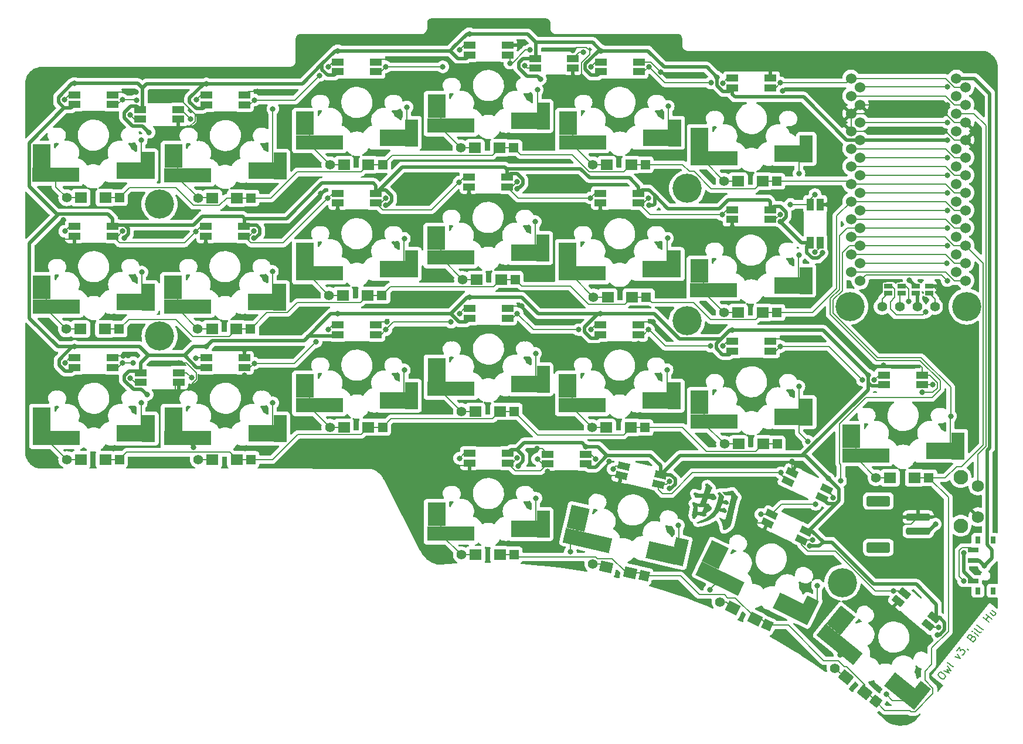
<source format=gtl>
G04 #@! TF.GenerationSoftware,KiCad,Pcbnew,7.0.8*
G04 #@! TF.CreationDate,2023-11-01T04:13:04+08:00*
G04 #@! TF.ProjectId,owl,6f776c2e-6b69-4636-9164-5f7063625858,rev?*
G04 #@! TF.SameCoordinates,Original*
G04 #@! TF.FileFunction,Copper,L1,Top*
G04 #@! TF.FilePolarity,Positive*
%FSLAX46Y46*%
G04 Gerber Fmt 4.6, Leading zero omitted, Abs format (unit mm)*
G04 Created by KiCad (PCBNEW 7.0.8) date 2023-11-01 04:13:04*
%MOMM*%
%LPD*%
G01*
G04 APERTURE LIST*
G04 Aperture macros list*
%AMRoundRect*
0 Rectangle with rounded corners*
0 $1 Rounding radius*
0 $2 $3 $4 $5 $6 $7 $8 $9 X,Y pos of 4 corners*
0 Add a 4 corners polygon primitive as box body*
4,1,4,$2,$3,$4,$5,$6,$7,$8,$9,$2,$3,0*
0 Add four circle primitives for the rounded corners*
1,1,$1+$1,$2,$3*
1,1,$1+$1,$4,$5*
1,1,$1+$1,$6,$7*
1,1,$1+$1,$8,$9*
0 Add four rect primitives between the rounded corners*
20,1,$1+$1,$2,$3,$4,$5,0*
20,1,$1+$1,$4,$5,$6,$7,0*
20,1,$1+$1,$6,$7,$8,$9,0*
20,1,$1+$1,$8,$9,$2,$3,0*%
%AMRotRect*
0 Rectangle, with rotation*
0 The origin of the aperture is its center*
0 $1 length*
0 $2 width*
0 $3 Rotation angle, in degrees counterclockwise*
0 Add horizontal line*
21,1,$1,$2,0,0,$3*%
G04 Aperture macros list end*
%ADD10C,0.200000*%
G04 #@! TA.AperFunction,NonConductor*
%ADD11C,0.200000*%
G04 #@! TD*
G04 #@! TA.AperFunction,SMDPad,CuDef*
%ADD12R,4.263000X2.494600*%
G04 #@! TD*
G04 #@! TA.AperFunction,SMDPad,CuDef*
%ADD13R,1.889600X3.874597*%
G04 #@! TD*
G04 #@! TA.AperFunction,SMDPad,CuDef*
%ADD14R,2.662800X3.383601*%
G04 #@! TD*
G04 #@! TA.AperFunction,SMDPad,CuDef*
%ADD15R,6.853800X2.159000*%
G04 #@! TD*
G04 #@! TA.AperFunction,SMDPad,CuDef*
%ADD16RotRect,4.263000X2.494600X141.000000*%
G04 #@! TD*
G04 #@! TA.AperFunction,SMDPad,CuDef*
%ADD17RotRect,1.889600X3.874597X321.000000*%
G04 #@! TD*
G04 #@! TA.AperFunction,SMDPad,CuDef*
%ADD18RotRect,2.662800X3.383601X141.000000*%
G04 #@! TD*
G04 #@! TA.AperFunction,SMDPad,CuDef*
%ADD19RotRect,6.853800X2.159000X321.000000*%
G04 #@! TD*
G04 #@! TA.AperFunction,SMDPad,CuDef*
%ADD20RotRect,4.263000X2.494600X154.000000*%
G04 #@! TD*
G04 #@! TA.AperFunction,SMDPad,CuDef*
%ADD21RotRect,1.889600X3.874597X334.000000*%
G04 #@! TD*
G04 #@! TA.AperFunction,SMDPad,CuDef*
%ADD22RotRect,2.662800X3.383601X154.000000*%
G04 #@! TD*
G04 #@! TA.AperFunction,SMDPad,CuDef*
%ADD23RotRect,6.853800X2.159000X334.000000*%
G04 #@! TD*
G04 #@! TA.AperFunction,SMDPad,CuDef*
%ADD24RotRect,4.263000X2.494600X167.000000*%
G04 #@! TD*
G04 #@! TA.AperFunction,SMDPad,CuDef*
%ADD25RotRect,1.889600X3.874597X347.000000*%
G04 #@! TD*
G04 #@! TA.AperFunction,SMDPad,CuDef*
%ADD26RotRect,2.662800X3.383601X167.000000*%
G04 #@! TD*
G04 #@! TA.AperFunction,SMDPad,CuDef*
%ADD27RotRect,6.853800X2.159000X347.000000*%
G04 #@! TD*
G04 #@! TA.AperFunction,ComponentPad*
%ADD28R,1.397000X1.397000*%
G04 #@! TD*
G04 #@! TA.AperFunction,SMDPad,CuDef*
%ADD29R,1.800000X1.500000*%
G04 #@! TD*
G04 #@! TA.AperFunction,ComponentPad*
%ADD30C,1.397000*%
G04 #@! TD*
G04 #@! TA.AperFunction,SMDPad,CuDef*
%ADD31R,0.800000X1.000000*%
G04 #@! TD*
G04 #@! TA.AperFunction,SMDPad,CuDef*
%ADD32R,1.500000X0.700000*%
G04 #@! TD*
G04 #@! TA.AperFunction,ComponentPad*
%ADD33C,4.200000*%
G04 #@! TD*
G04 #@! TA.AperFunction,SMDPad,CuDef*
%ADD34RotRect,1.700000X1.000000X334.000000*%
G04 #@! TD*
G04 #@! TA.AperFunction,SMDPad,CuDef*
%ADD35R,1.700000X1.000000*%
G04 #@! TD*
G04 #@! TA.AperFunction,SMDPad,CuDef*
%ADD36R,1.143000X0.635000*%
G04 #@! TD*
G04 #@! TA.AperFunction,ComponentPad*
%ADD37RotRect,1.397000X1.397000X154.000000*%
G04 #@! TD*
G04 #@! TA.AperFunction,SMDPad,CuDef*
%ADD38RotRect,1.800000X1.500000X154.000000*%
G04 #@! TD*
G04 #@! TA.AperFunction,SMDPad,CuDef*
%ADD39R,1.000000X1.700000*%
G04 #@! TD*
G04 #@! TA.AperFunction,SMDPad,CuDef*
%ADD40RotRect,1.700000X1.000000X154.000000*%
G04 #@! TD*
G04 #@! TA.AperFunction,ComponentPad*
%ADD41RotRect,1.397000X1.397000X167.000000*%
G04 #@! TD*
G04 #@! TA.AperFunction,SMDPad,CuDef*
%ADD42RotRect,1.800000X1.500000X167.000000*%
G04 #@! TD*
G04 #@! TA.AperFunction,ComponentPad*
%ADD43C,2.100000*%
G04 #@! TD*
G04 #@! TA.AperFunction,ComponentPad*
%ADD44C,1.750000*%
G04 #@! TD*
G04 #@! TA.AperFunction,SMDPad,CuDef*
%ADD45RotRect,1.700000X1.000000X347.000000*%
G04 #@! TD*
G04 #@! TA.AperFunction,SMDPad,CuDef*
%ADD46RotRect,1.700000X1.000000X321.000000*%
G04 #@! TD*
G04 #@! TA.AperFunction,ComponentPad*
%ADD47RotRect,1.397000X1.397000X141.000000*%
G04 #@! TD*
G04 #@! TA.AperFunction,SMDPad,CuDef*
%ADD48RotRect,1.800000X1.500000X141.000000*%
G04 #@! TD*
G04 #@! TA.AperFunction,SMDPad,CuDef*
%ADD49RoundRect,0.250000X-1.500000X0.250000X-1.500000X-0.250000X1.500000X-0.250000X1.500000X0.250000X0*%
G04 #@! TD*
G04 #@! TA.AperFunction,SMDPad,CuDef*
%ADD50RoundRect,0.250001X-1.449999X0.499999X-1.449999X-0.499999X1.449999X-0.499999X1.449999X0.499999X0*%
G04 #@! TD*
G04 #@! TA.AperFunction,ComponentPad*
%ADD51C,1.524000*%
G04 #@! TD*
G04 #@! TA.AperFunction,ViaPad*
%ADD52C,0.800000*%
G04 #@! TD*
G04 #@! TA.AperFunction,Conductor*
%ADD53C,0.200000*%
G04 #@! TD*
G04 #@! TA.AperFunction,Conductor*
%ADD54C,0.500000*%
G04 #@! TD*
G04 APERTURE END LIST*
D10*
D11*
X206510856Y-145547343D02*
X206641288Y-145383368D01*
X206641288Y-145383368D02*
X206747498Y-145333988D01*
X206747498Y-145333988D02*
X206894701Y-145317216D01*
X206894701Y-145317216D02*
X207091284Y-145406654D01*
X207091284Y-145406654D02*
X207378240Y-145634909D01*
X207378240Y-145634909D02*
X207509607Y-145806335D01*
X207509607Y-145806335D02*
X207526379Y-145953538D01*
X207526379Y-145953538D02*
X207502157Y-146068134D01*
X207502157Y-146068134D02*
X207371725Y-146232109D01*
X207371725Y-146232109D02*
X207265516Y-146281488D01*
X207265516Y-146281488D02*
X207118312Y-146298260D01*
X207118312Y-146298260D02*
X206921730Y-146208822D01*
X206921730Y-146208822D02*
X206634773Y-145980567D01*
X206634773Y-145980567D02*
X206503406Y-145809141D01*
X206503406Y-145809141D02*
X206486634Y-145661938D01*
X206486634Y-145661938D02*
X206510856Y-145547343D01*
X207319539Y-145119698D02*
X208023884Y-145412233D01*
X208023884Y-145412233D02*
X207744378Y-144922179D01*
X207744378Y-144922179D02*
X208284747Y-145084283D01*
X208284747Y-145084283D02*
X207841266Y-144463798D01*
X208773866Y-144469377D02*
X208667656Y-144518757D01*
X208667656Y-144518757D02*
X208553061Y-144494534D01*
X208553061Y-144494534D02*
X207815173Y-143907592D01*
X208917326Y-143111004D02*
X209654279Y-143362546D01*
X209654279Y-143362546D02*
X209243406Y-142701066D01*
X209152097Y-142226849D02*
X209575999Y-141693930D01*
X209575999Y-141693930D02*
X209675694Y-142241749D01*
X209675694Y-142241749D02*
X209773518Y-142118768D01*
X209773518Y-142118768D02*
X209879727Y-142069388D01*
X209879727Y-142069388D02*
X209953329Y-142061003D01*
X209953329Y-142061003D02*
X210067924Y-142085225D01*
X210067924Y-142085225D02*
X210272893Y-142248264D01*
X210272893Y-142248264D02*
X210322273Y-142354474D01*
X210322273Y-142354474D02*
X210330659Y-142428075D01*
X210330659Y-142428075D02*
X210306437Y-142542671D01*
X210306437Y-142542671D02*
X210110789Y-142788633D01*
X210110789Y-142788633D02*
X210004580Y-142838013D01*
X210004580Y-142838013D02*
X209930978Y-142846399D01*
X210721954Y-141936150D02*
X210762947Y-141968758D01*
X210762947Y-141968758D02*
X210812327Y-142074968D01*
X210812327Y-142074968D02*
X210820713Y-142148570D01*
X211355469Y-140298271D02*
X211494287Y-140207897D01*
X211494287Y-140207897D02*
X211567888Y-140199512D01*
X211567888Y-140199512D02*
X211682484Y-140223734D01*
X211682484Y-140223734D02*
X211805465Y-140321557D01*
X211805465Y-140321557D02*
X211854845Y-140427767D01*
X211854845Y-140427767D02*
X211863231Y-140501369D01*
X211863231Y-140501369D02*
X211839009Y-140615964D01*
X211839009Y-140615964D02*
X211578145Y-140943914D01*
X211578145Y-140943914D02*
X210717276Y-140259148D01*
X210717276Y-140259148D02*
X210945532Y-139972192D01*
X210945532Y-139972192D02*
X211051741Y-139922812D01*
X211051741Y-139922812D02*
X211125343Y-139914426D01*
X211125343Y-139914426D02*
X211239938Y-139938648D01*
X211239938Y-139938648D02*
X211321926Y-140003864D01*
X211321926Y-140003864D02*
X211371306Y-140110074D01*
X211371306Y-140110074D02*
X211379691Y-140183675D01*
X211379691Y-140183675D02*
X211355469Y-140298271D01*
X211355469Y-140298271D02*
X211127214Y-140585227D01*
X212262911Y-140083045D02*
X211688999Y-139626534D01*
X211402042Y-139398279D02*
X211410428Y-139471881D01*
X211410428Y-139471881D02*
X211484030Y-139463495D01*
X211484030Y-139463495D02*
X211475644Y-139389893D01*
X211475644Y-139389893D02*
X211402042Y-139398279D01*
X211402042Y-139398279D02*
X211484030Y-139463495D01*
X212686815Y-139550126D02*
X212580605Y-139599505D01*
X212580605Y-139599505D02*
X212466010Y-139575283D01*
X212466010Y-139575283D02*
X211728122Y-138988341D01*
X213045501Y-139099195D02*
X212939292Y-139148574D01*
X212939292Y-139148574D02*
X212824696Y-139124352D01*
X212824696Y-139124352D02*
X212086809Y-138537410D01*
X213828091Y-138115345D02*
X212967222Y-137430579D01*
X213377159Y-137756658D02*
X213768454Y-137264733D01*
X214219386Y-137623420D02*
X213358517Y-136938654D01*
X214265023Y-136388028D02*
X214838936Y-136844539D01*
X213971552Y-136756972D02*
X214422483Y-137115659D01*
X214422483Y-137115659D02*
X214537079Y-137139881D01*
X214537079Y-137139881D02*
X214643288Y-137090501D01*
X214643288Y-137090501D02*
X214741112Y-136967520D01*
X214741112Y-136967520D02*
X214765334Y-136852924D01*
X214765334Y-136852924D02*
X214756948Y-136779323D01*
G04 #@! TA.AperFunction,EtchedComponent*
G36*
X176789131Y-119096627D02*
G01*
X176801451Y-119098935D01*
X176809673Y-119101012D01*
X176839959Y-119111501D01*
X176869543Y-119127230D01*
X176899643Y-119149446D01*
X176931474Y-119179403D01*
X176966252Y-119218350D01*
X177005191Y-119267538D01*
X177049508Y-119328219D01*
X177097009Y-119396639D01*
X177151593Y-119474063D01*
X177214262Y-119558544D01*
X177281800Y-119645925D01*
X177350990Y-119732054D01*
X177418617Y-119812772D01*
X177423635Y-119818606D01*
X177475711Y-119880899D01*
X177515953Y-119933241D01*
X177544633Y-119976019D01*
X177562023Y-120009621D01*
X177566409Y-120022492D01*
X177570432Y-120051314D01*
X177567572Y-120084251D01*
X177557249Y-120123339D01*
X177538882Y-120170613D01*
X177511887Y-120228108D01*
X177502097Y-120247504D01*
X177481340Y-120288236D01*
X177462242Y-120326266D01*
X177444556Y-120362470D01*
X177428036Y-120397726D01*
X177412439Y-120432913D01*
X177397519Y-120468909D01*
X177383030Y-120506593D01*
X177368727Y-120546841D01*
X177354364Y-120590533D01*
X177339697Y-120638546D01*
X177324480Y-120691759D01*
X177308468Y-120751048D01*
X177291415Y-120817294D01*
X177273076Y-120891373D01*
X177253207Y-120974164D01*
X177231560Y-121066544D01*
X177207893Y-121169394D01*
X177181959Y-121283588D01*
X177153512Y-121410007D01*
X177122308Y-121549528D01*
X177088101Y-121703029D01*
X177059155Y-121833126D01*
X177010239Y-122052952D01*
X176964614Y-122257758D01*
X176922159Y-122448069D01*
X176882749Y-122624416D01*
X176846264Y-122787325D01*
X176812580Y-122937324D01*
X176781576Y-123074941D01*
X176753127Y-123200705D01*
X176727111Y-123315144D01*
X176703407Y-123418784D01*
X176681891Y-123512154D01*
X176662441Y-123595782D01*
X176644935Y-123670197D01*
X176629249Y-123735926D01*
X176615261Y-123793496D01*
X176602849Y-123843437D01*
X176591889Y-123886275D01*
X176582261Y-123922539D01*
X176573839Y-123952757D01*
X176566503Y-123977457D01*
X176560130Y-123997166D01*
X176554597Y-124012413D01*
X176551326Y-124020331D01*
X176505994Y-124108519D01*
X176447139Y-124198811D01*
X176376520Y-124288859D01*
X176295902Y-124376311D01*
X176254543Y-124416330D01*
X176182730Y-124479702D01*
X176106400Y-124540546D01*
X176027348Y-124597830D01*
X175947371Y-124650525D01*
X175868263Y-124697602D01*
X175791820Y-124738031D01*
X175719838Y-124770782D01*
X175654114Y-124794827D01*
X175596441Y-124809135D01*
X175563151Y-124812763D01*
X175530704Y-124813147D01*
X175509416Y-124810623D01*
X175494610Y-124803899D01*
X175481610Y-124791692D01*
X175480012Y-124789868D01*
X175465970Y-124771537D01*
X175457273Y-124757268D01*
X175451629Y-124740341D01*
X175444259Y-124710280D01*
X175435651Y-124669712D01*
X175426293Y-124621265D01*
X175416677Y-124567569D01*
X175407287Y-124511251D01*
X175398616Y-124454941D01*
X175391345Y-124402747D01*
X175384264Y-124353548D01*
X175374617Y-124293618D01*
X175363239Y-124227776D01*
X175350969Y-124160841D01*
X175338643Y-124097633D01*
X175336794Y-124088545D01*
X175308702Y-123959511D01*
X175279710Y-123844282D01*
X175248847Y-123740739D01*
X175215140Y-123646768D01*
X175177617Y-123560254D01*
X175135306Y-123479078D01*
X175087233Y-123401126D01*
X175032428Y-123324281D01*
X174969917Y-123246427D01*
X174927153Y-123197051D01*
X174887882Y-123149923D01*
X174861208Y-123110710D01*
X174846721Y-123078135D01*
X174844016Y-123050928D01*
X174852687Y-123027814D01*
X174867791Y-123011199D01*
X174895312Y-122994805D01*
X174927779Y-122989354D01*
X174966623Y-122995058D01*
X175013269Y-123012130D01*
X175069148Y-123040785D01*
X175070277Y-123041424D01*
X175148142Y-123085596D01*
X175213676Y-123122609D01*
X175268360Y-123153211D01*
X175313683Y-123178145D01*
X175351130Y-123198157D01*
X175382186Y-123213993D01*
X175408339Y-123226399D01*
X175431074Y-123236119D01*
X175451875Y-123243899D01*
X175472231Y-123250483D01*
X175493625Y-123256618D01*
X175505922Y-123259949D01*
X175546493Y-123270396D01*
X175575693Y-123276584D01*
X175597353Y-123279002D01*
X175615297Y-123278133D01*
X175628885Y-123275555D01*
X175673898Y-123257598D01*
X175714409Y-123225619D01*
X175750833Y-123179146D01*
X175783592Y-123117715D01*
X175795896Y-123088513D01*
X175800575Y-123073950D01*
X175808823Y-123045112D01*
X175820415Y-123002886D01*
X175835126Y-122948157D01*
X175852732Y-122881811D01*
X175873007Y-122804733D01*
X175895725Y-122717809D01*
X175920663Y-122621925D01*
X175947594Y-122517968D01*
X175976294Y-122406822D01*
X176006537Y-122289372D01*
X176038098Y-122166506D01*
X176070753Y-122039108D01*
X176104277Y-121908065D01*
X176138443Y-121774261D01*
X176173027Y-121638584D01*
X176207803Y-121501918D01*
X176242548Y-121365150D01*
X176277036Y-121229164D01*
X176311041Y-121094847D01*
X176344339Y-120963084D01*
X176376704Y-120834763D01*
X176407911Y-120710767D01*
X176437735Y-120591982D01*
X176465951Y-120479295D01*
X176492335Y-120373590D01*
X176516660Y-120275755D01*
X176538702Y-120186675D01*
X176558236Y-120107234D01*
X176575035Y-120038319D01*
X176588878Y-119980817D01*
X176599536Y-119935612D01*
X176606784Y-119903590D01*
X176610400Y-119885636D01*
X176610769Y-119882155D01*
X176606686Y-119864254D01*
X176597549Y-119850347D01*
X176581008Y-119839113D01*
X176554711Y-119829229D01*
X176516307Y-119819376D01*
X176488322Y-119813312D01*
X176450095Y-119806108D01*
X176408426Y-119799889D01*
X176361392Y-119794501D01*
X176307071Y-119789786D01*
X176243541Y-119785590D01*
X176168880Y-119781756D01*
X176081164Y-119778128D01*
X176032745Y-119776376D01*
X175950450Y-119773093D01*
X175882398Y-119769382D01*
X175826909Y-119765051D01*
X175782306Y-119759906D01*
X175746913Y-119753749D01*
X175719051Y-119746389D01*
X175697045Y-119737630D01*
X175696609Y-119737418D01*
X175658538Y-119714047D01*
X175614915Y-119679428D01*
X175568048Y-119636157D01*
X175520247Y-119586828D01*
X175473825Y-119534038D01*
X175431090Y-119480379D01*
X175394353Y-119428446D01*
X175365925Y-119380836D01*
X175351607Y-119349942D01*
X175341150Y-119309760D01*
X175343715Y-119278318D01*
X175358641Y-119256219D01*
X175385267Y-119244062D01*
X175422934Y-119242452D01*
X175461874Y-119249494D01*
X175515611Y-119261410D01*
X175572207Y-119269828D01*
X175632821Y-119274635D01*
X175698614Y-119275717D01*
X175770742Y-119272963D01*
X175850367Y-119266259D01*
X175938646Y-119255491D01*
X176036740Y-119240548D01*
X176145808Y-119221316D01*
X176267009Y-119197682D01*
X176401501Y-119169534D01*
X176497268Y-119148615D01*
X176569277Y-119132719D01*
X176627550Y-119120054D01*
X176673881Y-119110347D01*
X176710061Y-119103326D01*
X176737882Y-119098716D01*
X176759140Y-119096246D01*
X176775625Y-119095640D01*
X176789131Y-119096627D01*
G37*
G04 #@! TD.AperFunction*
G04 #@! TA.AperFunction,EtchedComponent*
G36*
X174974855Y-119325029D02*
G01*
X175019373Y-119348144D01*
X175020956Y-119349170D01*
X175065883Y-119381390D01*
X175115828Y-119422266D01*
X175169355Y-119470192D01*
X175225032Y-119523563D01*
X175281423Y-119580775D01*
X175337095Y-119640220D01*
X175390612Y-119700295D01*
X175440542Y-119759392D01*
X175485449Y-119815908D01*
X175523898Y-119868236D01*
X175554457Y-119914771D01*
X175575689Y-119953909D01*
X175585556Y-119981111D01*
X175586429Y-120011750D01*
X175578230Y-120052319D01*
X175561699Y-120100216D01*
X175537578Y-120152834D01*
X175535674Y-120156531D01*
X175522242Y-120184196D01*
X175510145Y-120213575D01*
X175498285Y-120247910D01*
X175485571Y-120290441D01*
X175470905Y-120344412D01*
X175466426Y-120361527D01*
X175429136Y-120504902D01*
X175493386Y-120510978D01*
X175547729Y-120514328D01*
X175601223Y-120513513D01*
X175658065Y-120508176D01*
X175722452Y-120497963D01*
X175779161Y-120486688D01*
X175835686Y-120475138D01*
X175879265Y-120467357D01*
X175912372Y-120463159D01*
X175937480Y-120462352D01*
X175957062Y-120464747D01*
X175973590Y-120470153D01*
X175976645Y-120471531D01*
X176003000Y-120489271D01*
X176033186Y-120518487D01*
X176065862Y-120556928D01*
X176099685Y-120602339D01*
X176133314Y-120652469D01*
X176165405Y-120705065D01*
X176194616Y-120757874D01*
X176219605Y-120808644D01*
X176239031Y-120855124D01*
X176251549Y-120895058D01*
X176255819Y-120926195D01*
X176254449Y-120937731D01*
X176240968Y-120963878D01*
X176214868Y-120992794D01*
X176178799Y-121022756D01*
X176135414Y-121052040D01*
X176087366Y-121078923D01*
X176037305Y-121101681D01*
X175987886Y-121118589D01*
X175968872Y-121123333D01*
X175953657Y-121126378D01*
X175940240Y-121127596D01*
X175925612Y-121126380D01*
X175906770Y-121122119D01*
X175880706Y-121114202D01*
X175844416Y-121102022D01*
X175816539Y-121092433D01*
X175783926Y-121081846D01*
X175742174Y-121069301D01*
X175693459Y-121055358D01*
X175639958Y-121040577D01*
X175583848Y-121025516D01*
X175527307Y-121010737D01*
X175472512Y-120996798D01*
X175421637Y-120984260D01*
X175376862Y-120973681D01*
X175340363Y-120965623D01*
X175314316Y-120960644D01*
X175300899Y-120959304D01*
X175299813Y-120959578D01*
X175295614Y-120967823D01*
X175287250Y-120988838D01*
X175275583Y-121020290D01*
X175261474Y-121059847D01*
X175245788Y-121105172D01*
X175242978Y-121113426D01*
X175199809Y-121237457D01*
X175156850Y-121354935D01*
X175115266Y-121462744D01*
X175080906Y-121546744D01*
X175068036Y-121577905D01*
X175058168Y-121603153D01*
X175052546Y-121619221D01*
X175051770Y-121623216D01*
X175059948Y-121624805D01*
X175080968Y-121626895D01*
X175111769Y-121629227D01*
X175149287Y-121631546D01*
X175154553Y-121631836D01*
X175264597Y-121633174D01*
X175386215Y-121625998D01*
X175517311Y-121610457D01*
X175583207Y-121604367D01*
X175637815Y-121607293D01*
X175683153Y-121619515D01*
X175716806Y-121638052D01*
X175746699Y-121664169D01*
X175780014Y-121701466D01*
X175815227Y-121747369D01*
X175850813Y-121799302D01*
X175885251Y-121854690D01*
X175917015Y-121910958D01*
X175944581Y-121965531D01*
X175966425Y-122015835D01*
X175981025Y-122059295D01*
X175986856Y-122093334D01*
X175986884Y-122094427D01*
X175983076Y-122120171D01*
X175975048Y-122140614D01*
X175955336Y-122164451D01*
X175923306Y-122191040D01*
X175881942Y-122218729D01*
X175834225Y-122245872D01*
X175783138Y-122270820D01*
X175731664Y-122291924D01*
X175682785Y-122307535D01*
X175665578Y-122311670D01*
X175635954Y-122316700D01*
X175609097Y-122317481D01*
X175581760Y-122313207D01*
X175550693Y-122303064D01*
X175512647Y-122286244D01*
X175464375Y-122261937D01*
X175462752Y-122261092D01*
X175438733Y-122248700D01*
X175417572Y-122238297D01*
X175397150Y-122229194D01*
X175375349Y-122220700D01*
X175350051Y-122212124D01*
X175319135Y-122202776D01*
X175280485Y-122191966D01*
X175231980Y-122179004D01*
X175171502Y-122163198D01*
X175126610Y-122151550D01*
X175064603Y-122135672D01*
X175006332Y-122121118D01*
X174953902Y-122108388D01*
X174909413Y-122097978D01*
X174874972Y-122090383D01*
X174852678Y-122086102D01*
X174846428Y-122085343D01*
X174816668Y-122084048D01*
X174761749Y-122170526D01*
X174634413Y-122356264D01*
X174494475Y-122532568D01*
X174342468Y-122698998D01*
X174178928Y-122855108D01*
X174004391Y-123000459D01*
X173819389Y-123134607D01*
X173624459Y-123257109D01*
X173420135Y-123367523D01*
X173206954Y-123465408D01*
X173185361Y-123474410D01*
X172977824Y-123553989D01*
X172756530Y-123626971D01*
X172522313Y-123693115D01*
X172276014Y-123752179D01*
X172083919Y-123791676D01*
X172028156Y-123801956D01*
X171972761Y-123811438D01*
X171921344Y-123819552D01*
X171877518Y-123825739D01*
X171844892Y-123829432D01*
X171839618Y-123829850D01*
X171785992Y-123830960D01*
X171733539Y-123827267D01*
X171686132Y-123819366D01*
X171647643Y-123807853D01*
X171626860Y-123797138D01*
X171607658Y-123779113D01*
X171594035Y-123758256D01*
X171593751Y-123757572D01*
X171589968Y-123728813D01*
X171602087Y-123700512D01*
X171630110Y-123672664D01*
X171674041Y-123645270D01*
X171733882Y-123618327D01*
X171750415Y-123612000D01*
X171960949Y-123530288D01*
X172169296Y-123442714D01*
X172372668Y-123350584D01*
X172568279Y-123255205D01*
X172753341Y-123157884D01*
X172912408Y-123067444D01*
X173110046Y-122943719D01*
X173293322Y-122814904D01*
X173463197Y-122680228D01*
X173620630Y-122538920D01*
X173766584Y-122390208D01*
X173795763Y-122358080D01*
X173881040Y-122258371D01*
X173959483Y-122156726D01*
X174032225Y-122051172D01*
X174100401Y-121939732D01*
X174165144Y-121820432D01*
X174227589Y-121691298D01*
X174288869Y-121550354D01*
X174350116Y-121395623D01*
X174353741Y-121386053D01*
X174376091Y-121326500D01*
X174396434Y-121271221D01*
X174415227Y-121218664D01*
X174432929Y-121167279D01*
X174450000Y-121115514D01*
X174466898Y-121061820D01*
X174484083Y-121004646D01*
X174502011Y-120942441D01*
X174521143Y-120873654D01*
X174541936Y-120796735D01*
X174564852Y-120710132D01*
X174590347Y-120612297D01*
X174618881Y-120501676D01*
X174641588Y-120413150D01*
X174670569Y-120300029D01*
X174695836Y-120201227D01*
X174717560Y-120115628D01*
X174735916Y-120042111D01*
X174751078Y-119979562D01*
X174763219Y-119926861D01*
X174772511Y-119882890D01*
X174779131Y-119846533D01*
X174783249Y-119816670D01*
X174785042Y-119792185D01*
X174784681Y-119771958D01*
X174782341Y-119754873D01*
X174778194Y-119739812D01*
X174772415Y-119725656D01*
X174765178Y-119711289D01*
X174756655Y-119695592D01*
X174753821Y-119690357D01*
X174733293Y-119656568D01*
X174708745Y-119622340D01*
X174686105Y-119595759D01*
X174659150Y-119563291D01*
X174645931Y-119533712D01*
X174645567Y-119503597D01*
X174654971Y-119474420D01*
X174677080Y-119437562D01*
X174710712Y-119403547D01*
X174757722Y-119370631D01*
X174777388Y-119359209D01*
X174834529Y-119331467D01*
X174884865Y-119316590D01*
X174930829Y-119314477D01*
X174974855Y-119325029D01*
G37*
G04 #@! TD.AperFunction*
G04 #@! TA.AperFunction,EtchedComponent*
G36*
X173210698Y-118050667D02*
G01*
X173234299Y-118061504D01*
X173266927Y-118084207D01*
X173308755Y-118118925D01*
X173359951Y-118165803D01*
X173420688Y-118224990D01*
X173459806Y-118264454D01*
X173496283Y-118300811D01*
X173539943Y-118343035D01*
X173585964Y-118386534D01*
X173629527Y-118426719D01*
X173641011Y-118437094D01*
X173704727Y-118495403D01*
X173756330Y-118545717D01*
X173796391Y-118589668D01*
X173825478Y-118628889D01*
X173844159Y-118665009D01*
X173853004Y-118699660D01*
X173852581Y-118734472D01*
X173843461Y-118771077D01*
X173826210Y-118811107D01*
X173801399Y-118856191D01*
X173792421Y-118871185D01*
X173758905Y-118926962D01*
X173730658Y-118975571D01*
X173706257Y-119019995D01*
X173684277Y-119063213D01*
X173663293Y-119108207D01*
X173641879Y-119157959D01*
X173618611Y-119215451D01*
X173592065Y-119283663D01*
X173579092Y-119317542D01*
X173557712Y-119373752D01*
X173538364Y-119424992D01*
X173521730Y-119469423D01*
X173508495Y-119505206D01*
X173499341Y-119530501D01*
X173494952Y-119543467D01*
X173494675Y-119544778D01*
X173502628Y-119545250D01*
X173524238Y-119545078D01*
X173557257Y-119544317D01*
X173599438Y-119543025D01*
X173648531Y-119541259D01*
X173677692Y-119540106D01*
X173773471Y-119536518D01*
X173854887Y-119534302D01*
X173923447Y-119533624D01*
X173980662Y-119534645D01*
X174028038Y-119537531D01*
X174067087Y-119542444D01*
X174099317Y-119549550D01*
X174126238Y-119559010D01*
X174149358Y-119570990D01*
X174170187Y-119585653D01*
X174181005Y-119594737D01*
X174227319Y-119641953D01*
X174274502Y-119701588D01*
X174320733Y-119770368D01*
X174364196Y-119845021D01*
X174403070Y-119922274D01*
X174435537Y-119998855D01*
X174459777Y-120071490D01*
X174470320Y-120115332D01*
X174476033Y-120149509D01*
X174476438Y-120174389D01*
X174470421Y-120196033D01*
X174456869Y-120220504D01*
X174448675Y-120233061D01*
X174410328Y-120280011D01*
X174359451Y-120326453D01*
X174299363Y-120370331D01*
X174233379Y-120409589D01*
X174164815Y-120442172D01*
X174096988Y-120466025D01*
X174057739Y-120475346D01*
X174020730Y-120480586D01*
X173985806Y-120481170D01*
X173950054Y-120476425D01*
X173910565Y-120465674D01*
X173864426Y-120448243D01*
X173808727Y-120423453D01*
X173784185Y-120411837D01*
X173693217Y-120370484D01*
X173604090Y-120334863D01*
X173511651Y-120303124D01*
X173410744Y-120273418D01*
X173361936Y-120260413D01*
X173233875Y-120227208D01*
X173203729Y-120307796D01*
X173193903Y-120334301D01*
X173179517Y-120373432D01*
X173161426Y-120422848D01*
X173140485Y-120480206D01*
X173117551Y-120543162D01*
X173093479Y-120609373D01*
X173072745Y-120666511D01*
X173049323Y-120730992D01*
X173027117Y-120791900D01*
X173006829Y-120847333D01*
X172989155Y-120895388D01*
X172974797Y-120934163D01*
X172964453Y-120961755D01*
X172958849Y-120976203D01*
X172951779Y-120995604D01*
X172949320Y-121007366D01*
X172949958Y-121008847D01*
X172958841Y-121007717D01*
X172980401Y-121003877D01*
X173011731Y-120997874D01*
X173049922Y-120990256D01*
X173064931Y-120987194D01*
X173108828Y-120978323D01*
X173140983Y-120972567D01*
X173165240Y-120969808D01*
X173185443Y-120969922D01*
X173205438Y-120972787D01*
X173229067Y-120978281D01*
X173241885Y-120981572D01*
X173267578Y-120988405D01*
X173287593Y-120994868D01*
X173305043Y-121002853D01*
X173323038Y-121014250D01*
X173344688Y-121030947D01*
X173373107Y-121054836D01*
X173398636Y-121076801D01*
X173471162Y-121143184D01*
X173539662Y-121213352D01*
X173602841Y-121285526D01*
X173659399Y-121357926D01*
X173708040Y-121428775D01*
X173747464Y-121496295D01*
X173776374Y-121558706D01*
X173793473Y-121614229D01*
X173794476Y-121619300D01*
X173799135Y-121658481D01*
X173796080Y-121692252D01*
X173783963Y-121724527D01*
X173761435Y-121759221D01*
X173735344Y-121790967D01*
X173695651Y-121831928D01*
X173642405Y-121879546D01*
X173576278Y-121933324D01*
X173497938Y-121992767D01*
X173408058Y-122057382D01*
X173307308Y-122126672D01*
X173196358Y-122200142D01*
X173082173Y-122273326D01*
X172914646Y-122379123D01*
X172931532Y-122411136D01*
X172965600Y-122481053D01*
X172988481Y-122541033D01*
X173000340Y-122592300D01*
X173001345Y-122636075D01*
X172991660Y-122673583D01*
X172971549Y-122705931D01*
X172940686Y-122735083D01*
X172897811Y-122764780D01*
X172846648Y-122793156D01*
X172790921Y-122818347D01*
X172734355Y-122838489D01*
X172680675Y-122851716D01*
X172680239Y-122851793D01*
X172657957Y-122855362D01*
X172639566Y-122856562D01*
X172620916Y-122854816D01*
X172597861Y-122849549D01*
X172566251Y-122840183D01*
X172542326Y-122832634D01*
X172455121Y-122804912D01*
X172380816Y-122781419D01*
X172317127Y-122761599D01*
X172261771Y-122744899D01*
X172212462Y-122730763D01*
X172166918Y-122718636D01*
X172122853Y-122707964D01*
X172077985Y-122698192D01*
X172030028Y-122688764D01*
X171976699Y-122679127D01*
X171915716Y-122668723D01*
X171844791Y-122657001D01*
X171766998Y-122644280D01*
X171667407Y-122627999D01*
X171643626Y-122704980D01*
X171631040Y-122742872D01*
X171617777Y-122775257D01*
X171601310Y-122807297D01*
X171579115Y-122844156D01*
X171564219Y-122867330D01*
X171499189Y-122959222D01*
X171433725Y-123036056D01*
X171368060Y-123097606D01*
X171302429Y-123143646D01*
X171250870Y-123168860D01*
X171222500Y-123177184D01*
X171195912Y-123176858D01*
X171175940Y-123172470D01*
X171148407Y-123162503D01*
X171124278Y-123149454D01*
X171116791Y-123143678D01*
X171083574Y-123105603D01*
X171050739Y-123053506D01*
X171019195Y-122989273D01*
X170989849Y-122914794D01*
X170963613Y-122831956D01*
X170959403Y-122816719D01*
X170947422Y-122770894D01*
X170938449Y-122731295D01*
X170932494Y-122695199D01*
X170929568Y-122659882D01*
X170929682Y-122622626D01*
X170932847Y-122580706D01*
X170939074Y-122531401D01*
X170948374Y-122471990D01*
X170960758Y-122399751D01*
X170961094Y-122397832D01*
X170972435Y-122334284D01*
X170986147Y-122259370D01*
X171001433Y-122177323D01*
X171006293Y-122151627D01*
X171706334Y-122151627D01*
X171711665Y-122156356D01*
X171719207Y-122157484D01*
X171730811Y-122158189D01*
X171755978Y-122159929D01*
X171792394Y-122162537D01*
X171837750Y-122165847D01*
X171889734Y-122169691D01*
X171935106Y-122173081D01*
X172025313Y-122179671D01*
X172101079Y-122184782D01*
X172163812Y-122188470D01*
X172214915Y-122190789D01*
X172255796Y-122191793D01*
X172287860Y-122191537D01*
X172312513Y-122190076D01*
X172326623Y-122188282D01*
X172361859Y-122182472D01*
X172410377Y-122079419D01*
X172426831Y-122044185D01*
X172448396Y-121997579D01*
X172473631Y-121942739D01*
X172501096Y-121882802D01*
X172529350Y-121820904D01*
X172556034Y-121762211D01*
X172585000Y-121698251D01*
X172607800Y-121647186D01*
X172624826Y-121607404D01*
X172636472Y-121577293D01*
X172643131Y-121555241D01*
X172645197Y-121539637D01*
X172643063Y-121528871D01*
X172637120Y-121521329D01*
X172627763Y-121515402D01*
X172617454Y-121510445D01*
X172604224Y-121507322D01*
X172576163Y-121503132D01*
X172534321Y-121497989D01*
X172479742Y-121492002D01*
X172413474Y-121485284D01*
X172336563Y-121477946D01*
X172250058Y-121470099D01*
X172186493Y-121464547D01*
X172107435Y-121457717D01*
X172033141Y-121451251D01*
X171965126Y-121445284D01*
X171904910Y-121439954D01*
X171854008Y-121435391D01*
X171813939Y-121431736D01*
X171786219Y-121429121D01*
X171772366Y-121427681D01*
X171771116Y-121427493D01*
X171768965Y-121427072D01*
X171767081Y-121427879D01*
X171765334Y-121431212D01*
X171763594Y-121438369D01*
X171761733Y-121450647D01*
X171759622Y-121469344D01*
X171757131Y-121495758D01*
X171754131Y-121531188D01*
X171750493Y-121576931D01*
X171746087Y-121634285D01*
X171740785Y-121704548D01*
X171734457Y-121789018D01*
X171732446Y-121815891D01*
X171727116Y-121886822D01*
X171722113Y-121952790D01*
X171717571Y-122012110D01*
X171713620Y-122063099D01*
X171710390Y-122104073D01*
X171708011Y-122133349D01*
X171706617Y-122149244D01*
X171706334Y-122151627D01*
X171006293Y-122151627D01*
X171017499Y-122092376D01*
X171033547Y-122008765D01*
X171048781Y-121930721D01*
X171051761Y-121915641D01*
X171069675Y-121823875D01*
X171084266Y-121745688D01*
X171095776Y-121679141D01*
X171104447Y-121622300D01*
X171110521Y-121573224D01*
X171114241Y-121529978D01*
X171115847Y-121490624D01*
X171115583Y-121453226D01*
X171113861Y-121418364D01*
X171108473Y-121357522D01*
X171100321Y-121305843D01*
X171087997Y-121258956D01*
X171086750Y-121255718D01*
X171070092Y-121212487D01*
X171045198Y-121162063D01*
X171013006Y-121105175D01*
X170984502Y-121056600D01*
X170963324Y-121019492D01*
X170948747Y-120991584D01*
X170940039Y-120970609D01*
X170936475Y-120954305D01*
X170937324Y-120940404D01*
X170941860Y-120926640D01*
X170949354Y-120910749D01*
X170950062Y-120909314D01*
X170978324Y-120865475D01*
X171017314Y-120823613D01*
X171063164Y-120786717D01*
X171112003Y-120757775D01*
X171159962Y-120739775D01*
X171173150Y-120737030D01*
X171197332Y-120734291D01*
X171219180Y-120735683D01*
X171244808Y-120742067D01*
X171270465Y-120750747D01*
X171315124Y-120768355D01*
X171369715Y-120792519D01*
X171430614Y-120821452D01*
X171494195Y-120853364D01*
X171556836Y-120886465D01*
X171614910Y-120918968D01*
X171634036Y-120930198D01*
X171727521Y-120985914D01*
X171902782Y-120997683D01*
X171968230Y-121001682D01*
X172018627Y-121003849D01*
X172054736Y-121004191D01*
X172077318Y-121002715D01*
X172087106Y-120999464D01*
X172092120Y-120989469D01*
X172101505Y-120966553D01*
X172114450Y-120932852D01*
X172130151Y-120890500D01*
X172147802Y-120841632D01*
X172163502Y-120797234D01*
X172184156Y-120738285D01*
X172208648Y-120668426D01*
X172235533Y-120591765D01*
X172263373Y-120512412D01*
X172290724Y-120434476D01*
X172316146Y-120362065D01*
X172318184Y-120356263D01*
X172339040Y-120296781D01*
X172358074Y-120242318D01*
X172374675Y-120194632D01*
X172388233Y-120155482D01*
X172398139Y-120126627D01*
X172403783Y-120109826D01*
X172404875Y-120106183D01*
X172397131Y-120105690D01*
X172376181Y-120105205D01*
X172344737Y-120104771D01*
X172305513Y-120104428D01*
X172279684Y-120104285D01*
X172185138Y-120105224D01*
X172090147Y-120109051D01*
X171990996Y-120116032D01*
X171883968Y-120126429D01*
X171765348Y-120140506D01*
X171761487Y-120140998D01*
X171708896Y-120147526D01*
X171659508Y-120153295D01*
X171616269Y-120157988D01*
X171582133Y-120161288D01*
X171560047Y-120162880D01*
X171556599Y-120162976D01*
X171522089Y-120158965D01*
X171491049Y-120145033D01*
X171459897Y-120119210D01*
X171442109Y-120100020D01*
X171414944Y-120064428D01*
X171383859Y-120016250D01*
X171350109Y-119957952D01*
X171314945Y-119892003D01*
X171279624Y-119820873D01*
X171245401Y-119747028D01*
X171213527Y-119672938D01*
X171185258Y-119601069D01*
X171176773Y-119577809D01*
X171162774Y-119536960D01*
X171154300Y-119507327D01*
X171150668Y-119485467D01*
X171151197Y-119467937D01*
X171153144Y-119458385D01*
X171170308Y-119417951D01*
X171197644Y-119383426D01*
X171231880Y-119357529D01*
X171269738Y-119342984D01*
X171294440Y-119340894D01*
X171317615Y-119344435D01*
X171355592Y-119353693D01*
X171408320Y-119368655D01*
X171475751Y-119389307D01*
X171518559Y-119402917D01*
X171629644Y-119437423D01*
X171730366Y-119465931D01*
X171824734Y-119489275D01*
X171916762Y-119508291D01*
X172010464Y-119523813D01*
X172109854Y-119536675D01*
X172211383Y-119547025D01*
X172255537Y-119550674D01*
X172305009Y-119554109D01*
X172357255Y-119557223D01*
X172409730Y-119559912D01*
X172459892Y-119562069D01*
X172505195Y-119563588D01*
X172543095Y-119564366D01*
X172571050Y-119564294D01*
X172586513Y-119563268D01*
X172588451Y-119562696D01*
X172592977Y-119554454D01*
X172601719Y-119532469D01*
X172614749Y-119496528D01*
X172632137Y-119446425D01*
X172653958Y-119381950D01*
X172680281Y-119302892D01*
X172711177Y-119209045D01*
X172746096Y-119102115D01*
X172771316Y-119022312D01*
X172795551Y-118941215D01*
X172818321Y-118860764D01*
X172839145Y-118782901D01*
X172857547Y-118709566D01*
X172873046Y-118642698D01*
X172885161Y-118584241D01*
X172893417Y-118536131D01*
X172897333Y-118500313D01*
X172897551Y-118488734D01*
X172888198Y-118409465D01*
X172864196Y-118332078D01*
X172847000Y-118294257D01*
X172830205Y-118256390D01*
X172823356Y-118227021D01*
X172826514Y-118202166D01*
X172839743Y-118177840D01*
X172849002Y-118166001D01*
X172879841Y-118138253D01*
X172922824Y-118112076D01*
X172974176Y-118088672D01*
X173030127Y-118069245D01*
X173086902Y-118054997D01*
X173140731Y-118047133D01*
X173187839Y-118046853D01*
X173210698Y-118050667D01*
G37*
G04 #@! TD.AperFunction*
D12*
X206855500Y-113332099D03*
D13*
X209341800Y-112642097D03*
D14*
X193918400Y-111236599D03*
D15*
X196013900Y-114007900D03*
D16*
X201114076Y-147620563D03*
D17*
X203480526Y-148649010D03*
D18*
X192378802Y-137850473D03*
D19*
X192263275Y-141322919D03*
D20*
X185023730Y-135918261D03*
D21*
X187560879Y-136388013D03*
D22*
X174314548Y-128363586D03*
D23*
X174983113Y-131773022D03*
D24*
X166581896Y-128063791D03*
D25*
X169159689Y-127950769D03*
D26*
X154447758Y-123111784D03*
D27*
X155866143Y-126283442D03*
D12*
X146962300Y-124609699D03*
D13*
X149448600Y-123919697D03*
D14*
X134025200Y-122514199D03*
D15*
X136120700Y-125285500D03*
D12*
X184960700Y-108455299D03*
D13*
X187447000Y-107765297D03*
D14*
X172023600Y-106359799D03*
D15*
X174119100Y-109131100D03*
D12*
X165910700Y-106067699D03*
D13*
X168397000Y-105377697D03*
D14*
X152973600Y-103972199D03*
D15*
X155069100Y-106743500D03*
D12*
X146962300Y-103730899D03*
D13*
X149448600Y-103040897D03*
D14*
X134025200Y-101635399D03*
D15*
X136120700Y-104406700D03*
D12*
X127963100Y-106067699D03*
D13*
X130449400Y-105377697D03*
D14*
X115026000Y-103972199D03*
D15*
X117121500Y-106743500D03*
D12*
X108963900Y-110842899D03*
D13*
X111450200Y-110152897D03*
D14*
X96026800Y-108747399D03*
D15*
X98122300Y-111518700D03*
D12*
X89964700Y-110842899D03*
D13*
X92451000Y-110152897D03*
D14*
X77027600Y-108747399D03*
D15*
X79123100Y-111518700D03*
D12*
X184909900Y-89456099D03*
D13*
X187396200Y-88766097D03*
D14*
X171972800Y-87360599D03*
D15*
X174068300Y-90131900D03*
D12*
X165910700Y-87068499D03*
D13*
X168397000Y-86378497D03*
D14*
X152973600Y-84972999D03*
D15*
X155069100Y-87744300D03*
D12*
X146911500Y-84731699D03*
D13*
X149397800Y-84041697D03*
D14*
X133974400Y-82636199D03*
D15*
X136069900Y-85407500D03*
D12*
X127963100Y-87068499D03*
D13*
X130449400Y-86378497D03*
D14*
X115026000Y-84972999D03*
D15*
X117121500Y-87744300D03*
D12*
X108913100Y-91843699D03*
D13*
X111399400Y-91153697D03*
D14*
X95976000Y-89748199D03*
D15*
X98071500Y-92519500D03*
D12*
X89964700Y-91843699D03*
D13*
X92451000Y-91153697D03*
D14*
X77027600Y-89748199D03*
D15*
X79123100Y-92519500D03*
D12*
X184960700Y-70456899D03*
D13*
X187447000Y-69766897D03*
D14*
X172023600Y-68361399D03*
D15*
X174119100Y-71132700D03*
D12*
X165961500Y-68120099D03*
D13*
X168447800Y-67430097D03*
D14*
X153024400Y-66024599D03*
D15*
X155119900Y-68795900D03*
D12*
X146962300Y-65681699D03*
D13*
X149448600Y-64991697D03*
D14*
X134025200Y-63586199D03*
D15*
X136120700Y-66357500D03*
D12*
X127963100Y-68120099D03*
D13*
X130449400Y-67430097D03*
D14*
X115026000Y-66024599D03*
D15*
X117121500Y-68795900D03*
D12*
X108963900Y-72895299D03*
D13*
X111450200Y-72205297D03*
D14*
X96026800Y-70799799D03*
D15*
X98122300Y-73571100D03*
D12*
X89913900Y-72844499D03*
D13*
X92400200Y-72154497D03*
D14*
X76976800Y-70748999D03*
D15*
X79072300Y-73520300D03*
D28*
X145392600Y-88595200D03*
D29*
X143357600Y-88595200D03*
X139807600Y-88595200D03*
D30*
X137772600Y-88595200D03*
D31*
X212215000Y-133550000D03*
X214425000Y-133550000D03*
X212215000Y-126250000D03*
X214425000Y-126250000D03*
D32*
X211565000Y-132150000D03*
X211565000Y-129150000D03*
X211565000Y-127650000D03*
D33*
X193752252Y-92506800D03*
D34*
X187385743Y-124934765D03*
X186772024Y-126193076D03*
X181828657Y-123782035D03*
X182442376Y-122523724D03*
D35*
X144228000Y-73823600D03*
X144228000Y-75223600D03*
X138728000Y-75223600D03*
X138728000Y-73823600D03*
X119779600Y-96559600D03*
X119779600Y-95159600D03*
X125279600Y-95159600D03*
X125279600Y-96559600D03*
D28*
X164185600Y-72034400D03*
D29*
X162150600Y-72034400D03*
X158600600Y-72034400D03*
D30*
X156565600Y-72034400D03*
D28*
X183184800Y-93370400D03*
D29*
X181149800Y-93370400D03*
X177599800Y-93370400D03*
D30*
X175564800Y-93370400D03*
D36*
X205180000Y-90586380D03*
X205180000Y-89585620D03*
D35*
X81730400Y-63336400D03*
X81730400Y-61936400D03*
X87230400Y-61936400D03*
X87230400Y-63336400D03*
D37*
X181834005Y-138525394D03*
D38*
X180004959Y-137633309D03*
X176814241Y-136077091D03*
D30*
X174985195Y-135185006D03*
D39*
X188022000Y-83268000D03*
X189422000Y-83268000D03*
X189422000Y-77768000D03*
X188022000Y-77768000D03*
D35*
X176777200Y-60948800D03*
X176777200Y-59548800D03*
X182277200Y-59548800D03*
X182277200Y-60948800D03*
D40*
X189714824Y-120159676D03*
X190328543Y-118901365D03*
X185385176Y-116490324D03*
X184771457Y-117748635D03*
D36*
X201217600Y-90586380D03*
X201217600Y-89585620D03*
D35*
X119779600Y-58612000D03*
X119779600Y-57212000D03*
X125279600Y-57212000D03*
X125279600Y-58612000D03*
D28*
X107238800Y-114604800D03*
D29*
X105203800Y-114604800D03*
X101653800Y-114604800D03*
D30*
X99618800Y-114604800D03*
D28*
X145237200Y-107645200D03*
D29*
X143202200Y-107645200D03*
X139652200Y-107645200D03*
D30*
X137617200Y-107645200D03*
D41*
X164018337Y-131401333D03*
D42*
X162035494Y-130943557D03*
X158576480Y-130144981D03*
D30*
X156593637Y-129687205D03*
D28*
X164134800Y-109982000D03*
D29*
X162099800Y-109982000D03*
X158549800Y-109982000D03*
D30*
X156514800Y-109982000D03*
D28*
X107185000Y-95758000D03*
D29*
X105150000Y-95758000D03*
X101600000Y-95758000D03*
D30*
X99565000Y-95758000D03*
D28*
X205130400Y-117246400D03*
D29*
X203095400Y-117246400D03*
X199545400Y-117246400D03*
D30*
X197510400Y-117246400D03*
D43*
X209735000Y-117150000D03*
X209735000Y-124160000D03*
D44*
X212225000Y-118400000D03*
X212225000Y-122900000D03*
D35*
X100780400Y-63387200D03*
X100780400Y-61987200D03*
X106280400Y-61987200D03*
X106280400Y-63387200D03*
D33*
X210598652Y-92506800D03*
D28*
X183232600Y-112369600D03*
D29*
X181197600Y-112369600D03*
X177647600Y-112369600D03*
D30*
X175612600Y-112369600D03*
D33*
X94040000Y-96774000D03*
D28*
X88191800Y-95758000D03*
D29*
X86156800Y-95758000D03*
X82606800Y-95758000D03*
D30*
X80571800Y-95758000D03*
D45*
X166412983Y-116827356D03*
X166098052Y-118191474D03*
X160739017Y-116954244D03*
X161053948Y-115590126D03*
D35*
X106236400Y-80946800D03*
X106236400Y-82346800D03*
X100736400Y-82346800D03*
X100736400Y-80946800D03*
D36*
X203198800Y-90586380D03*
X203198800Y-89585620D03*
D35*
X148250000Y-56675000D03*
X148250000Y-58075000D03*
X153750000Y-58075000D03*
X153750000Y-56675000D03*
D28*
X145186400Y-69596000D03*
D29*
X143151400Y-69596000D03*
X139601400Y-69596000D03*
D30*
X137566400Y-69596000D03*
D28*
X145237200Y-128371600D03*
D29*
X143202200Y-128371600D03*
X139652200Y-128371600D03*
D30*
X137617200Y-128371600D03*
D35*
X125279600Y-76160400D03*
X125279600Y-77560400D03*
X119779600Y-77560400D03*
X119779600Y-76160400D03*
D33*
X170200000Y-94575000D03*
D35*
X138778800Y-94222800D03*
X138778800Y-92822800D03*
X144278800Y-92822800D03*
X144278800Y-94222800D03*
X138778800Y-56173600D03*
X138778800Y-54773600D03*
X144278800Y-54773600D03*
X144278800Y-56173600D03*
D33*
X94030000Y-77724000D03*
D28*
X164335000Y-91135200D03*
D29*
X162300000Y-91135200D03*
X158750000Y-91135200D03*
D30*
X156715000Y-91135200D03*
D28*
X126136400Y-90881200D03*
D29*
X124101400Y-90881200D03*
X120551400Y-90881200D03*
D30*
X118516400Y-90881200D03*
D35*
X163227200Y-76160400D03*
X163227200Y-77560400D03*
X157727200Y-77560400D03*
X157727200Y-76160400D03*
X198672000Y-103824000D03*
X198672000Y-102424000D03*
X204172000Y-102424000D03*
X204172000Y-103824000D03*
X157778000Y-58612000D03*
X157778000Y-57212000D03*
X163278000Y-57212000D03*
X163278000Y-58612000D03*
X91250000Y-64075000D03*
X91250000Y-65475000D03*
X96750000Y-65475000D03*
X96750000Y-64075000D03*
X155550000Y-115225000D03*
X155550000Y-113825000D03*
X150050000Y-113825000D03*
X150050000Y-115225000D03*
X176777200Y-98947200D03*
X176777200Y-97547200D03*
X182277200Y-97547200D03*
X182277200Y-98947200D03*
D46*
X205879276Y-137432229D03*
X204998227Y-138520233D03*
X200723924Y-135058971D03*
X201604973Y-133970967D03*
D47*
X197484568Y-149524953D03*
D48*
X195903076Y-148244286D03*
X193144208Y-146010198D03*
D30*
X191562716Y-144729531D03*
D35*
X144278800Y-113701600D03*
X144278800Y-115101600D03*
X138778800Y-115101600D03*
X138778800Y-113701600D03*
X87281200Y-80935600D03*
X87281200Y-82335600D03*
X81781200Y-82335600D03*
X81781200Y-80935600D03*
D33*
X192650000Y-132370000D03*
D35*
X157727200Y-96559600D03*
X157727200Y-95159600D03*
X163227200Y-95159600D03*
X163227200Y-96559600D03*
D33*
X170230800Y-75438000D03*
D30*
X198374000Y-92506800D03*
X200914000Y-92506800D03*
X203454000Y-92506800D03*
X205994000Y-92506800D03*
D28*
X126238000Y-72034400D03*
D29*
X124203000Y-72034400D03*
X120653000Y-72034400D03*
D30*
X118618000Y-72034400D03*
D28*
X88239600Y-114604800D03*
D29*
X86204600Y-114604800D03*
X82654600Y-114604800D03*
D30*
X80619600Y-114604800D03*
D35*
X100780400Y-101334800D03*
X100780400Y-99934800D03*
X106280400Y-99934800D03*
X106280400Y-101334800D03*
X81781200Y-101334800D03*
X81781200Y-99934800D03*
X87281200Y-99934800D03*
X87281200Y-101334800D03*
D28*
X126238000Y-109931200D03*
D29*
X124203000Y-109931200D03*
X120653000Y-109931200D03*
D30*
X118618000Y-109931200D03*
D35*
X91300000Y-102075000D03*
X91300000Y-103475000D03*
X96800000Y-103475000D03*
X96800000Y-102075000D03*
X182226400Y-78548000D03*
X182226400Y-79948000D03*
X176726400Y-79948000D03*
X176726400Y-78548000D03*
D28*
X183184800Y-74425000D03*
D29*
X181149800Y-74425000D03*
X177599800Y-74425000D03*
D30*
X175564800Y-74425000D03*
D28*
X88235000Y-76800000D03*
D29*
X86200000Y-76800000D03*
X82650000Y-76800000D03*
D30*
X80615000Y-76800000D03*
D49*
X203600000Y-122950000D03*
X203600000Y-124950000D03*
D50*
X197850000Y-120600000D03*
X197850000Y-127300000D03*
D28*
X107238800Y-76850000D03*
D29*
X105203800Y-76850000D03*
X101653800Y-76850000D03*
D30*
X99618800Y-76850000D03*
D36*
X199236400Y-90586380D03*
X199236400Y-89585620D03*
D51*
X210448652Y-60833000D03*
X193902252Y-59563000D03*
X210448652Y-63373000D03*
X193902252Y-62103000D03*
X210448652Y-65913000D03*
X193902252Y-64643000D03*
X210448652Y-68453000D03*
X193902252Y-67183000D03*
X210448652Y-70993000D03*
X193902252Y-69723000D03*
X210448652Y-73533000D03*
X193902252Y-72263000D03*
X210448652Y-76073000D03*
X193902252Y-74803000D03*
X210448652Y-78613000D03*
X193902252Y-77343000D03*
X210448652Y-81153000D03*
X193902252Y-79883000D03*
X210448652Y-83693000D03*
X193902252Y-82423000D03*
X210448652Y-86233000D03*
X193902252Y-84963000D03*
X210448652Y-88773000D03*
X193902252Y-87503000D03*
X209122252Y-87503000D03*
X195208652Y-88773000D03*
X209122252Y-84963000D03*
X195208652Y-86233000D03*
X209122252Y-82423000D03*
X195208652Y-83693000D03*
X209122252Y-79883000D03*
X195208652Y-81153000D03*
X209122252Y-77343000D03*
X195208652Y-78613000D03*
X209122252Y-74803000D03*
X195208652Y-76073000D03*
X209122252Y-72263000D03*
X195208652Y-73533000D03*
X209122252Y-69723000D03*
X195208652Y-70993000D03*
X209122252Y-67183000D03*
X195208652Y-68453000D03*
X209122252Y-64643000D03*
X195208652Y-65913000D03*
X209122252Y-62103000D03*
X195208652Y-63373000D03*
X209122252Y-59563000D03*
X195208652Y-60833000D03*
D52*
X90659500Y-61530000D03*
X128180000Y-90930000D03*
X130590000Y-90940000D03*
X189049346Y-132790000D03*
X173520000Y-133425500D03*
X98900000Y-112855300D03*
X153360000Y-127960500D03*
X192318207Y-142793861D03*
X106275000Y-64800000D03*
X187425000Y-92325000D03*
X136600000Y-115500000D03*
X127625000Y-56800000D03*
X106300000Y-98835300D03*
X106275000Y-102434300D03*
X194750000Y-95400000D03*
X88732082Y-99618797D03*
X166403848Y-58621152D03*
X182275000Y-58175000D03*
X163225000Y-97850000D03*
X146374312Y-92425688D03*
X184050000Y-61350000D03*
X96790000Y-100650000D03*
X146114945Y-54902092D03*
X184775000Y-119375000D03*
X157730000Y-78730000D03*
X204150000Y-104923500D03*
X80125000Y-80025000D03*
X192100000Y-125625000D03*
X176725000Y-81047500D03*
X181100000Y-121200000D03*
X89260500Y-61570000D03*
X198625000Y-101000000D03*
X96750000Y-62610000D03*
X79625000Y-82750000D03*
X108150000Y-61475000D03*
X144600000Y-58780000D03*
X96330000Y-105570000D03*
X126836636Y-94737812D03*
X127475000Y-59025000D03*
X117275000Y-76150000D03*
X158968420Y-114910976D03*
X138725000Y-76323100D03*
X199775000Y-136175000D03*
X87225000Y-64750000D03*
X100736400Y-83446300D03*
X158600000Y-116950000D03*
X136100000Y-73850000D03*
X136625000Y-113300000D03*
X150050000Y-116324500D03*
X179800000Y-123782035D03*
X207775000Y-63373000D03*
X153760000Y-59350000D03*
X185375000Y-114901454D03*
X187400000Y-94375000D03*
X212301000Y-67175000D03*
X190521500Y-77775000D03*
X201125000Y-123975000D03*
X165325000Y-94725000D03*
X153750000Y-55560000D03*
X184400000Y-97150000D03*
X199575688Y-94349312D03*
X119775000Y-78659900D03*
X148550000Y-113049000D03*
X206087500Y-123937500D03*
X210200000Y-128050000D03*
X176775000Y-95925000D03*
X190625000Y-117362132D03*
X207852252Y-68453000D03*
X138785600Y-53136800D03*
X187939114Y-127107568D03*
X183676019Y-80253180D03*
X196404854Y-102443972D03*
X88976598Y-82626598D03*
X126729214Y-77856530D03*
X155550000Y-112725500D03*
X145678074Y-75517471D03*
X157725000Y-93525000D03*
X92520000Y-67340000D03*
X119800000Y-93525000D03*
X206412978Y-139934984D03*
X81737200Y-60299600D03*
X138775000Y-91175000D03*
X107685900Y-82638630D03*
X167697954Y-118797011D03*
X100800000Y-98275000D03*
X189736532Y-84717500D03*
X119786400Y-55575200D03*
X174525000Y-59400000D03*
X145834042Y-115532754D03*
X202291300Y-88678120D03*
X164676700Y-77875233D03*
X100787200Y-60350400D03*
X92240000Y-105230000D03*
X81775000Y-98300000D03*
X157784800Y-55575200D03*
X149030000Y-59670000D03*
X202200000Y-91725000D03*
X204700000Y-93300000D03*
X80306466Y-62609607D03*
X80364210Y-81640861D03*
X118361291Y-76869544D03*
X107654066Y-81639561D03*
X137361872Y-55478681D03*
X134943261Y-57906739D03*
X126696590Y-57906739D03*
X164696309Y-57902856D03*
X175356329Y-60231849D03*
X173656829Y-60223400D03*
X183699841Y-60226236D03*
X175309088Y-79254200D03*
X164648873Y-76840928D03*
X156308891Y-95850456D03*
X154550500Y-95850000D03*
X145696361Y-93529731D03*
X175357925Y-98235155D03*
X164642752Y-95858476D03*
X173618100Y-98236455D03*
X183698873Y-98266672D03*
X195550500Y-103128389D03*
X197250327Y-103143472D03*
X207775000Y-65913000D03*
X91379875Y-68525000D03*
X207775000Y-70993000D03*
X91480000Y-87550000D03*
X91387100Y-106450000D03*
X110335500Y-87430000D03*
X110400000Y-63971650D03*
X148384700Y-120200000D03*
X110386300Y-106425000D03*
X207775000Y-73533000D03*
X207775000Y-76073000D03*
X168990000Y-124100000D03*
X129385500Y-82675000D03*
X129385500Y-101675000D03*
X129760000Y-63700000D03*
X148306400Y-80250000D03*
X207775000Y-78613000D03*
X148333900Y-99300000D03*
X148590000Y-61220000D03*
X207800000Y-81153000D03*
X192375000Y-117700000D03*
X167383900Y-82650000D03*
X199025000Y-148525000D03*
X167333100Y-101650000D03*
X167500000Y-63610000D03*
X186383100Y-85075000D03*
X186383100Y-73325000D03*
X186383100Y-104050000D03*
X207775000Y-83693000D03*
X187692904Y-112017904D03*
X208277900Y-108333644D03*
X207800000Y-88773000D03*
X207750000Y-86233000D03*
X99311207Y-81677821D03*
X88698512Y-81629400D03*
X126695743Y-76857588D03*
X137307129Y-74540551D03*
X145644928Y-74518519D03*
X156250000Y-76825000D03*
X136136812Y-94763188D03*
X126697161Y-95866531D03*
X137362537Y-93525956D03*
X88649675Y-62624355D03*
X89810169Y-64867758D03*
X90700216Y-62725500D03*
X99363472Y-62682119D03*
X98480000Y-65470000D03*
X80364210Y-100629539D03*
X137358161Y-114417826D03*
X188712856Y-84686309D03*
X205676500Y-103824000D03*
X88702071Y-100617849D03*
X89802666Y-102846502D03*
X90220000Y-100630000D03*
X98650000Y-102775000D03*
X99310000Y-99950000D03*
X159516607Y-115944489D03*
X156972253Y-114503685D03*
X148633131Y-114529909D03*
X145694943Y-114404412D03*
X188800000Y-121075000D03*
X180864758Y-122522902D03*
X191297285Y-120147246D03*
X167651842Y-117798573D03*
X183791248Y-116514543D03*
X146792185Y-57740809D03*
X147529959Y-55474232D03*
X144621860Y-57350500D03*
X155250000Y-55779500D03*
X156357129Y-57895049D03*
X183643712Y-79254200D03*
X188688764Y-76342160D03*
X185150000Y-77768000D03*
X107697390Y-62692461D03*
X118362288Y-57918200D03*
X117144345Y-59138320D03*
X107715932Y-100706140D03*
X116627853Y-97599500D03*
X118362672Y-95864681D03*
X213175000Y-129975000D03*
X207806193Y-60788487D03*
X210150000Y-132125000D03*
X206543859Y-138863514D03*
X188349346Y-126196132D03*
X200063328Y-133625205D03*
D53*
X89300500Y-61530000D02*
X90659500Y-61530000D01*
X89260500Y-61570000D02*
X89300500Y-61530000D01*
X89260500Y-61570000D02*
X87596800Y-61570000D01*
X87596800Y-61570000D02*
X87230400Y-61936400D01*
D54*
X91550000Y-61790000D02*
X91550000Y-60980000D01*
X91550000Y-60980000D02*
X92179600Y-60350400D01*
X92179600Y-60350400D02*
X100787200Y-60350400D01*
X81737200Y-60299600D02*
X90889600Y-60299600D01*
X91560000Y-60970000D02*
X91560000Y-61780000D01*
X90889600Y-60299600D02*
X91560000Y-60970000D01*
X91560000Y-61780000D02*
X91550000Y-61790000D01*
X100280400Y-63887200D02*
X99320200Y-63887200D01*
X99320200Y-63887200D02*
X98374200Y-62941200D01*
X98374200Y-62941200D02*
X98374200Y-62395800D01*
X100780400Y-63387200D02*
X100280400Y-63887200D01*
X98374200Y-62395800D02*
X100419600Y-60350400D01*
X100419600Y-60350400D02*
X100787200Y-60350400D01*
D53*
X90207849Y-100617849D02*
X88702071Y-100617849D01*
X90220000Y-100630000D02*
X90207849Y-100617849D01*
D54*
X97635000Y-99575000D02*
X92390000Y-99575000D01*
X92390000Y-99575000D02*
X91300000Y-100665000D01*
X91300000Y-100665000D02*
X91300000Y-102075000D01*
X81775000Y-98300000D02*
X91110000Y-98300000D01*
X91110000Y-98300000D02*
X92385000Y-99575000D01*
X92385000Y-99575000D02*
X92390000Y-99575000D01*
D53*
X97390000Y-104510000D02*
X96330000Y-105570000D01*
X97932182Y-100650000D02*
X99350000Y-102067818D01*
X99350000Y-102067818D02*
X99350000Y-103064950D01*
X96790000Y-100650000D02*
X97932182Y-100650000D01*
X99350000Y-103064950D02*
X97904950Y-104510000D01*
X97904950Y-104510000D02*
X97390000Y-104510000D01*
X192375000Y-117700000D02*
X192435200Y-117639800D01*
X192435200Y-117639800D02*
X192435200Y-115359864D01*
X197534315Y-100300000D02*
X190900000Y-93665685D01*
X192220000Y-109470000D02*
X196066500Y-105623500D01*
X190900000Y-91359314D02*
X192225000Y-90034314D01*
X205592185Y-105623500D02*
X206776500Y-104439185D01*
X206776500Y-103226500D02*
X203850000Y-100300000D01*
X192220000Y-115144664D02*
X192220000Y-109470000D01*
X192435200Y-115359864D02*
X192220000Y-115144664D01*
X196066500Y-105623500D02*
X205592185Y-105623500D01*
X203850000Y-100300000D02*
X197534315Y-100300000D01*
X192225000Y-90034314D02*
X192225000Y-82300000D01*
X206776500Y-104439185D02*
X206776500Y-103226500D01*
X190900000Y-93665685D02*
X190900000Y-91359314D01*
X192225000Y-82300000D02*
X193372000Y-81153000D01*
X193372000Y-81153000D02*
X195208652Y-81153000D01*
X186377200Y-104055900D02*
X186383100Y-104050000D01*
X187692904Y-112017904D02*
X186377200Y-110702200D01*
X186377200Y-110702200D02*
X186377200Y-104055900D01*
D54*
X190625000Y-117362132D02*
X187314822Y-114051954D01*
X187314822Y-114051954D02*
X169188385Y-114051954D01*
X169188385Y-114051954D02*
X166412983Y-116827356D01*
X186940000Y-114051954D02*
X186940000Y-113972183D01*
X186940000Y-113972183D02*
X196400000Y-104512183D01*
X196400000Y-104512183D02*
X196400000Y-102448826D01*
X214275000Y-128875000D02*
X214275000Y-127636396D01*
X213575000Y-126936396D02*
X213575000Y-113268504D01*
X213948652Y-61773652D02*
X211738000Y-59563000D01*
X214275000Y-127636396D02*
X213575000Y-126936396D01*
X213575000Y-113268504D02*
X213948652Y-112894851D01*
X213175000Y-129975000D02*
X214275000Y-128875000D01*
X213948652Y-112894851D02*
X213948652Y-61773652D01*
X211738000Y-59563000D02*
X209122252Y-59563000D01*
D53*
X212225000Y-118400000D02*
X212225000Y-113840686D01*
X213398652Y-112667034D02*
X213398652Y-66398652D01*
X212225000Y-113840686D02*
X213398652Y-112667034D01*
X213398652Y-66398652D02*
X211643000Y-64643000D01*
X211643000Y-64643000D02*
X209122252Y-64643000D01*
X210448652Y-83693000D02*
X212998652Y-86243000D01*
X209140000Y-115620000D02*
X207513600Y-117246400D01*
X212998652Y-86243000D02*
X212998652Y-112501348D01*
X212998652Y-112501348D02*
X209880000Y-115620000D01*
X207513600Y-117246400D02*
X205130400Y-117246400D01*
X209880000Y-115620000D02*
X209140000Y-115620000D01*
X173520000Y-133425500D02*
X173520000Y-133336369D01*
X173520000Y-133336369D02*
X174894413Y-131961956D01*
X180004959Y-137633309D02*
X180004959Y-137426290D01*
X176060000Y-134580000D02*
X175605000Y-134125000D01*
X175605000Y-134125000D02*
X171977679Y-134125000D01*
X180004959Y-137426290D02*
X177158669Y-134580000D01*
X171977679Y-134125000D02*
X169254012Y-131401333D01*
X177158669Y-134580000D02*
X176060000Y-134580000D01*
X169254012Y-131401333D02*
X164018337Y-131401333D01*
X180004959Y-137354959D02*
X180004959Y-137633309D01*
X180004959Y-137332959D02*
X180004959Y-137633309D01*
X164134800Y-109982000D02*
X169552000Y-109982000D01*
X169552000Y-109982000D02*
X172989600Y-113419600D01*
X172989600Y-113419600D02*
X180147600Y-113419600D01*
X180147600Y-113419600D02*
X181197600Y-112369600D01*
X145186400Y-69596000D02*
X146183192Y-70592792D01*
X146183192Y-70592792D02*
X153598506Y-70592792D01*
X153598506Y-70592792D02*
X156090114Y-73084400D01*
X156090114Y-73084400D02*
X161100600Y-73084400D01*
X161100600Y-73084400D02*
X162150600Y-72034400D01*
X164185600Y-72034400D02*
X169583572Y-72034400D01*
X171240000Y-73010000D02*
X173730000Y-75500000D01*
X169583572Y-72034400D02*
X170559172Y-73010000D01*
X173730000Y-75500000D02*
X180021000Y-75500000D01*
X181149800Y-74371200D02*
X193470452Y-74371200D01*
X170559172Y-73010000D02*
X171240000Y-73010000D01*
X180021000Y-75500000D02*
X181149800Y-74371200D01*
X193470452Y-74371200D02*
X193902252Y-74803000D01*
X181834005Y-138525394D02*
X184835394Y-138525394D01*
X184835394Y-138525394D02*
X189970000Y-143660000D01*
X192050000Y-143660000D02*
X192880000Y-144490000D01*
X189970000Y-143660000D02*
X192050000Y-143660000D01*
X192880000Y-144490000D02*
X193236168Y-144490000D01*
X193236168Y-144490000D02*
X195910747Y-147164579D01*
X195910747Y-147164579D02*
X195910747Y-148234825D01*
X168990000Y-124100000D02*
X169060000Y-124170000D01*
X169060000Y-124170000D02*
X169060000Y-127118254D01*
X169060000Y-127118254D02*
X167983178Y-128195076D01*
X185793547Y-136293726D02*
X187466592Y-136293726D01*
X187466592Y-136293726D02*
X187560879Y-136388013D01*
X187560879Y-136388013D02*
X189049346Y-134899546D01*
X189049346Y-134899546D02*
X189049346Y-132790000D01*
X205130400Y-117246400D02*
X207943859Y-120059859D01*
X205733955Y-148435058D02*
X203119857Y-151049156D01*
X207943859Y-120059859D02*
X207943859Y-139443414D01*
X202367839Y-150825000D02*
X198784615Y-150825000D01*
X207943859Y-139443414D02*
X205561904Y-141825369D01*
X205561904Y-141825369D02*
X205561904Y-144214039D01*
X202591995Y-151049156D02*
X202367839Y-150825000D01*
X204620000Y-145155943D02*
X204620000Y-146499807D01*
X204620000Y-146499807D02*
X205733955Y-147613762D01*
X205561904Y-144214039D02*
X204620000Y-145155943D01*
X205733955Y-147613762D02*
X205733955Y-148435058D01*
X203119857Y-151049156D02*
X202591995Y-151049156D01*
X198784615Y-150825000D02*
X197484568Y-149524953D01*
X153360000Y-127960500D02*
X153360000Y-125849941D01*
X153360000Y-125849941D02*
X154816632Y-124393309D01*
X145237200Y-128371600D02*
X145525600Y-128660000D01*
X156981000Y-128660000D02*
X157232748Y-128911748D01*
X157232748Y-128911748D02*
X159391748Y-128911748D01*
X159391748Y-128911748D02*
X161143353Y-130663353D01*
X145525600Y-128660000D02*
X156981000Y-128660000D01*
X161143353Y-130663353D02*
X162048689Y-130891104D01*
X107238800Y-114604800D02*
X110345200Y-114604800D01*
X110345200Y-114604800D02*
X113968800Y-110981200D01*
X113968800Y-110981200D02*
X123153000Y-110981200D01*
X123153000Y-110981200D02*
X124203000Y-109931200D01*
X98900000Y-112855300D02*
X98900000Y-112851495D01*
X98900000Y-112851495D02*
X96674500Y-110625995D01*
X96674500Y-110625995D02*
X96674500Y-109913100D01*
X96330000Y-105570000D02*
X96330000Y-103945000D01*
X96330000Y-103945000D02*
X96800000Y-103475000D01*
D54*
X92240000Y-105230000D02*
X91435000Y-104425000D01*
X90263604Y-104425000D02*
X89709302Y-103870698D01*
X89624780Y-103870698D02*
X88952666Y-103198584D01*
X91435000Y-104425000D02*
X90263604Y-104425000D01*
X91050000Y-101825000D02*
X91300000Y-102075000D01*
X89709302Y-103870698D02*
X89624780Y-103870698D01*
X88952666Y-103198584D02*
X88952666Y-102494420D01*
X88952666Y-102494420D02*
X89622086Y-101825000D01*
X89622086Y-101825000D02*
X91050000Y-101825000D01*
D53*
X110335500Y-87430000D02*
X110335500Y-91628900D01*
X110335500Y-91628900D02*
X110308000Y-91656400D01*
X91480000Y-91536000D02*
X91359600Y-91656400D01*
X91480000Y-87550000D02*
X91480000Y-91536000D01*
D54*
X79425000Y-79175000D02*
X75246200Y-83353800D01*
X75246200Y-83353800D02*
X75246200Y-94202788D01*
X75246200Y-94202788D02*
X79343412Y-98300000D01*
X79343412Y-98300000D02*
X81775000Y-98300000D01*
D53*
X107188000Y-95758000D02*
X109555000Y-93391000D01*
X109555000Y-93391000D02*
X112468460Y-93391000D01*
X107185000Y-95758000D02*
X107188000Y-95758000D01*
X112468460Y-93391000D02*
X113928260Y-91931200D01*
X113928260Y-91931200D02*
X123051400Y-91931200D01*
X123051400Y-91931200D02*
X124101400Y-90881200D01*
X164335000Y-91135200D02*
X165128592Y-91928792D01*
X165128592Y-91928792D02*
X171143678Y-91928792D01*
X171143678Y-91928792D02*
X173635286Y-94420400D01*
X173635286Y-94420400D02*
X180099800Y-94420400D01*
X180099800Y-94420400D02*
X181149800Y-93370400D01*
X145392600Y-88595200D02*
X146338592Y-89541192D01*
X146338592Y-89541192D02*
X153351648Y-89541192D01*
X153351648Y-89541192D02*
X155995656Y-92185200D01*
X155995656Y-92185200D02*
X161250000Y-92185200D01*
X161250000Y-92185200D02*
X162300000Y-91135200D01*
X186383100Y-85075000D02*
X186304800Y-85153300D01*
X186304800Y-87340904D02*
X186326400Y-87362504D01*
X186326400Y-88895094D02*
X186304800Y-88916694D01*
X186304800Y-85153300D02*
X186304800Y-87340904D01*
X186304800Y-88916694D02*
X186304800Y-89268800D01*
X186326400Y-87362504D02*
X186326400Y-88895094D01*
X167500000Y-67789200D02*
X167356400Y-67932800D01*
X167500000Y-63610000D02*
X167500000Y-67789200D01*
X148590000Y-61220000D02*
X148590000Y-65261600D01*
X148590000Y-65261600D02*
X148357200Y-65494400D01*
D54*
X149030000Y-59670000D02*
X148613500Y-59253500D01*
X147103500Y-59253500D02*
X145900000Y-58050000D01*
X148613500Y-59253500D02*
X147103500Y-59253500D01*
X146550000Y-56675000D02*
X148250000Y-56675000D01*
X145900000Y-57325000D02*
X146550000Y-56675000D01*
X145900000Y-58050000D02*
X145900000Y-57325000D01*
D53*
X129760000Y-67530800D02*
X129358000Y-67932800D01*
X129760000Y-63700000D02*
X129760000Y-67530800D01*
X94523144Y-75320000D02*
X94571136Y-75367992D01*
X88239600Y-76758800D02*
X89678400Y-75320000D01*
X89678400Y-75320000D02*
X94523144Y-75320000D01*
X94571136Y-75367992D02*
X96404848Y-75367992D01*
X96404848Y-75367992D02*
X98936856Y-77900000D01*
X102678064Y-77900000D02*
X103728064Y-76850000D01*
X98936856Y-77900000D02*
X102678064Y-77900000D01*
X103728064Y-76850000D02*
X110111860Y-76850000D01*
X110111860Y-76850000D02*
X113877460Y-73084400D01*
X113877460Y-73084400D02*
X123153000Y-73084400D01*
X86204600Y-76758800D02*
X88239600Y-76758800D01*
X123153000Y-73084400D02*
X124203000Y-72034400D01*
X105203800Y-76850000D02*
X107238800Y-76850000D01*
X96750000Y-62610000D02*
X97059264Y-62610000D01*
X98379950Y-66560000D02*
X96750000Y-66560000D01*
X97059264Y-62610000D02*
X99180000Y-64730736D01*
X99180000Y-64730736D02*
X99180000Y-65759950D01*
X96750000Y-66560000D02*
X96750000Y-65475000D01*
X99180000Y-65759950D02*
X98379950Y-66560000D01*
X96674500Y-73865300D02*
X96674500Y-71965500D01*
X99618800Y-76809600D02*
X96674500Y-73865300D01*
X101653800Y-76809600D02*
X99618800Y-76809600D01*
D54*
X88960169Y-64489831D02*
X89875000Y-63575000D01*
X90750000Y-63575000D02*
X91250000Y-64075000D01*
X91605000Y-66425000D02*
X90150000Y-66425000D01*
X89875000Y-63575000D02*
X90750000Y-63575000D01*
X88960169Y-65235169D02*
X88960169Y-64489831D01*
X92520000Y-67340000D02*
X91605000Y-66425000D01*
X90150000Y-66425000D02*
X88960169Y-65235169D01*
X80245001Y-63836400D02*
X80229802Y-63836400D01*
X80229802Y-63836400D02*
X75195400Y-68870802D01*
X75195400Y-68870802D02*
X75195400Y-75203588D01*
X75195400Y-75203588D02*
X79166812Y-79175000D01*
X79166812Y-79175000D02*
X79425000Y-79175000D01*
D53*
X91379875Y-72586125D02*
X91308800Y-72657200D01*
X91379875Y-68525000D02*
X91379875Y-72586125D01*
X77624500Y-71914700D02*
X77624500Y-72278096D01*
X77624500Y-72278096D02*
X79075400Y-73728996D01*
X79075400Y-73728996D02*
X79075400Y-75214600D01*
X79075400Y-75214600D02*
X80619600Y-76758800D01*
X80619600Y-76758800D02*
X82654600Y-76758800D01*
X162150600Y-72034400D02*
X164185600Y-72034400D01*
X124203000Y-72034400D02*
X126238000Y-72034400D01*
X208848000Y-76073000D02*
X210448652Y-76073000D01*
X193902252Y-74803000D02*
X207578000Y-74803000D01*
X126238000Y-72034400D02*
X127626400Y-70646000D01*
X142101400Y-70646000D02*
X143151400Y-69596000D01*
X143151400Y-69596000D02*
X145186400Y-69596000D01*
X127626400Y-70646000D02*
X142101400Y-70646000D01*
X207578000Y-74803000D02*
X208848000Y-76073000D01*
X118618000Y-72034400D02*
X120653000Y-72034400D01*
X115673700Y-69090100D02*
X115673700Y-67190300D01*
X118618000Y-72034400D02*
X115673700Y-69090100D01*
X134672900Y-66702500D02*
X134672900Y-64751900D01*
X137566400Y-69596000D02*
X139601400Y-69596000D01*
X137566400Y-69596000D02*
X134672900Y-66702500D01*
X153672100Y-69140900D02*
X153672100Y-67190300D01*
X156565600Y-72034400D02*
X158600600Y-72034400D01*
X156565600Y-72034400D02*
X153672100Y-69140900D01*
X175564800Y-74371200D02*
X177599800Y-74371200D01*
X172671300Y-71477700D02*
X172671300Y-69527100D01*
X175564800Y-74371200D02*
X172671300Y-71477700D01*
X143357600Y-88595200D02*
X145392600Y-88595200D01*
X193902252Y-77343000D02*
X191825000Y-79420252D01*
X191825000Y-79420252D02*
X191825000Y-89868628D01*
X208838000Y-78613000D02*
X210448652Y-78613000D01*
X142307600Y-89645200D02*
X143357600Y-88595200D01*
X104100000Y-96808000D02*
X105150000Y-95758000D01*
X124101400Y-90881200D02*
X126136400Y-90881200D01*
X126136400Y-90881200D02*
X127372400Y-89645200D01*
X107185000Y-95758000D02*
X105150000Y-95758000D01*
X98845656Y-96808000D02*
X104100000Y-96808000D01*
X191825000Y-89868628D02*
X188323228Y-93370400D01*
X86156800Y-95758000D02*
X88191800Y-95758000D01*
X207568000Y-77343000D02*
X208838000Y-78613000D01*
X127372400Y-89645200D02*
X142307600Y-89645200D01*
X188323228Y-93370400D02*
X183184800Y-93370400D01*
X164335000Y-91135200D02*
X162300000Y-91135200D01*
X193902252Y-77343000D02*
X207568000Y-77343000D01*
X89588800Y-94361000D02*
X96398656Y-94361000D01*
X183184800Y-93370400D02*
X181149800Y-93370400D01*
X96398656Y-94361000D02*
X98845656Y-96808000D01*
X88191800Y-95758000D02*
X89588800Y-94361000D01*
X80571800Y-95758000D02*
X77675300Y-92861500D01*
X80571800Y-95758000D02*
X82606800Y-95758000D01*
X77675300Y-92861500D02*
X77675300Y-90913900D01*
X99565000Y-95758000D02*
X96623700Y-92816700D01*
X96623700Y-92816700D02*
X96623700Y-90913900D01*
X101600000Y-95758000D02*
X99565000Y-95758000D01*
X115673700Y-88038500D02*
X115673700Y-86138700D01*
X118516400Y-90881200D02*
X115673700Y-88038500D01*
X120551400Y-90881200D02*
X118516400Y-90881200D01*
X137772600Y-88595200D02*
X134622100Y-85444700D01*
X139807600Y-88595200D02*
X137772600Y-88595200D01*
X134622100Y-85444700D02*
X134622100Y-83801900D01*
X156715000Y-91135200D02*
X153621300Y-88041500D01*
X158750000Y-91135200D02*
X156715000Y-91135200D01*
X153621300Y-88041500D02*
X153621300Y-86138700D01*
X172620500Y-90426100D02*
X172620500Y-88526300D01*
X177599800Y-93370400D02*
X175564800Y-93370400D01*
X175564800Y-93370400D02*
X172620500Y-90426100D01*
X181197600Y-112369600D02*
X183232600Y-112369600D01*
X148624000Y-111032000D02*
X161049800Y-111032000D01*
X126238000Y-109931200D02*
X127474000Y-108695200D01*
X207558000Y-79883000D02*
X208828000Y-81153000D01*
X89289600Y-113554800D02*
X104153800Y-113554800D01*
X162099800Y-109982000D02*
X164134800Y-109982000D01*
X104153800Y-113554800D02*
X105203800Y-114604800D01*
X127474000Y-108695200D02*
X142152200Y-108695200D01*
X161049800Y-111032000D02*
X162099800Y-109982000D01*
X124203000Y-109931200D02*
X126238000Y-109931200D01*
X208828000Y-81153000D02*
X210448652Y-81153000D01*
X143202200Y-107645200D02*
X145237200Y-107645200D01*
X142152200Y-108695200D02*
X143202200Y-107645200D01*
X145237200Y-107645200D02*
X148624000Y-111032000D01*
X193902252Y-79883000D02*
X207558000Y-79883000D01*
X88239600Y-114604800D02*
X89289600Y-113554800D01*
X105203800Y-114604800D02*
X107238800Y-114604800D01*
X86204600Y-114604800D02*
X88239600Y-114604800D01*
X80619600Y-114604800D02*
X77675300Y-111660500D01*
X80467200Y-114604800D02*
X80619600Y-114604800D01*
X82654600Y-114604800D02*
X80619600Y-114604800D01*
X77675300Y-111660500D02*
X77675300Y-109913100D01*
X99618800Y-114604800D02*
X101653800Y-114604800D01*
X118618000Y-109931200D02*
X115673700Y-106986900D01*
X115673700Y-106986900D02*
X115673700Y-105137900D01*
X120653000Y-109931200D02*
X118618000Y-109931200D01*
X134672900Y-104700900D02*
X134672900Y-102801100D01*
X137617200Y-107645200D02*
X139652200Y-107645200D01*
X137617200Y-107645200D02*
X134672900Y-104700900D01*
X156514800Y-109982000D02*
X158549800Y-109982000D01*
X156514800Y-109982000D02*
X153621300Y-107088500D01*
X153621300Y-107088500D02*
X153621300Y-105137900D01*
X177647600Y-112369600D02*
X175612600Y-112369600D01*
X172671300Y-109428300D02*
X172671300Y-107525500D01*
X175612600Y-112369600D02*
X172671300Y-109428300D01*
X164018337Y-131401333D02*
X163560561Y-130943557D01*
X193902252Y-82423000D02*
X207494950Y-82423000D01*
X143202200Y-128371600D02*
X145237200Y-128371600D01*
X163560561Y-130943557D02*
X162035494Y-130943557D01*
X196194441Y-148234826D02*
X195910747Y-148234826D01*
X180941920Y-137633309D02*
X180004959Y-137633309D01*
X207494950Y-82423000D02*
X208764950Y-83693000D01*
X203095400Y-117246400D02*
X205130400Y-117246400D01*
X197484568Y-149524953D02*
X196194441Y-148234826D01*
X181834005Y-138525394D02*
X180941920Y-137633309D01*
X208764950Y-83693000D02*
X210448652Y-83693000D01*
X137617200Y-128371600D02*
X137630520Y-128358280D01*
X137617200Y-128371600D02*
X134672900Y-125427300D01*
X139652200Y-128371600D02*
X137617200Y-128371600D01*
X134672900Y-125427300D02*
X134672900Y-123679900D01*
X137630520Y-128358280D02*
X139652101Y-128358280D01*
X158576480Y-130144981D02*
X158118704Y-129687205D01*
X158118704Y-129687205D02*
X156593637Y-129687205D01*
X175922156Y-135185006D02*
X174985195Y-135185006D01*
X176814241Y-136077091D02*
X175922156Y-135185006D01*
X174385688Y-132201073D02*
X174385688Y-129695245D01*
X192318207Y-142793861D02*
X191859453Y-142335107D01*
X191859453Y-139453110D02*
X192148560Y-139164003D01*
X193144208Y-146010198D02*
X193106502Y-146010198D01*
X191859453Y-142335107D02*
X191859453Y-139453110D01*
X193106502Y-146010198D02*
X192120500Y-145287315D01*
X192120500Y-145287315D02*
X191562716Y-144729531D01*
X197510400Y-117246400D02*
X194566100Y-114302100D01*
X199545400Y-117246400D02*
X197510400Y-117246400D01*
X194566100Y-114302100D02*
X194566100Y-112402300D01*
X156130000Y-55530000D02*
X155680000Y-55080000D01*
X204150000Y-104923500D02*
X205726500Y-104923500D01*
X158968420Y-114910976D02*
X159011340Y-114868056D01*
X125691600Y-56800000D02*
X125279600Y-57212000D01*
X106280400Y-98854900D02*
X106300000Y-98835300D01*
X211726652Y-67175000D02*
X210448652Y-68453000D01*
X206376500Y-103534050D02*
X205266450Y-102424000D01*
X153750000Y-58075000D02*
X153750000Y-59340000D01*
X198625000Y-101000000D02*
X203850000Y-101000000D01*
X201125000Y-123975000D02*
X202588600Y-123975000D01*
X153760000Y-59350000D02*
X154560000Y-59350000D01*
X199575688Y-94349312D02*
X199601876Y-94375500D01*
X182277200Y-58451500D02*
X182275000Y-58449300D01*
X203850000Y-101000000D02*
X204172000Y-101322000D01*
X153750000Y-59340000D02*
X153760000Y-59350000D01*
X182277200Y-59548800D02*
X182277200Y-58177200D01*
X176726400Y-79948000D02*
X176726400Y-81046100D01*
X204880930Y-89585620D02*
X205180000Y-89585620D01*
X157727200Y-77560400D02*
X157727200Y-78727200D01*
X158604244Y-116954244D02*
X160739017Y-116954244D01*
X154560000Y-59350000D02*
X154957129Y-58952871D01*
X182277200Y-58177200D02*
X182275000Y-58175000D01*
X158600000Y-116950000D02*
X158604244Y-116954244D01*
X190521500Y-77775000D02*
X189429000Y-77775000D01*
X154957129Y-58952871D02*
X154957129Y-57268657D01*
X193902252Y-67183000D02*
X193902252Y-64643000D01*
X119779600Y-78655300D02*
X119775000Y-78659900D01*
X155680000Y-55080000D02*
X154230000Y-55080000D01*
X205751500Y-89585620D02*
X205180000Y-89585620D01*
X207543000Y-64643000D02*
X208813000Y-65913000D01*
X165325000Y-94725000D02*
X163661800Y-94725000D01*
X189429000Y-77775000D02*
X189422000Y-77768000D01*
X100736400Y-83446300D02*
X100736400Y-82346800D01*
X205974500Y-94375500D02*
X207250000Y-93100000D01*
X149274000Y-113049000D02*
X150050000Y-113825000D01*
X182275000Y-58449300D02*
X182275000Y-58175000D01*
X204172000Y-101322000D02*
X204172000Y-102424000D01*
X199601876Y-94375500D02*
X205974500Y-94375500D01*
X127625000Y-56800000D02*
X125691600Y-56800000D01*
X199775000Y-136007895D02*
X200723924Y-135058971D01*
X193902252Y-64643000D02*
X207543000Y-64643000D01*
X154230000Y-55080000D02*
X153750000Y-55560000D01*
X108150000Y-61475000D02*
X106792600Y-61475000D01*
X163287144Y-57202856D02*
X163278000Y-57212000D01*
X144675912Y-92425688D02*
X144278800Y-92822800D01*
X208813000Y-65913000D02*
X210448652Y-65913000D01*
X185375000Y-114901454D02*
X185385176Y-114911630D01*
X159011340Y-114868056D02*
X159603090Y-114868056D01*
X207250000Y-91084120D02*
X205751500Y-89585620D01*
X185385176Y-114911630D02*
X185385176Y-116490324D01*
X146374312Y-92425688D02*
X144675912Y-92425688D01*
X207250000Y-93100000D02*
X207250000Y-91084120D01*
X148550000Y-113049000D02*
X149274000Y-113049000D01*
X166403848Y-58621152D02*
X164985552Y-57202856D01*
X145986453Y-54773600D02*
X144278800Y-54773600D01*
X208842202Y-68453000D02*
X210448652Y-68453000D01*
X87281200Y-99934800D02*
X87597203Y-99618797D01*
X212301000Y-67175000D02*
X211726652Y-67175000D01*
X156130000Y-56095786D02*
X156130000Y-55530000D01*
X138725000Y-76323100D02*
X138725000Y-75226600D01*
X164985552Y-57202856D02*
X163287144Y-57202856D01*
X193902252Y-67183000D02*
X207572202Y-67183000D01*
X157727200Y-78727200D02*
X157730000Y-78730000D01*
X195208652Y-63373000D02*
X195172252Y-63373000D01*
X125701388Y-94737812D02*
X125279600Y-95159600D01*
X199775000Y-136175000D02*
X199775000Y-136007895D01*
X136600000Y-115500000D02*
X138380400Y-115500000D01*
X126836636Y-94737812D02*
X125701388Y-94737812D01*
X138725000Y-75226600D02*
X138728000Y-75223600D01*
X146114945Y-54902092D02*
X145986453Y-54773600D01*
X81366800Y-82750000D02*
X81781200Y-82335600D01*
X202588600Y-123975000D02*
X203611600Y-122952000D01*
X205266450Y-102424000D02*
X204172000Y-102424000D01*
X119779600Y-77560400D02*
X119779600Y-78655300D01*
X207572202Y-67183000D02*
X208842202Y-68453000D01*
X195208652Y-63373000D02*
X207775000Y-63373000D01*
X154957129Y-57268657D02*
X156130000Y-56095786D01*
X176726400Y-81046100D02*
X176725000Y-81047500D01*
X87597203Y-99618797D02*
X88732082Y-99618797D01*
X182674400Y-97150000D02*
X182277200Y-97547200D01*
X106792600Y-61475000D02*
X106280400Y-61987200D01*
X205726500Y-104923500D02*
X206376500Y-104273500D01*
X138380400Y-115500000D02*
X138778800Y-115101600D01*
X179800000Y-123782035D02*
X181828657Y-123782035D01*
X206376500Y-104273500D02*
X206376500Y-103534050D01*
X163661800Y-94725000D02*
X163227200Y-95159600D01*
X79625000Y-82750000D02*
X81366800Y-82750000D01*
X195172252Y-63373000D02*
X193902252Y-64643000D01*
X184400000Y-97150000D02*
X182674400Y-97150000D01*
X106280400Y-99934800D02*
X106280400Y-98854900D01*
D54*
X206087500Y-123937500D02*
X205073000Y-124952000D01*
X210200000Y-128050000D02*
X210200000Y-130785000D01*
X205073000Y-124952000D02*
X203611600Y-124952000D01*
X210200000Y-130785000D02*
X211565000Y-132150000D01*
D53*
X205994000Y-91400380D02*
X205994000Y-92506800D01*
X205180000Y-90586380D02*
X205994000Y-91400380D01*
D54*
X203454000Y-90841580D02*
X203198800Y-90586380D01*
X203454000Y-92506800D02*
X203454000Y-90841580D01*
X157725000Y-93525000D02*
X148675000Y-93525000D01*
X206234777Y-137076728D02*
X206234777Y-135509777D01*
X145997010Y-75368519D02*
X146497461Y-74868068D01*
X156559600Y-54350000D02*
X148384918Y-54350000D01*
X189140087Y-85536309D02*
X188360774Y-85536309D01*
X108064561Y-80789561D02*
X106393639Y-80789561D01*
X119779600Y-58612000D02*
X119279600Y-59112000D01*
X107685900Y-82638630D02*
X107857079Y-82638630D01*
X187939114Y-127107568D02*
X189292432Y-127107568D01*
X100780400Y-101334800D02*
X99394800Y-101334800D01*
X164918056Y-114018056D02*
X166412983Y-115512983D01*
X166412983Y-115512983D02*
X166412983Y-116827356D01*
X187765235Y-124934765D02*
X187385743Y-124934765D01*
X157727200Y-96559600D02*
X157227200Y-97059600D01*
X107857079Y-82638630D02*
X108504066Y-81991643D01*
X81425000Y-98300000D02*
X81775000Y-98300000D01*
X137098600Y-56673600D02*
X136000200Y-55575200D01*
X189736532Y-84717500D02*
X189736532Y-84939864D01*
X191102818Y-126525000D02*
X189880296Y-126525000D01*
X174525000Y-59400000D02*
X173062400Y-57937400D01*
X187054600Y-62254600D02*
X193253000Y-68453000D01*
X158650000Y-114018056D02*
X158650000Y-114028020D01*
X196400000Y-102439118D02*
X196400000Y-102448826D01*
X156371998Y-59112000D02*
X155507129Y-58247131D01*
X183676019Y-80253180D02*
X183846814Y-80253180D01*
X106300000Y-80883200D02*
X106300000Y-79800000D01*
X196400327Y-103495554D02*
X196898245Y-103993472D01*
X127545743Y-77280653D02*
X127545743Y-76495743D01*
X138278800Y-94722800D02*
X138778800Y-94222800D01*
X164676700Y-77875233D02*
X165332355Y-77875233D01*
X154827896Y-72600000D02*
X144356000Y-72600000D01*
X91550000Y-61790000D02*
X91550000Y-63775000D01*
X195208652Y-68453000D02*
X207852252Y-68453000D01*
X79414982Y-62261146D02*
X81376528Y-60299600D01*
X125779600Y-75660400D02*
X125279600Y-76160400D01*
X156978020Y-115700000D02*
X156025000Y-115700000D01*
X146696313Y-112199500D02*
X145694213Y-113201600D01*
X136511872Y-55054132D02*
X138429204Y-53136800D01*
X129090000Y-72350000D02*
X125279600Y-76160400D01*
X144728000Y-73323600D02*
X144228000Y-73823600D01*
X106393639Y-80789561D02*
X106236400Y-80946800D01*
X158650000Y-114028020D02*
X156978020Y-115700000D01*
X174467600Y-98575515D02*
X174467600Y-97870404D01*
X119786400Y-55575200D02*
X135990804Y-55575200D01*
X165450000Y-93525000D02*
X157725000Y-93525000D01*
X193253000Y-68453000D02*
X195208652Y-68453000D01*
X157778000Y-58612000D02*
X157278000Y-59112000D01*
X144356000Y-72600000D02*
X144228000Y-72728000D01*
X155400000Y-96143647D02*
X155400000Y-95500404D01*
X155550000Y-112725500D02*
X155024000Y-112199500D01*
X158659964Y-114018056D02*
X164918056Y-114018056D01*
X207393859Y-139215596D02*
X207393859Y-138152304D01*
X100800000Y-98275000D02*
X101671628Y-97403372D01*
X81281200Y-101834800D02*
X80367389Y-101834800D01*
X124922100Y-74700000D02*
X117500000Y-74700000D01*
X81781200Y-101334800D02*
X81281200Y-101834800D01*
X146325000Y-91175000D02*
X138775000Y-91175000D01*
X163727200Y-75660400D02*
X163227200Y-76160400D01*
X117512288Y-57492916D02*
X119430004Y-55575200D01*
X89548512Y-81277318D02*
X89050594Y-80779400D01*
X155024000Y-112199500D02*
X146696313Y-112199500D01*
X79425000Y-79175000D02*
X86600000Y-79175000D01*
X157428404Y-55575200D02*
X157784800Y-55575200D01*
X146497461Y-74868068D02*
X146497461Y-74168970D01*
X106236400Y-80946800D02*
X106300000Y-80883200D01*
X119430004Y-55575200D02*
X119786400Y-55575200D01*
X183846814Y-80253180D02*
X184493712Y-79606282D01*
X158650000Y-114028020D02*
X158659964Y-114018056D01*
X89050594Y-80779400D02*
X87437400Y-80779400D01*
X155507129Y-57496475D02*
X157428404Y-55575200D01*
X164717759Y-75660400D02*
X163727200Y-75660400D01*
X81376528Y-60299600D02*
X81737200Y-60299600D01*
X108504066Y-81991643D02*
X108504066Y-81229066D01*
X155507129Y-58247131D02*
X155507129Y-57496475D01*
X138440204Y-91175000D02*
X136512537Y-93102667D01*
X174506829Y-59418171D02*
X174506829Y-60584431D01*
X119800000Y-93525000D02*
X136090204Y-93525000D01*
X187522000Y-83768000D02*
X188022000Y-83268000D01*
X97635000Y-99575000D02*
X98935000Y-98275000D01*
X163227200Y-75227200D02*
X161900000Y-73900000D01*
X106313600Y-79786400D02*
X106002200Y-79475000D01*
X112413600Y-79786400D02*
X106313600Y-79786400D01*
X176777200Y-60948800D02*
X176777200Y-61902200D01*
X187385743Y-124934765D02*
X188290061Y-124934765D01*
X164559978Y-55575200D02*
X157784800Y-55575200D01*
X156315953Y-97059600D02*
X155400000Y-96143647D01*
X181950000Y-77100000D02*
X176150000Y-77100000D01*
X189292432Y-127107568D02*
X189875000Y-126525000D01*
X188360774Y-85536309D02*
X187522000Y-84697535D01*
X155550000Y-112725500D02*
X157347480Y-112725500D01*
X187522000Y-84697535D02*
X187522000Y-83768000D01*
X176777200Y-98947200D02*
X176277200Y-99447200D01*
X157227200Y-97059600D02*
X156315953Y-97059600D01*
X174525000Y-59400000D02*
X174506829Y-59418171D01*
X173062400Y-57937400D02*
X166922178Y-57937400D01*
X118775000Y-93525000D02*
X119800000Y-93525000D01*
X174851409Y-78398591D02*
X167455950Y-78398591D01*
X114654804Y-60350400D02*
X117512288Y-57492916D01*
X146497461Y-74168970D02*
X145652091Y-73323600D01*
X138775000Y-91175000D02*
X138440204Y-91175000D01*
X176775000Y-95925000D02*
X189885882Y-95925000D01*
X175371198Y-61448800D02*
X176277200Y-61448800D01*
X206412978Y-139934984D02*
X206674471Y-139934984D01*
X156025000Y-115700000D02*
X155550000Y-115225000D01*
X205879276Y-137432229D02*
X206234777Y-137076728D01*
X174467600Y-97870404D02*
X176413004Y-95925000D01*
X148675000Y-93525000D02*
X146325000Y-91175000D01*
X165522526Y-76465167D02*
X164717759Y-75660400D01*
X91550000Y-63775000D02*
X91250000Y-64075000D01*
X176413004Y-95925000D02*
X175113004Y-97225000D01*
X80245001Y-63836400D02*
X79414982Y-63006381D01*
X184493712Y-78902118D02*
X183639594Y-78048000D01*
X126969866Y-77856530D02*
X127545743Y-77280653D01*
X190552394Y-120997246D02*
X189714824Y-120159676D01*
X176413004Y-95925000D02*
X176775000Y-95925000D01*
X167697954Y-118797011D02*
X167855486Y-118797011D01*
X176277200Y-99447200D02*
X175339285Y-99447200D01*
X189880296Y-126525000D02*
X189875000Y-126519704D01*
X81737200Y-60299600D02*
X81788000Y-60350400D01*
X145834042Y-115532754D02*
X146544943Y-114821853D01*
X144228000Y-72728000D02*
X143850000Y-72350000D01*
X138778800Y-56173600D02*
X138278800Y-56673600D01*
X196898245Y-103993472D02*
X198502528Y-103993472D01*
X144228000Y-73823600D02*
X144228000Y-72728000D01*
X169150000Y-97225000D02*
X165450000Y-93525000D01*
X144778800Y-113201600D02*
X144278800Y-113701600D01*
X203322472Y-132597472D02*
X197175290Y-132597472D01*
X125279600Y-76160400D02*
X125279600Y-75057500D01*
X136100000Y-93525000D02*
X137297800Y-94722800D01*
X168501842Y-118150655D02*
X168501842Y-117446491D01*
X148250000Y-56675000D02*
X148379959Y-56545041D01*
X145678074Y-75517471D02*
X145827026Y-75368519D01*
X168501842Y-117446491D02*
X167882707Y-116827356D01*
X165522526Y-77685062D02*
X165522526Y-76465167D01*
X182726400Y-78048000D02*
X182226400Y-78548000D01*
X192147285Y-120552715D02*
X191702754Y-120997246D01*
X157278000Y-59112000D02*
X156371998Y-59112000D01*
X81730400Y-63336400D02*
X81230400Y-63836400D01*
X137297800Y-94722800D02*
X138278800Y-94722800D01*
X99394800Y-101334800D02*
X97635000Y-99575000D01*
X206673784Y-137432229D02*
X205879276Y-137432229D01*
X176777200Y-61902200D02*
X177129600Y-62254600D01*
X136000200Y-55575200D02*
X135990804Y-55575200D01*
X100221804Y-79475000D02*
X98921994Y-80774810D01*
X146544943Y-114821853D02*
X146544943Y-114052330D01*
X79500000Y-100225000D02*
X81425000Y-98300000D01*
X87437400Y-80779400D02*
X87281200Y-80935600D01*
X191702754Y-120997246D02*
X187765235Y-124934765D01*
X100787200Y-60350400D02*
X114654804Y-60350400D01*
X206674471Y-139934984D02*
X207393859Y-139215596D01*
X196400327Y-102448499D02*
X196400327Y-103495554D01*
X175113004Y-97225000D02*
X169150000Y-97225000D01*
X166922178Y-57937400D02*
X164559978Y-55575200D01*
X138429204Y-53136800D02*
X138785600Y-53136800D01*
X79414982Y-63006381D02*
X79414982Y-62261146D01*
X119779600Y-96559600D02*
X119589200Y-96750000D01*
X161900000Y-73900000D02*
X156127896Y-73900000D01*
X157784800Y-55575200D02*
X156559600Y-54350000D01*
X115550000Y-96750000D02*
X114896628Y-97403372D01*
X191702754Y-120997246D02*
X190552394Y-120997246D01*
X106300000Y-79800000D02*
X106313600Y-79786400D01*
X101671628Y-97403372D02*
X114896628Y-97403372D01*
X165332355Y-77875233D02*
X165522526Y-77685062D01*
X126729214Y-77856530D02*
X126969866Y-77856530D01*
X197175290Y-132597472D02*
X191102818Y-126525000D01*
X79500000Y-100967411D02*
X79500000Y-100225000D01*
X188022000Y-83268000D02*
X186690839Y-83268000D01*
X114896628Y-97403372D02*
X117200000Y-95100000D01*
X108504066Y-81229066D02*
X108064561Y-80789561D01*
X80367389Y-101834800D02*
X79500000Y-100967411D01*
X176150000Y-77100000D02*
X174851409Y-78398591D01*
X183639594Y-78048000D02*
X182726400Y-78048000D01*
X88976598Y-82626598D02*
X89548512Y-82054684D01*
X117512288Y-58304888D02*
X117512288Y-57492916D01*
X146544943Y-114052330D02*
X145694213Y-113201600D01*
X98935000Y-98275000D02*
X100800000Y-98275000D01*
X87281200Y-79856200D02*
X87281200Y-80935600D01*
X148384918Y-54350000D02*
X148379959Y-54354959D01*
X119279600Y-59112000D02*
X118319400Y-59112000D01*
X202291300Y-88678120D02*
X203198800Y-89585620D01*
X138278800Y-56673600D02*
X137098600Y-56673600D01*
X196404854Y-102443972D02*
X196400000Y-102448826D01*
X188290061Y-124934765D02*
X189875000Y-126519704D01*
X145827026Y-75368519D02*
X145997010Y-75368519D01*
X145694213Y-113201600D02*
X144778800Y-113201600D01*
X81230400Y-63836400D02*
X80245001Y-63836400D01*
X135990804Y-55575200D02*
X136511872Y-55054132D01*
X184493712Y-79606282D02*
X184493712Y-78902118D01*
X196404854Y-102443972D02*
X196400327Y-102448499D01*
X136090204Y-93525000D02*
X136512537Y-93102667D01*
X182226400Y-77376400D02*
X181950000Y-77100000D01*
X176277200Y-61448800D02*
X176777200Y-60948800D01*
X157347480Y-112725500D02*
X158650000Y-114028020D01*
X119589200Y-96750000D02*
X115550000Y-96750000D01*
X192147285Y-118884417D02*
X192147285Y-120552715D01*
X106002200Y-79475000D02*
X100221804Y-79475000D01*
X186690839Y-83268000D02*
X183676019Y-80253180D01*
X126710400Y-75660400D02*
X125779600Y-75660400D01*
X157375404Y-93525000D02*
X157725000Y-93525000D01*
X145652091Y-73323600D02*
X144728000Y-73323600D01*
X167855486Y-118797011D02*
X168501842Y-118150655D01*
X147161800Y-53136800D02*
X138785600Y-53136800D01*
X143850000Y-72350000D02*
X129090000Y-72350000D01*
X190625000Y-117362132D02*
X192147285Y-118884417D01*
X118319400Y-59112000D02*
X117512288Y-58304888D01*
X163227200Y-76160400D02*
X163227200Y-75227200D01*
X125279600Y-75057500D02*
X124922100Y-74700000D01*
X167882707Y-116827356D02*
X166412983Y-116827356D01*
X189885882Y-95925000D02*
X196400000Y-102439118D01*
X86600000Y-79175000D02*
X87281200Y-79856200D01*
X127545743Y-76495743D02*
X126710400Y-75660400D01*
X117200000Y-95100000D02*
X118775000Y-93525000D01*
X175339285Y-99447200D02*
X174467600Y-98575515D01*
X136090204Y-93525000D02*
X136100000Y-93525000D01*
X167455950Y-78398591D02*
X165522526Y-76465167D01*
X89548512Y-82054684D02*
X89548512Y-81277318D01*
X189875000Y-126525000D02*
X189875000Y-126519704D01*
X87441990Y-80774810D02*
X87281200Y-80935600D01*
X98921994Y-80774810D02*
X87441990Y-80774810D01*
X189736532Y-84939864D02*
X189140087Y-85536309D01*
X148379959Y-54354959D02*
X147161800Y-53136800D01*
X182226400Y-78548000D02*
X182226400Y-77376400D01*
X156127896Y-73900000D02*
X154827896Y-72600000D01*
X155400000Y-95500404D02*
X157375404Y-93525000D01*
X174506829Y-60584431D02*
X175371198Y-61448800D01*
X206234777Y-135509777D02*
X203322472Y-132597472D01*
X198502528Y-103993472D02*
X198672000Y-103824000D01*
X207393859Y-138152304D02*
X206673784Y-137432229D01*
X177129600Y-62254600D02*
X187054600Y-62254600D01*
X117500000Y-74700000D02*
X112413600Y-79786400D01*
X148379959Y-56545041D02*
X148379959Y-54354959D01*
D53*
X200914000Y-90889980D02*
X201217600Y-90586380D01*
X200914000Y-92506800D02*
X200914000Y-90889980D01*
X202200000Y-89996520D02*
X201789100Y-89585620D01*
X207563000Y-72263000D02*
X208833000Y-73533000D01*
X201789100Y-89585620D02*
X201217600Y-89585620D01*
X193902252Y-72263000D02*
X207563000Y-72263000D01*
X202200000Y-91725000D02*
X202200000Y-89996520D01*
X208833000Y-73533000D02*
X210448652Y-73533000D01*
X198374000Y-91448780D02*
X198374000Y-92506800D01*
X199236400Y-90586380D02*
X198374000Y-91448780D01*
X199575000Y-92900000D02*
X199575000Y-91837500D01*
X199807900Y-89585620D02*
X199236400Y-89585620D01*
X193902252Y-69723000D02*
X207548000Y-69723000D01*
X200200000Y-89977720D02*
X199807900Y-89585620D01*
X200425000Y-93750000D02*
X199575000Y-92900000D01*
X204250000Y-93750000D02*
X200425000Y-93750000D01*
X199226072Y-89575292D02*
X199236400Y-89585620D01*
X204700000Y-93300000D02*
X204250000Y-93750000D01*
X199225000Y-89574220D02*
X199236400Y-89585620D01*
X200200000Y-91212500D02*
X200200000Y-89977720D01*
X208818000Y-70993000D02*
X210448652Y-70993000D01*
X199575000Y-91837500D02*
X200200000Y-91212500D01*
X207548000Y-69723000D02*
X208818000Y-70993000D01*
X80364210Y-81640861D02*
X81069471Y-80935600D01*
X80979673Y-61936400D02*
X80306466Y-62609607D01*
X81730400Y-61936400D02*
X80979673Y-61936400D01*
X81069471Y-80935600D02*
X81781200Y-80935600D01*
X106236400Y-82346800D02*
X106946827Y-82346800D01*
X106236400Y-82346800D02*
X107228230Y-83338630D01*
X106946827Y-82346800D02*
X107654066Y-81639561D01*
X111892205Y-83338630D02*
X118361291Y-76869544D01*
X119070435Y-76160400D02*
X119779600Y-76160400D01*
X118361291Y-76869544D02*
X119070435Y-76160400D01*
X107228230Y-83338630D02*
X111892205Y-83338630D01*
X134943261Y-57906739D02*
X126696590Y-57906739D01*
X137361872Y-55478681D02*
X138066953Y-54773600D01*
X138066953Y-54773600D02*
X138778800Y-54773600D01*
X126696590Y-57906739D02*
X125991329Y-58612000D01*
X125991329Y-58612000D02*
X125279600Y-58612000D01*
X173656829Y-60223400D02*
X167016853Y-60223400D01*
X176039378Y-59548800D02*
X176777200Y-59548800D01*
X163987165Y-58612000D02*
X163278000Y-58612000D01*
X164696309Y-57902856D02*
X163987165Y-58612000D01*
X167016853Y-60223400D02*
X164696309Y-57902856D01*
X175356329Y-60231849D02*
X176039378Y-59548800D01*
X207569950Y-59563000D02*
X208839950Y-60833000D01*
X183699841Y-60226236D02*
X193239016Y-60226236D01*
X193239016Y-60226236D02*
X193902252Y-59563000D01*
X183699841Y-60226236D02*
X182977277Y-60948800D01*
X193902252Y-59563000D02*
X207569950Y-59563000D01*
X208839950Y-60833000D02*
X210448652Y-60833000D01*
X182977277Y-60948800D02*
X182277200Y-60948800D01*
X163929401Y-77560400D02*
X163227200Y-77560400D01*
X164921000Y-79254200D02*
X175309088Y-79254200D01*
X164648873Y-76840928D02*
X163929401Y-77560400D01*
X176726400Y-78548000D02*
X176015288Y-78548000D01*
X176015288Y-78548000D02*
X175309088Y-79254200D01*
X163227200Y-77560400D02*
X164921000Y-79254200D01*
X156308891Y-95850456D02*
X156999747Y-95159600D01*
X156999747Y-95159600D02*
X157727200Y-95159600D01*
X145003292Y-94222800D02*
X144278800Y-94222800D01*
X145696361Y-93529731D02*
X145003292Y-94222800D01*
X154550500Y-95850000D02*
X148016630Y-95850000D01*
X148016630Y-95850000D02*
X145696361Y-93529731D01*
X173618100Y-98236455D02*
X167063655Y-98236455D01*
X175357925Y-98235155D02*
X176045880Y-97547200D01*
X176045880Y-97547200D02*
X176777200Y-97547200D01*
X164642752Y-95858476D02*
X163941628Y-96559600D01*
X163941628Y-96559600D02*
X163227200Y-96559600D01*
X164685676Y-95858476D02*
X164642752Y-95858476D01*
X167063655Y-98236455D02*
X164685676Y-95858476D01*
X197969799Y-102424000D02*
X198672000Y-102424000D01*
X195550500Y-103128389D02*
X190688783Y-98266672D01*
X197250327Y-103143472D02*
X197969799Y-102424000D01*
X183018345Y-98947200D02*
X182277200Y-98947200D01*
X190688783Y-98266672D02*
X183698873Y-98266672D01*
X183698873Y-98266672D02*
X183018345Y-98947200D01*
X207775000Y-65913000D02*
X195208652Y-65913000D01*
X91359600Y-110655600D02*
X91359600Y-106477500D01*
X195208652Y-70993000D02*
X207775000Y-70993000D01*
X91359600Y-106477500D02*
X91387100Y-106450000D01*
X110358800Y-106452500D02*
X110386300Y-106425000D01*
X148357200Y-124422400D02*
X148357200Y-120227500D01*
X148357200Y-120227500D02*
X148384700Y-120200000D01*
X110358800Y-64012850D02*
X110358800Y-72708000D01*
X110358800Y-110655600D02*
X110358800Y-106452500D01*
X195208652Y-73533000D02*
X207775000Y-73533000D01*
X110400000Y-63971650D02*
X110358800Y-64012850D01*
X195208652Y-76073000D02*
X207775000Y-76073000D01*
X129358000Y-101702500D02*
X129385500Y-101675000D01*
X129358000Y-86881200D02*
X129358000Y-82702500D01*
X129358000Y-105880400D02*
X129358000Y-101702500D01*
X129358000Y-82702500D02*
X129385500Y-82675000D01*
X207775000Y-78613000D02*
X195208652Y-78613000D01*
X148357200Y-99323300D02*
X148333900Y-99300000D01*
X148357200Y-103543600D02*
X148357200Y-99323300D01*
X148306400Y-80250000D02*
X148306400Y-84544400D01*
X167305600Y-86881200D02*
X167305600Y-82728300D01*
X167305600Y-82728300D02*
X167383900Y-82650000D01*
X167305600Y-101677500D02*
X167333100Y-101650000D01*
X207800000Y-81153000D02*
X195208652Y-81153000D01*
X201277925Y-149390906D02*
X202315988Y-148352843D01*
X199890906Y-149390906D02*
X201277925Y-149390906D01*
X199025000Y-148525000D02*
X199890906Y-149390906D01*
X167305600Y-105880400D02*
X167305600Y-101677500D01*
X186355600Y-70269600D02*
X186355600Y-73297500D01*
X186355600Y-73297500D02*
X186383100Y-73325000D01*
X197700000Y-99900000D02*
X204015686Y-99900000D01*
X208250400Y-113144800D02*
X208250400Y-108361144D01*
X195208652Y-83693000D02*
X193632000Y-83693000D01*
X192625000Y-84700000D02*
X192625000Y-90200000D01*
X191300000Y-91525000D02*
X191300000Y-93500000D01*
X208277900Y-104162214D02*
X208277900Y-108333644D01*
X191300000Y-93500000D02*
X197700000Y-99900000D01*
X193632000Y-83693000D02*
X192625000Y-84700000D01*
X192625000Y-90200000D02*
X191300000Y-91525000D01*
X208250400Y-108361144D02*
X208277900Y-108333644D01*
X204015686Y-99900000D02*
X208277900Y-104162214D01*
X195208652Y-83693000D02*
X207775000Y-83693000D01*
X208798000Y-63373000D02*
X210448652Y-63373000D01*
X193902252Y-62103000D02*
X207528000Y-62103000D01*
X207528000Y-62103000D02*
X208798000Y-63373000D01*
X207538000Y-84963000D02*
X208808000Y-86233000D01*
X193902252Y-84963000D02*
X207538000Y-84963000D01*
X208808000Y-86233000D02*
X210448652Y-86233000D01*
X207535975Y-87503000D02*
X208805975Y-88773000D01*
X193902252Y-87503000D02*
X207535975Y-87503000D01*
X208805975Y-88773000D02*
X210448652Y-88773000D01*
X195208652Y-88773000D02*
X196003532Y-87978120D01*
X207005120Y-87978120D02*
X207800000Y-88773000D01*
X196003532Y-87978120D02*
X207005120Y-87978120D01*
X195208652Y-86233000D02*
X207750000Y-86233000D01*
X100042228Y-80946800D02*
X100736400Y-80946800D01*
X99311207Y-81677821D02*
X97662430Y-83326598D01*
X99311207Y-81677821D02*
X100042228Y-80946800D01*
X99258386Y-81625000D02*
X99311207Y-81677821D01*
X88272198Y-83326598D02*
X87281200Y-82335600D01*
X87281200Y-82335600D02*
X87992312Y-82335600D01*
X97662430Y-83326598D02*
X88272198Y-83326598D01*
X87992312Y-82335600D02*
X88698512Y-81629400D01*
X126275730Y-78556530D02*
X125279600Y-77560400D01*
X137307129Y-74540551D02*
X138024080Y-73823600D01*
X125279600Y-77560400D02*
X125992931Y-77560400D01*
X125992931Y-77560400D02*
X126695743Y-76857588D01*
X133291150Y-78556530D02*
X126275730Y-78556530D01*
X138024080Y-73823600D02*
X138728000Y-73823600D01*
X137307129Y-74540551D02*
X133291150Y-78556530D01*
X144939847Y-75223600D02*
X145644928Y-74518519D01*
X144228000Y-75223600D02*
X144939847Y-75223600D01*
X144228000Y-75223600D02*
X145829400Y-76825000D01*
X156914600Y-76160400D02*
X157727200Y-76160400D01*
X145829400Y-76825000D02*
X156250000Y-76825000D01*
X156250000Y-76825000D02*
X156914600Y-76160400D01*
X127800504Y-94763188D02*
X126697161Y-95866531D01*
X126697161Y-95866531D02*
X126004092Y-96559600D01*
X137362537Y-93525956D02*
X138065693Y-92822800D01*
X136136812Y-94763188D02*
X127800504Y-94763188D01*
X138065693Y-92822800D02*
X138778800Y-92822800D01*
X126004092Y-96559600D02*
X125279600Y-96559600D01*
X89810169Y-64867758D02*
X90417411Y-65475000D01*
X87937630Y-63336400D02*
X87230400Y-63336400D01*
X88649675Y-62624355D02*
X87937630Y-63336400D01*
X90700216Y-62725500D02*
X90599071Y-62624355D01*
X90417411Y-65475000D02*
X91250000Y-65475000D01*
X91250000Y-65475000D02*
X91275000Y-65500000D01*
X90599071Y-62624355D02*
X88649675Y-62624355D01*
X88700320Y-62675000D02*
X88649675Y-62624355D01*
X100058391Y-61987200D02*
X99363472Y-62682119D01*
X98480000Y-65430736D02*
X97124264Y-64075000D01*
X98480000Y-65470000D02*
X98480000Y-65430736D01*
X97124264Y-64075000D02*
X96750000Y-64075000D01*
X100780400Y-61987200D02*
X100058391Y-61987200D01*
X81781200Y-99934800D02*
X81058949Y-99934800D01*
X81058949Y-99934800D02*
X80364210Y-100629539D01*
X138074387Y-113701600D02*
X137358161Y-114417826D01*
X138778800Y-113701600D02*
X138074387Y-113701600D01*
X188712856Y-84686309D02*
X189422000Y-83977165D01*
X205676500Y-103824000D02*
X204172000Y-103824000D01*
X189422000Y-83977165D02*
X189422000Y-83268000D01*
X88718712Y-100634490D02*
X88702071Y-100617849D01*
X87281200Y-101334800D02*
X87985120Y-101334800D01*
X89802666Y-102846502D02*
X90431164Y-103475000D01*
X90431164Y-103475000D02*
X91300000Y-103475000D01*
X87985120Y-101334800D02*
X88702071Y-100617849D01*
X99310000Y-99950000D02*
X99325200Y-99934800D01*
X99325200Y-99934800D02*
X100780400Y-99934800D01*
X97950000Y-102075000D02*
X96800000Y-102075000D01*
X98650000Y-102775000D02*
X97950000Y-102075000D01*
X155550000Y-113825000D02*
X156293568Y-113825000D01*
X161053948Y-115590126D02*
X159870970Y-115590126D01*
X156293568Y-113825000D02*
X156972253Y-114503685D01*
X159870970Y-115590126D02*
X159516607Y-115944489D01*
X149042246Y-116232754D02*
X150050000Y-115225000D01*
X145409954Y-116232754D02*
X149042246Y-116232754D01*
X144278800Y-115101600D02*
X144997755Y-115101600D01*
X149328222Y-115225000D02*
X148633131Y-114529909D01*
X150050000Y-115225000D02*
X149328222Y-115225000D01*
X144997755Y-115101600D02*
X145694943Y-114404412D01*
X144278800Y-115101600D02*
X145409954Y-116232754D01*
X183891100Y-121075000D02*
X182442376Y-122523724D01*
X180865580Y-122523724D02*
X180864758Y-122522902D01*
X188800000Y-121075000D02*
X183891100Y-121075000D01*
X191297285Y-120147246D02*
X191297285Y-119870107D01*
X191297285Y-119870107D02*
X190328543Y-118901365D01*
X182442376Y-122523724D02*
X180865580Y-122523724D01*
X167987904Y-119497011D02*
X166672011Y-119497011D01*
X183791248Y-116768426D02*
X184771457Y-117748635D01*
X167258941Y-118191474D02*
X167651842Y-117798573D01*
X183791248Y-116514543D02*
X170970372Y-116514543D01*
X166672011Y-119497011D02*
X166098052Y-118923052D01*
X166098052Y-118191474D02*
X167258941Y-118191474D01*
X183791248Y-116514543D02*
X183791248Y-116768426D01*
X166098052Y-118923052D02*
X166098052Y-118191474D01*
X170970372Y-116514543D02*
X167987904Y-119497011D01*
X146792185Y-57740809D02*
X147126376Y-58075000D01*
X144974500Y-57350500D02*
X146850768Y-55474232D01*
X147126376Y-58075000D02*
X148250000Y-58075000D01*
X144621860Y-57350500D02*
X144974500Y-57350500D01*
X144621860Y-57350500D02*
X144621860Y-56516660D01*
X144621860Y-56516660D02*
X144278800Y-56173600D01*
X146850768Y-55474232D02*
X147529959Y-55474232D01*
X155250000Y-55779500D02*
X154645500Y-55779500D01*
X157040178Y-57212000D02*
X157778000Y-57212000D01*
X154645500Y-55779500D02*
X153750000Y-56675000D01*
X156357129Y-57895049D02*
X157040178Y-57212000D01*
X188688764Y-76342160D02*
X188022000Y-77008924D01*
X188022000Y-77008924D02*
X188022000Y-77768000D01*
X185150000Y-77768000D02*
X188022000Y-77768000D01*
X182949912Y-79948000D02*
X182226400Y-79948000D01*
X183643712Y-79254200D02*
X182949912Y-79948000D01*
X117144345Y-59138320D02*
X113590204Y-62692461D01*
X118362288Y-57918200D02*
X119068488Y-57212000D01*
X119068488Y-57212000D02*
X119779600Y-57212000D01*
X113590204Y-62692461D02*
X107697390Y-62692461D01*
X107697390Y-62692461D02*
X107002651Y-63387200D01*
X107002651Y-63387200D02*
X106280400Y-63387200D01*
X113521213Y-100706140D02*
X107715932Y-100706140D01*
X107715932Y-100706140D02*
X107759292Y-100749500D01*
X107715932Y-100706140D02*
X107087272Y-101334800D01*
X107087272Y-101334800D02*
X106280400Y-101334800D01*
X119067753Y-95159600D02*
X119779600Y-95159600D01*
X116627853Y-97599500D02*
X113521213Y-100706140D01*
X107715932Y-100586459D02*
X107715932Y-100706140D01*
X118362672Y-95864681D02*
X119067753Y-95159600D01*
D54*
X213175000Y-129975000D02*
X212350000Y-129150000D01*
D53*
X195253165Y-60788487D02*
X195208652Y-60833000D01*
D54*
X212350000Y-129150000D02*
X211565000Y-129150000D01*
D53*
X207806193Y-60788487D02*
X195253165Y-60788487D01*
X211565000Y-127650000D02*
X211215000Y-127300000D01*
X211215000Y-127300000D02*
X209950000Y-127300000D01*
X209500000Y-131475000D02*
X210150000Y-132125000D01*
X209950000Y-127300000D02*
X209500000Y-127750000D01*
X209500000Y-127750000D02*
X209500000Y-131475000D01*
X205341508Y-138863514D02*
X204998227Y-138520233D01*
X206543859Y-138863514D02*
X205341508Y-138863514D01*
X186772024Y-126193076D02*
X188346290Y-126193076D01*
X191607568Y-127807568D02*
X197425205Y-133625205D01*
X201604973Y-133970967D02*
X201259211Y-133625205D01*
X201259211Y-133625205D02*
X200063328Y-133625205D01*
X188346290Y-126193076D02*
X188349346Y-126196132D01*
X186772024Y-126193076D02*
X186772024Y-126930428D01*
X187649164Y-127807568D02*
X191607568Y-127807568D01*
X197425205Y-133625205D02*
X200063328Y-133625205D01*
X186772024Y-126930428D02*
X187649164Y-127807568D01*
G04 #@! TA.AperFunction,Conductor*
G36*
X195462879Y-132523438D02*
G01*
X195463863Y-132524412D01*
X196963810Y-134024359D01*
X196969242Y-134030553D01*
X196991219Y-134059193D01*
X197021410Y-134082359D01*
X197021421Y-134082368D01*
X197023131Y-134083680D01*
X197023133Y-134083682D01*
X197118329Y-134156729D01*
X197266354Y-134218043D01*
X197285748Y-134220596D01*
X197385320Y-134233705D01*
X197385325Y-134233705D01*
X197425205Y-134238955D01*
X197460986Y-134234245D01*
X197469217Y-134233705D01*
X199332618Y-134233705D01*
X199400739Y-134253707D01*
X199426254Y-134275395D01*
X199451530Y-134303467D01*
X199482248Y-134367474D01*
X199473483Y-134437928D01*
X199455815Y-134467071D01*
X199323321Y-134630688D01*
X199290300Y-134681803D01*
X199290299Y-134681804D01*
X199243838Y-134820295D01*
X199238277Y-134966267D01*
X199274066Y-135107893D01*
X199348307Y-135233701D01*
X199391230Y-135276830D01*
X199391241Y-135276841D01*
X199892173Y-135682486D01*
X199892175Y-135682486D01*
X200607082Y-134799648D01*
X200665496Y-134759296D01*
X200736453Y-134756930D01*
X200784297Y-134781022D01*
X200983246Y-134942129D01*
X201023598Y-135000543D01*
X201025962Y-135071501D01*
X201001871Y-135119343D01*
X200286964Y-136002180D01*
X200286964Y-136002182D01*
X200787899Y-136407830D01*
X200787908Y-136407837D01*
X200839017Y-136440855D01*
X200958528Y-136480949D01*
X200997745Y-136502485D01*
X202518127Y-137733666D01*
X203528215Y-138551619D01*
X203557436Y-138585504D01*
X203622216Y-138695280D01*
X203665179Y-138738449D01*
X203665193Y-138738461D01*
X204650433Y-139536292D01*
X205032255Y-139845486D01*
X205061924Y-139869511D01*
X205061932Y-139869518D01*
X205113092Y-139902568D01*
X205113094Y-139902569D01*
X205251724Y-139949076D01*
X205392856Y-139954453D01*
X205460166Y-139977034D01*
X205504582Y-140032421D01*
X205513369Y-140067191D01*
X205519435Y-140124911D01*
X205549504Y-140217454D01*
X205578451Y-140306540D01*
X205578454Y-140306545D01*
X205673936Y-140471925D01*
X205673939Y-140471929D01*
X205774379Y-140583480D01*
X205805096Y-140647488D01*
X205796331Y-140717941D01*
X205769837Y-140756885D01*
X205162756Y-141363967D01*
X205156555Y-141369405D01*
X205127915Y-141391383D01*
X205102364Y-141424680D01*
X205102344Y-141424708D01*
X205030378Y-141518495D01*
X205004039Y-141582087D01*
X204969065Y-141666520D01*
X204963513Y-141708698D01*
X204953404Y-141785484D01*
X204953404Y-141785489D01*
X204953404Y-141785490D01*
X204948154Y-141825368D01*
X204948154Y-141825369D01*
X204952864Y-141861148D01*
X204953404Y-141869380D01*
X204953404Y-142512304D01*
X204933402Y-142580425D01*
X204879746Y-142626918D01*
X204809472Y-142637022D01*
X204744892Y-142607528D01*
X204740456Y-142603496D01*
X204718538Y-142582598D01*
X204718537Y-142582597D01*
X204541590Y-142468881D01*
X204346318Y-142390704D01*
X204346314Y-142390703D01*
X204292369Y-142380306D01*
X204139777Y-142350896D01*
X204139773Y-142350896D01*
X203982134Y-142350896D01*
X203982132Y-142350896D01*
X203982114Y-142350897D01*
X203825223Y-142365878D01*
X203825208Y-142365881D01*
X203623396Y-142425138D01*
X203623389Y-142425141D01*
X203436434Y-142521523D01*
X203271091Y-142651549D01*
X203147778Y-142793861D01*
X203133347Y-142810515D01*
X203133346Y-142810516D01*
X203133345Y-142810516D01*
X203028176Y-142992676D01*
X203028173Y-142992681D01*
X202959382Y-143191442D01*
X202959378Y-143191457D01*
X202935993Y-143354103D01*
X202906500Y-143418684D01*
X202846774Y-143457067D01*
X202775777Y-143457067D01*
X202718911Y-143421872D01*
X202643138Y-143340207D01*
X202589960Y-143297799D01*
X202438010Y-143176623D01*
X202438005Y-143176620D01*
X202438006Y-143176620D01*
X202210800Y-143045442D01*
X202210792Y-143045439D01*
X201966572Y-142949590D01*
X201966570Y-142949589D01*
X201710785Y-142891207D01*
X201514650Y-142876509D01*
X201514647Y-142876509D01*
X201383659Y-142876509D01*
X201383656Y-142876509D01*
X201187520Y-142891207D01*
X200931735Y-142949589D01*
X200931733Y-142949590D01*
X200687513Y-143045439D01*
X200687505Y-143045442D01*
X200460299Y-143176620D01*
X200255171Y-143340204D01*
X200076719Y-143532531D01*
X200076715Y-143532536D01*
X199928930Y-143749295D01*
X199928926Y-143749302D01*
X199815091Y-143985681D01*
X199815086Y-143985694D01*
X199770112Y-144131498D01*
X199730920Y-144190697D01*
X199665944Y-144219309D01*
X199603677Y-144211649D01*
X199381124Y-144124304D01*
X199381122Y-144124303D01*
X199125337Y-144065921D01*
X198929202Y-144051223D01*
X198929199Y-144051223D01*
X198798211Y-144051223D01*
X198798208Y-144051223D01*
X198602072Y-144065921D01*
X198346287Y-144124303D01*
X198346285Y-144124304D01*
X198097882Y-144221795D01*
X198027163Y-144228063D01*
X197964281Y-144195102D01*
X197938327Y-144159175D01*
X197862473Y-144001662D01*
X197862471Y-144001659D01*
X197862467Y-144001652D01*
X197714682Y-143784893D01*
X197714678Y-143784887D01*
X197536226Y-143592561D01*
X197331102Y-143428980D01*
X197331097Y-143428977D01*
X197331098Y-143428977D01*
X197103892Y-143297799D01*
X197103884Y-143297796D01*
X196859664Y-143201947D01*
X196859662Y-143201946D01*
X196715356Y-143169009D01*
X196653394Y-143134350D01*
X196620007Y-143071694D01*
X196622993Y-143009025D01*
X196627199Y-142995391D01*
X196666303Y-142735958D01*
X196666303Y-142473594D01*
X196627199Y-142214161D01*
X196627198Y-142214159D01*
X196627198Y-142214156D01*
X196549869Y-141963461D01*
X196549864Y-141963448D01*
X196480364Y-141819130D01*
X196436031Y-141727072D01*
X196317408Y-141553084D01*
X196295562Y-141485535D01*
X196313703Y-141416896D01*
X196358515Y-141372989D01*
X196427153Y-141333360D01*
X196516159Y-141281973D01*
X196721283Y-141118392D01*
X196899735Y-140926066D01*
X197047530Y-140709291D01*
X197161365Y-140472910D01*
X197193170Y-140369800D01*
X197205286Y-140330520D01*
X197838534Y-140330520D01*
X197868610Y-140629483D01*
X197868611Y-140629490D01*
X197868612Y-140629493D01*
X197938271Y-140921797D01*
X198046270Y-141202208D01*
X198119798Y-141336380D01*
X198190679Y-141465722D01*
X198368924Y-141707638D01*
X198577824Y-141923639D01*
X198577828Y-141923642D01*
X198628252Y-141963461D01*
X198813647Y-142109866D01*
X199072188Y-142263000D01*
X199348834Y-142380308D01*
X199638647Y-142459696D01*
X199936456Y-142499748D01*
X199936460Y-142499748D01*
X200161730Y-142499748D01*
X200161734Y-142499748D01*
X200386520Y-142484700D01*
X200680988Y-142424847D01*
X200964852Y-142326279D01*
X201233044Y-142190755D01*
X201480781Y-142020694D01*
X201703640Y-141819130D01*
X201897644Y-141589660D01*
X202059332Y-141336380D01*
X202185819Y-141063808D01*
X202274847Y-140776810D01*
X202324827Y-140480506D01*
X202334868Y-140180184D01*
X202311223Y-139945144D01*
X202304791Y-139881212D01*
X202304790Y-139881211D01*
X202304790Y-139881203D01*
X202235131Y-139588899D01*
X202127132Y-139308488D01*
X201982722Y-139044973D01*
X201804478Y-138803058D01*
X201595580Y-138587059D01*
X201595579Y-138587058D01*
X201595577Y-138587056D01*
X201595573Y-138587053D01*
X201359760Y-138400834D01*
X201359755Y-138400830D01*
X201101214Y-138247696D01*
X200824568Y-138130388D01*
X200534755Y-138051000D01*
X200236946Y-138010948D01*
X200011668Y-138010948D01*
X199786882Y-138025996D01*
X199786873Y-138025997D01*
X199492420Y-138085847D01*
X199492410Y-138085850D01*
X199208550Y-138184416D01*
X198940355Y-138319942D01*
X198692628Y-138489996D01*
X198692618Y-138490005D01*
X198469763Y-138691564D01*
X198469750Y-138691578D01*
X198275758Y-138921035D01*
X198275752Y-138921043D01*
X198114071Y-139174312D01*
X197987586Y-139446878D01*
X197987583Y-139446885D01*
X197898555Y-139733884D01*
X197848575Y-140030185D01*
X197848575Y-140030189D01*
X197848575Y-140030190D01*
X197839336Y-140306545D01*
X197838534Y-140330520D01*
X197205286Y-140330520D01*
X197238697Y-140222206D01*
X197238698Y-140222202D01*
X197277802Y-139962769D01*
X197277802Y-139700405D01*
X197238698Y-139440972D01*
X197238697Y-139440970D01*
X197238697Y-139440967D01*
X197161368Y-139190272D01*
X197161363Y-139190259D01*
X197096997Y-139056603D01*
X197047530Y-138953883D01*
X197047528Y-138953880D01*
X197047524Y-138953873D01*
X196899739Y-138737114D01*
X196899735Y-138737108D01*
X196721283Y-138544782D01*
X196516159Y-138381201D01*
X196516154Y-138381198D01*
X196516155Y-138381198D01*
X196442947Y-138338932D01*
X196393954Y-138287550D01*
X196380518Y-138217836D01*
X196406904Y-138151925D01*
X196464736Y-138110743D01*
X196470433Y-138108921D01*
X196550011Y-138085556D01*
X196736970Y-137989171D01*
X196902310Y-137859147D01*
X197040055Y-137700181D01*
X197145226Y-137518019D01*
X197214022Y-137319246D01*
X197243672Y-137113026D01*
X197243957Y-137111046D01*
X197233949Y-136900951D01*
X197233948Y-136900946D01*
X197233948Y-136900941D01*
X197184358Y-136696529D01*
X197096979Y-136505195D01*
X196974969Y-136333856D01*
X196970590Y-136329681D01*
X196918389Y-136279907D01*
X196822737Y-136188703D01*
X196822734Y-136188701D01*
X196822732Y-136188699D01*
X196677945Y-136095651D01*
X196650839Y-136072163D01*
X196648573Y-136069547D01*
X196568648Y-135993339D01*
X196496335Y-135924389D01*
X196496332Y-135924387D01*
X196496330Y-135924385D01*
X196319386Y-135810671D01*
X196124114Y-135732494D01*
X196124110Y-135732493D01*
X196082801Y-135724531D01*
X195917573Y-135692686D01*
X195917569Y-135692686D01*
X195759930Y-135692686D01*
X195759928Y-135692686D01*
X195759910Y-135692687D01*
X195603019Y-135707668D01*
X195603004Y-135707671D01*
X195401192Y-135766928D01*
X195401185Y-135766931D01*
X195214230Y-135863313D01*
X195048887Y-135993339D01*
X194940894Y-136117970D01*
X194911143Y-136152305D01*
X194911142Y-136152306D01*
X194911141Y-136152306D01*
X194805972Y-136334466D01*
X194805969Y-136334471D01*
X194737178Y-136533232D01*
X194737174Y-136533247D01*
X194717786Y-136668094D01*
X194688293Y-136732675D01*
X194628567Y-136771058D01*
X194557570Y-136771058D01*
X194513775Y-136748082D01*
X192691013Y-135272038D01*
X192691006Y-135272033D01*
X192691007Y-135272033D01*
X192691005Y-135272032D01*
X192639842Y-135238978D01*
X192609276Y-135228724D01*
X192551057Y-135188097D01*
X192524043Y-135122440D01*
X192536814Y-135052602D01*
X192585316Y-135000754D01*
X192646236Y-134984118D01*
X192646199Y-134983498D01*
X192649168Y-134983318D01*
X192649353Y-134983268D01*
X192650001Y-134983268D01*
X192728748Y-134978504D01*
X192964995Y-134964214D01*
X193275396Y-134907331D01*
X193576678Y-134813448D01*
X193864446Y-134683934D01*
X194134505Y-134520677D01*
X194382917Y-134326059D01*
X194606059Y-134102917D01*
X194609412Y-134098638D01*
X194746155Y-133924097D01*
X194800677Y-133854505D01*
X194963934Y-133584446D01*
X195093448Y-133296678D01*
X195187331Y-132995396D01*
X195244214Y-132684995D01*
X195248998Y-132605898D01*
X195273076Y-132539111D01*
X195329441Y-132495942D01*
X195400197Y-132490100D01*
X195462879Y-132523438D01*
G37*
G04 #@! TD.AperFunction*
G04 #@! TA.AperFunction,Conductor*
G36*
X195015282Y-115615902D02*
G01*
X195036256Y-115632805D01*
X196291592Y-116888141D01*
X196325618Y-116950453D01*
X196324205Y-117009842D01*
X196317197Y-117036000D01*
X196317196Y-117036003D01*
X196317196Y-117036006D01*
X196298789Y-117246400D01*
X196317196Y-117456794D01*
X196344948Y-117560366D01*
X196371857Y-117660793D01*
X196371859Y-117660798D01*
X196461114Y-117852206D01*
X196578978Y-118020534D01*
X196582252Y-118025209D01*
X196731591Y-118174548D01*
X196904594Y-118295686D01*
X197096005Y-118384942D01*
X197300006Y-118439604D01*
X197510400Y-118458011D01*
X197720794Y-118439604D01*
X197924795Y-118384942D01*
X198110933Y-118298144D01*
X198181121Y-118287484D01*
X198245934Y-118316464D01*
X198265047Y-118336829D01*
X198281822Y-118359238D01*
X198282140Y-118359662D01*
X198399192Y-118447287D01*
X198399194Y-118447288D01*
X198399196Y-118447289D01*
X198443230Y-118463713D01*
X198536195Y-118498388D01*
X198536203Y-118498390D01*
X198596750Y-118504899D01*
X198596755Y-118504899D01*
X198596762Y-118504900D01*
X198596768Y-118504900D01*
X200494032Y-118504900D01*
X200494038Y-118504900D01*
X200494045Y-118504899D01*
X200494049Y-118504899D01*
X200554596Y-118498390D01*
X200554599Y-118498389D01*
X200554601Y-118498389D01*
X200691604Y-118447289D01*
X200692139Y-118446889D01*
X200808661Y-118359661D01*
X200896287Y-118242607D01*
X200896287Y-118242606D01*
X200896289Y-118242604D01*
X200947389Y-118105601D01*
X200947644Y-118103237D01*
X200953899Y-118045049D01*
X200953900Y-118045032D01*
X200953900Y-116447767D01*
X200953899Y-116447750D01*
X200947390Y-116387203D01*
X200947388Y-116387195D01*
X200903826Y-116270404D01*
X200896289Y-116250196D01*
X200896288Y-116250194D01*
X200896287Y-116250192D01*
X200808661Y-116133138D01*
X200744903Y-116085410D01*
X200702356Y-116028574D01*
X200697292Y-115957759D01*
X200731317Y-115895447D01*
X200793629Y-115861421D01*
X200864445Y-115866486D01*
X200866445Y-115867252D01*
X200885925Y-115874896D01*
X200904584Y-115882220D01*
X201160370Y-115940602D01*
X201312409Y-115951995D01*
X201356503Y-115955300D01*
X201356506Y-115955300D01*
X201487497Y-115955300D01*
X201511330Y-115953513D01*
X201683630Y-115940602D01*
X201702022Y-115936404D01*
X201772886Y-115940745D01*
X201830153Y-115982708D01*
X201855643Y-116048971D01*
X201841261Y-116118496D01*
X201830930Y-116134753D01*
X201744512Y-116250192D01*
X201744510Y-116250197D01*
X201693411Y-116387195D01*
X201693409Y-116387203D01*
X201686900Y-116447750D01*
X201686900Y-118045049D01*
X201693409Y-118105596D01*
X201693411Y-118105604D01*
X201744510Y-118242602D01*
X201744512Y-118242607D01*
X201832138Y-118359661D01*
X201949192Y-118447287D01*
X201949194Y-118447288D01*
X201949196Y-118447289D01*
X201993230Y-118463713D01*
X202086195Y-118498388D01*
X202086203Y-118498390D01*
X202146750Y-118504899D01*
X202146755Y-118504899D01*
X202146762Y-118504900D01*
X202146768Y-118504900D01*
X204044032Y-118504900D01*
X204044038Y-118504900D01*
X204044045Y-118504899D01*
X204044049Y-118504899D01*
X204104596Y-118498390D01*
X204104599Y-118498389D01*
X204104601Y-118498389D01*
X204238655Y-118448388D01*
X204309469Y-118443323D01*
X204317134Y-118445574D01*
X204322698Y-118446889D01*
X204383250Y-118453399D01*
X204383255Y-118453399D01*
X204383262Y-118453400D01*
X205424661Y-118453400D01*
X205492782Y-118473402D01*
X205513756Y-118490305D01*
X207298454Y-120275003D01*
X207332480Y-120337315D01*
X207335359Y-120364098D01*
X207335359Y-136726996D01*
X207315357Y-136795117D01*
X207261701Y-136841610D01*
X207191427Y-136851714D01*
X207128369Y-136823519D01*
X207093419Y-136794193D01*
X207087290Y-136790162D01*
X207087325Y-136790107D01*
X207080971Y-136786058D01*
X207080937Y-136786115D01*
X207074690Y-136782262D01*
X207066021Y-136778219D01*
X207012738Y-136731299D01*
X206993277Y-136664027D01*
X206993277Y-135574212D01*
X206994608Y-135555949D01*
X206998117Y-135531993D01*
X206998118Y-135531988D01*
X206995659Y-135503882D01*
X206993517Y-135479390D01*
X206993277Y-135473897D01*
X206993277Y-135465601D01*
X206989429Y-135432681D01*
X206986553Y-135399810D01*
X206982664Y-135355350D01*
X206982663Y-135355347D01*
X206982663Y-135355345D01*
X206981180Y-135348164D01*
X206981246Y-135348150D01*
X206979616Y-135340796D01*
X206979550Y-135340812D01*
X206977856Y-135333670D01*
X206977856Y-135333664D01*
X206951307Y-135260721D01*
X206926891Y-135187038D01*
X206926887Y-135187032D01*
X206923791Y-135180392D01*
X206923853Y-135180363D01*
X206920568Y-135173577D01*
X206920508Y-135173608D01*
X206917212Y-135167045D01*
X206874548Y-135102177D01*
X206833808Y-135036127D01*
X206829254Y-135030368D01*
X206829307Y-135030325D01*
X206824543Y-135024477D01*
X206824492Y-135024521D01*
X206819775Y-135018899D01*
X206763295Y-134965614D01*
X203904380Y-132106699D01*
X203892408Y-132092847D01*
X203877941Y-132073414D01*
X203877939Y-132073412D01*
X203837496Y-132039475D01*
X203833442Y-132035761D01*
X203827579Y-132029897D01*
X203821158Y-132024820D01*
X203801575Y-132009335D01*
X203742112Y-131959440D01*
X203742110Y-131959439D01*
X203742108Y-131959437D01*
X203735978Y-131955405D01*
X203736013Y-131955350D01*
X203729659Y-131951301D01*
X203729625Y-131951358D01*
X203723378Y-131947505D01*
X203653012Y-131914692D01*
X203604420Y-131890289D01*
X203583660Y-131879863D01*
X203583658Y-131879862D01*
X203583655Y-131879861D01*
X203576761Y-131877352D01*
X203576783Y-131877289D01*
X203569661Y-131874813D01*
X203569641Y-131874876D01*
X203562681Y-131872569D01*
X203486622Y-131856864D01*
X203411124Y-131838971D01*
X203403839Y-131838120D01*
X203403846Y-131838052D01*
X203396349Y-131837286D01*
X203396344Y-131837353D01*
X203389031Y-131836713D01*
X203389030Y-131836713D01*
X203311392Y-131838972D01*
X197541661Y-131838972D01*
X197473540Y-131818970D01*
X197452566Y-131802067D01*
X193501051Y-127850552D01*
X195641499Y-127850552D01*
X195652112Y-127954421D01*
X195652112Y-127954423D01*
X195652113Y-127954425D01*
X195707885Y-128122738D01*
X195781172Y-128241554D01*
X195800970Y-128273651D01*
X195800975Y-128273657D01*
X195926342Y-128399024D01*
X195926348Y-128399029D01*
X195926349Y-128399030D01*
X196077262Y-128492115D01*
X196245575Y-128547887D01*
X196273906Y-128550781D01*
X196349448Y-128558500D01*
X196349456Y-128558500D01*
X199350552Y-128558500D01*
X199419798Y-128551424D01*
X199454425Y-128547887D01*
X199622738Y-128492115D01*
X199773651Y-128399030D01*
X199899030Y-128273651D01*
X199992115Y-128122738D01*
X200047887Y-127954425D01*
X200053419Y-127900282D01*
X200058500Y-127850552D01*
X200058500Y-126749447D01*
X200047887Y-126645578D01*
X200047887Y-126645575D01*
X199992115Y-126477262D01*
X199899030Y-126326349D01*
X199899029Y-126326348D01*
X199899024Y-126326342D01*
X199773657Y-126200975D01*
X199773651Y-126200970D01*
X199648415Y-126123723D01*
X199622738Y-126107885D01*
X199454425Y-126052113D01*
X199454423Y-126052112D01*
X199454421Y-126052112D01*
X199350552Y-126041500D01*
X199350544Y-126041500D01*
X196349456Y-126041500D01*
X196349448Y-126041500D01*
X196245578Y-126052112D01*
X196077262Y-126107885D01*
X196077260Y-126107886D01*
X195926348Y-126200970D01*
X195926342Y-126200975D01*
X195800975Y-126326342D01*
X195800970Y-126326348D01*
X195707886Y-126477260D01*
X195707885Y-126477262D01*
X195652112Y-126645578D01*
X195641500Y-126749447D01*
X195641500Y-127850552D01*
X195641499Y-127850552D01*
X193501051Y-127850552D01*
X191684726Y-126034227D01*
X191672754Y-126020375D01*
X191668331Y-126014434D01*
X191658287Y-126000942D01*
X191648502Y-125992731D01*
X191617842Y-125967003D01*
X191613788Y-125963289D01*
X191607925Y-125957425D01*
X191606187Y-125956051D01*
X191581921Y-125936863D01*
X191522458Y-125886968D01*
X191522456Y-125886967D01*
X191522454Y-125886965D01*
X191516324Y-125882933D01*
X191516359Y-125882878D01*
X191510005Y-125878829D01*
X191509971Y-125878886D01*
X191503724Y-125875033D01*
X191433358Y-125842220D01*
X191429764Y-125840415D01*
X191364006Y-125807391D01*
X191364004Y-125807390D01*
X191364001Y-125807389D01*
X191357107Y-125804880D01*
X191357129Y-125804817D01*
X191350007Y-125802341D01*
X191349987Y-125802404D01*
X191343027Y-125800097D01*
X191266968Y-125784392D01*
X191191470Y-125766499D01*
X191184185Y-125765648D01*
X191184192Y-125765580D01*
X191176695Y-125764814D01*
X191176690Y-125764881D01*
X191169377Y-125764241D01*
X191169376Y-125764241D01*
X191091738Y-125766500D01*
X190246667Y-125766500D01*
X190178546Y-125746498D01*
X190157572Y-125729595D01*
X189678521Y-125250544D01*
X201341500Y-125250544D01*
X201352112Y-125354425D01*
X201407885Y-125522738D01*
X201500970Y-125673652D01*
X201500975Y-125673658D01*
X201626341Y-125799024D01*
X201626347Y-125799029D01*
X201626348Y-125799030D01*
X201777262Y-125892115D01*
X201945574Y-125947887D01*
X202049455Y-125958500D01*
X205150544Y-125958499D01*
X205254426Y-125947887D01*
X205422738Y-125892115D01*
X205573652Y-125799030D01*
X205699030Y-125673652D01*
X205792115Y-125522738D01*
X205847887Y-125354426D01*
X205855237Y-125282475D01*
X205882058Y-125216745D01*
X205891480Y-125206199D01*
X206243832Y-124853847D01*
X206306142Y-124819823D01*
X206306499Y-124819746D01*
X206369788Y-124806294D01*
X206544252Y-124728618D01*
X206698753Y-124616366D01*
X206722474Y-124590021D01*
X206826534Y-124474451D01*
X206826535Y-124474449D01*
X206826540Y-124474444D01*
X206922027Y-124309056D01*
X206981042Y-124127428D01*
X207001004Y-123937500D01*
X206981042Y-123747572D01*
X206922027Y-123565944D01*
X206826540Y-123400556D01*
X206826538Y-123400554D01*
X206826534Y-123400548D01*
X206698755Y-123258635D01*
X206544252Y-123146382D01*
X206369788Y-123068706D01*
X206182987Y-123029000D01*
X205992013Y-123029000D01*
X205805211Y-123068706D01*
X205630747Y-123146382D01*
X205584565Y-123179936D01*
X205517697Y-123203795D01*
X205510504Y-123204000D01*
X201342000Y-123204000D01*
X201342000Y-123250516D01*
X201352605Y-123354318D01*
X201352606Y-123354321D01*
X201408342Y-123522525D01*
X201501365Y-123673339D01*
X201501370Y-123673345D01*
X201626654Y-123798629D01*
X201626663Y-123798636D01*
X201697720Y-123842464D01*
X201745199Y-123895249D01*
X201756602Y-123965324D01*
X201728310Y-124030440D01*
X201697722Y-124056945D01*
X201626350Y-124100968D01*
X201626341Y-124100975D01*
X201500975Y-124226341D01*
X201500970Y-124226347D01*
X201407885Y-124377262D01*
X201352113Y-124545572D01*
X201352112Y-124545579D01*
X201341500Y-124649446D01*
X201341500Y-125250544D01*
X189678521Y-125250544D01*
X189189423Y-124761446D01*
X189155397Y-124699134D01*
X189160462Y-124628319D01*
X189189419Y-124583261D01*
X191076679Y-122696000D01*
X201342000Y-122696000D01*
X203346000Y-122696000D01*
X203346000Y-121942000D01*
X203854000Y-121942000D01*
X203854000Y-122696000D01*
X205858000Y-122696000D01*
X205858000Y-122649483D01*
X205847394Y-122545681D01*
X205847393Y-122545678D01*
X205791657Y-122377474D01*
X205698634Y-122226660D01*
X205698629Y-122226654D01*
X205573345Y-122101370D01*
X205573339Y-122101365D01*
X205422525Y-122008342D01*
X205254321Y-121952606D01*
X205254318Y-121952605D01*
X205150516Y-121942000D01*
X203854000Y-121942000D01*
X203346000Y-121942000D01*
X202049483Y-121942000D01*
X201945681Y-121952605D01*
X201945678Y-121952606D01*
X201777474Y-122008342D01*
X201626660Y-122101365D01*
X201626654Y-122101370D01*
X201501370Y-122226654D01*
X201501365Y-122226660D01*
X201408342Y-122377474D01*
X201352606Y-122545678D01*
X201352605Y-122545681D01*
X201342000Y-122649483D01*
X201342000Y-122696000D01*
X191076679Y-122696000D01*
X192175193Y-121597486D01*
X192188043Y-121587020D01*
X192188000Y-121586969D01*
X192193619Y-121582252D01*
X192193628Y-121582247D01*
X192246917Y-121525763D01*
X192270335Y-121502346D01*
X192622127Y-121150552D01*
X195641499Y-121150552D01*
X195652112Y-121254421D01*
X195652112Y-121254423D01*
X195652113Y-121254425D01*
X195707885Y-121422738D01*
X195768010Y-121520215D01*
X195800970Y-121573651D01*
X195800975Y-121573657D01*
X195926342Y-121699024D01*
X195926348Y-121699029D01*
X195926349Y-121699030D01*
X196077262Y-121792115D01*
X196245575Y-121847887D01*
X196269380Y-121850319D01*
X196349448Y-121858500D01*
X196349456Y-121858500D01*
X199350552Y-121858500D01*
X199419798Y-121851424D01*
X199454425Y-121847887D01*
X199622738Y-121792115D01*
X199773651Y-121699030D01*
X199899030Y-121573651D01*
X199992115Y-121422738D01*
X200047887Y-121254425D01*
X200052302Y-121211214D01*
X200058500Y-121150552D01*
X200058500Y-120049447D01*
X200048739Y-119953912D01*
X200047887Y-119945575D01*
X199992115Y-119777262D01*
X199899030Y-119626349D01*
X199899029Y-119626348D01*
X199899024Y-119626342D01*
X199773657Y-119500975D01*
X199773651Y-119500970D01*
X199727588Y-119472558D01*
X199622738Y-119407885D01*
X199454425Y-119352113D01*
X199454423Y-119352112D01*
X199454421Y-119352112D01*
X199350552Y-119341500D01*
X199350544Y-119341500D01*
X196349456Y-119341500D01*
X196349448Y-119341500D01*
X196245578Y-119352112D01*
X196077262Y-119407885D01*
X196077260Y-119407886D01*
X195926348Y-119500970D01*
X195926342Y-119500975D01*
X195800975Y-119626342D01*
X195800970Y-119626348D01*
X195707886Y-119777260D01*
X195707885Y-119777262D01*
X195652112Y-119945578D01*
X195641500Y-120049447D01*
X195641500Y-121150552D01*
X195641499Y-121150552D01*
X192622127Y-121150552D01*
X192638066Y-121134613D01*
X192651905Y-121122653D01*
X192671343Y-121108184D01*
X192705286Y-121067730D01*
X192708985Y-121063694D01*
X192714866Y-121057815D01*
X192724832Y-121045209D01*
X192735420Y-121031820D01*
X192767686Y-120993366D01*
X192785317Y-120972355D01*
X192785318Y-120972351D01*
X192785321Y-120972349D01*
X192789355Y-120966217D01*
X192789412Y-120966254D01*
X192793456Y-120959906D01*
X192793397Y-120959870D01*
X192797246Y-120953627D01*
X192797252Y-120953620D01*
X192830060Y-120883262D01*
X192864894Y-120813903D01*
X192864895Y-120813897D01*
X192867404Y-120807006D01*
X192867469Y-120807029D01*
X192869943Y-120799912D01*
X192869879Y-120799891D01*
X192872188Y-120792923D01*
X192887892Y-120716865D01*
X192898306Y-120672926D01*
X192905785Y-120641371D01*
X192905785Y-120641364D01*
X192906637Y-120634083D01*
X192906704Y-120634090D01*
X192907470Y-120626592D01*
X192907404Y-120626587D01*
X192908042Y-120619280D01*
X192908044Y-120619273D01*
X192905785Y-120541635D01*
X192905785Y-118948852D01*
X192907116Y-118930589D01*
X192908459Y-118921422D01*
X192910626Y-118906628D01*
X192907527Y-118871206D01*
X192906025Y-118854030D01*
X192905785Y-118848537D01*
X192905785Y-118840241D01*
X192905670Y-118839260D01*
X192902457Y-118811768D01*
X192901937Y-118807321D01*
X192899679Y-118781509D01*
X192895172Y-118729990D01*
X192895171Y-118729987D01*
X192895171Y-118729985D01*
X192893688Y-118722804D01*
X192893754Y-118722790D01*
X192892124Y-118715436D01*
X192892058Y-118715452D01*
X192890363Y-118708301D01*
X192876231Y-118669473D01*
X192863813Y-118635355D01*
X192848041Y-118587761D01*
X192845601Y-118516809D01*
X192881908Y-118455798D01*
X192893579Y-118446197D01*
X192986253Y-118378866D01*
X193000537Y-118363002D01*
X193114034Y-118236951D01*
X193114035Y-118236949D01*
X193114040Y-118236944D01*
X193209527Y-118071556D01*
X193268542Y-117889928D01*
X193288504Y-117700000D01*
X193268542Y-117510072D01*
X193209527Y-117328444D01*
X193131563Y-117193407D01*
X193114042Y-117163059D01*
X193114041Y-117163058D01*
X193114040Y-117163056D01*
X193076062Y-117120877D01*
X193045346Y-117056870D01*
X193043700Y-117036568D01*
X193043700Y-115721900D01*
X193063702Y-115653779D01*
X193117358Y-115607286D01*
X193169700Y-115595900D01*
X194947161Y-115595900D01*
X195015282Y-115615902D01*
G37*
G04 #@! TD.AperFunction*
G04 #@! TA.AperFunction,Conductor*
G36*
X144423934Y-108844374D02*
G01*
X144429498Y-108845689D01*
X144490050Y-108852199D01*
X144490055Y-108852199D01*
X144490062Y-108852200D01*
X145531461Y-108852200D01*
X145599582Y-108872202D01*
X145620556Y-108889105D01*
X147957356Y-111225905D01*
X147991382Y-111288217D01*
X147986317Y-111359032D01*
X147943770Y-111415868D01*
X147877250Y-111440679D01*
X147868261Y-111441000D01*
X146760754Y-111441000D01*
X146742494Y-111439670D01*
X146718524Y-111436159D01*
X146665928Y-111440760D01*
X146660435Y-111441000D01*
X146652131Y-111441000D01*
X146630189Y-111443564D01*
X146619218Y-111444847D01*
X146610045Y-111445649D01*
X146541890Y-111451612D01*
X146534699Y-111453097D01*
X146534685Y-111453032D01*
X146527327Y-111454663D01*
X146527343Y-111454728D01*
X146520202Y-111456420D01*
X146447257Y-111482969D01*
X146373573Y-111507385D01*
X146366926Y-111510486D01*
X146366898Y-111510426D01*
X146360111Y-111513712D01*
X146360140Y-111513770D01*
X146353584Y-111517062D01*
X146288708Y-111559732D01*
X146222662Y-111600469D01*
X146216909Y-111605019D01*
X146216868Y-111604967D01*
X146211017Y-111609733D01*
X146211059Y-111609783D01*
X146205441Y-111614496D01*
X146169690Y-111652390D01*
X146152149Y-111670982D01*
X145775137Y-112047995D01*
X145416937Y-112406195D01*
X145354624Y-112440220D01*
X145327841Y-112443100D01*
X144843241Y-112443100D01*
X144824982Y-112441770D01*
X144801012Y-112438259D01*
X144801011Y-112438259D01*
X144794573Y-112438822D01*
X144748415Y-112442860D01*
X144742922Y-112443100D01*
X144734617Y-112443100D01*
X144701704Y-112446947D01*
X144624374Y-112453712D01*
X144617189Y-112455196D01*
X144617176Y-112455133D01*
X144609803Y-112456768D01*
X144609818Y-112456831D01*
X144602681Y-112458522D01*
X144546888Y-112478829D01*
X144529734Y-112485073D01*
X144492898Y-112497279D01*
X144456061Y-112509486D01*
X144449412Y-112512587D01*
X144449383Y-112512526D01*
X144442592Y-112515814D01*
X144442622Y-112515873D01*
X144436069Y-112519163D01*
X144371194Y-112561832D01*
X144305151Y-112602568D01*
X144299388Y-112607125D01*
X144299347Y-112607073D01*
X144293504Y-112611833D01*
X144293546Y-112611883D01*
X144287928Y-112616596D01*
X144253047Y-112653568D01*
X144191750Y-112689390D01*
X144161399Y-112693100D01*
X143380150Y-112693100D01*
X143319603Y-112699609D01*
X143319595Y-112699611D01*
X143200172Y-112744155D01*
X143156139Y-112752100D01*
X139901461Y-112752100D01*
X139857428Y-112744155D01*
X139738004Y-112699611D01*
X139737996Y-112699609D01*
X139677449Y-112693100D01*
X139677438Y-112693100D01*
X137880162Y-112693100D01*
X137880150Y-112693100D01*
X137819603Y-112699609D01*
X137819595Y-112699611D01*
X137682597Y-112750710D01*
X137682592Y-112750712D01*
X137565538Y-112838338D01*
X137477912Y-112955392D01*
X137477910Y-112955397D01*
X137426811Y-113092395D01*
X137426809Y-113092403D01*
X137420300Y-113152950D01*
X137420300Y-113383326D01*
X137400298Y-113451447D01*
X137346642Y-113497940D01*
X137294300Y-113509326D01*
X137262674Y-113509326D01*
X137075872Y-113549032D01*
X136901408Y-113626708D01*
X136746905Y-113738961D01*
X136619126Y-113880874D01*
X136619119Y-113880884D01*
X136523637Y-114046264D01*
X136523634Y-114046271D01*
X136464618Y-114227898D01*
X136444657Y-114417826D01*
X136464618Y-114607753D01*
X136470109Y-114624651D01*
X136523634Y-114789382D01*
X136538535Y-114815192D01*
X136619119Y-114954767D01*
X136619126Y-114954777D01*
X136746905Y-115096690D01*
X136784475Y-115123986D01*
X136901409Y-115208944D01*
X137075873Y-115286620D01*
X137262674Y-115326326D01*
X137294800Y-115326326D01*
X137362921Y-115346328D01*
X137409414Y-115399984D01*
X137420800Y-115452326D01*
X137420800Y-115650197D01*
X137427305Y-115710693D01*
X137478355Y-115847564D01*
X137478355Y-115847565D01*
X137565895Y-115964504D01*
X137682834Y-116052044D01*
X137819706Y-116103094D01*
X137880202Y-116109599D01*
X137880215Y-116109600D01*
X138524800Y-116109600D01*
X138524800Y-114973600D01*
X138544802Y-114905479D01*
X138598458Y-114858986D01*
X138650800Y-114847600D01*
X138906800Y-114847600D01*
X138974921Y-114867602D01*
X139021414Y-114921258D01*
X139032800Y-114973600D01*
X139032800Y-116109600D01*
X139677385Y-116109600D01*
X139677397Y-116109599D01*
X139737894Y-116103094D01*
X139856000Y-116059044D01*
X139900032Y-116051100D01*
X143156139Y-116051100D01*
X143200172Y-116059045D01*
X143319595Y-116103588D01*
X143319603Y-116103590D01*
X143380150Y-116110099D01*
X143380155Y-116110099D01*
X143380162Y-116110100D01*
X144374561Y-116110100D01*
X144442682Y-116130102D01*
X144463656Y-116147005D01*
X144948556Y-116631905D01*
X144953991Y-116638102D01*
X144975966Y-116666740D01*
X144975967Y-116666741D01*
X145005790Y-116689625D01*
X145005826Y-116689654D01*
X145016470Y-116697821D01*
X145035164Y-116712165D01*
X145103079Y-116764278D01*
X145251104Y-116825592D01*
X145370069Y-116841254D01*
X145370076Y-116841254D01*
X145409954Y-116846504D01*
X145409954Y-116846503D01*
X145409955Y-116846504D01*
X145445735Y-116841794D01*
X145453966Y-116841254D01*
X148998234Y-116841254D01*
X149006465Y-116841794D01*
X149018795Y-116843416D01*
X149042246Y-116846504D01*
X149082126Y-116841254D01*
X149082131Y-116841254D01*
X149160037Y-116830997D01*
X149181703Y-116828145D01*
X149185581Y-116827634D01*
X149201097Y-116825592D01*
X149349122Y-116764278D01*
X149444318Y-116691231D01*
X149444318Y-116691230D01*
X149452537Y-116684924D01*
X149452546Y-116684916D01*
X149454695Y-116683267D01*
X149476233Y-116666741D01*
X149498207Y-116638102D01*
X149503634Y-116631913D01*
X149865145Y-116270404D01*
X149927457Y-116236379D01*
X149954240Y-116233500D01*
X150948632Y-116233500D01*
X150948638Y-116233500D01*
X150948645Y-116233499D01*
X150948649Y-116233499D01*
X151009196Y-116226990D01*
X151009199Y-116226989D01*
X151009201Y-116226989D01*
X151009204Y-116226988D01*
X151128628Y-116182445D01*
X151172661Y-116174500D01*
X154427339Y-116174500D01*
X154471372Y-116182445D01*
X154590795Y-116226988D01*
X154590803Y-116226990D01*
X154651350Y-116233499D01*
X154651355Y-116233499D01*
X154651362Y-116233500D01*
X155433657Y-116233500D01*
X155501778Y-116253502D01*
X155517423Y-116265376D01*
X155519897Y-116267578D01*
X155519899Y-116267580D01*
X155545896Y-116288136D01*
X155605360Y-116338032D01*
X155605366Y-116338035D01*
X155611495Y-116342067D01*
X155611457Y-116342123D01*
X155617813Y-116346172D01*
X155617849Y-116346115D01*
X155624089Y-116349963D01*
X155624094Y-116349967D01*
X155694453Y-116382775D01*
X155763812Y-116417609D01*
X155763819Y-116417610D01*
X155770707Y-116420118D01*
X155770684Y-116420180D01*
X155777810Y-116422657D01*
X155777831Y-116422595D01*
X155784788Y-116424899D01*
X155784793Y-116424902D01*
X155860822Y-116440600D01*
X155891567Y-116447887D01*
X155936343Y-116458500D01*
X155943632Y-116459352D01*
X155943624Y-116459418D01*
X155951122Y-116460184D01*
X155951128Y-116460118D01*
X155958435Y-116460756D01*
X155958442Y-116460758D01*
X156036045Y-116458500D01*
X156913579Y-116458500D01*
X156931839Y-116459830D01*
X156936735Y-116460547D01*
X156955809Y-116463341D01*
X156989166Y-116460422D01*
X157008405Y-116458740D01*
X157013898Y-116458500D01*
X157022196Y-116458500D01*
X157022200Y-116458500D01*
X157048532Y-116455421D01*
X157055116Y-116454652D01*
X157061881Y-116454060D01*
X157132446Y-116447887D01*
X157132452Y-116447884D01*
X157139638Y-116446402D01*
X157139651Y-116446468D01*
X157147007Y-116444836D01*
X157146992Y-116444771D01*
X157154124Y-116443079D01*
X157154133Y-116443079D01*
X157227085Y-116416526D01*
X157300758Y-116392114D01*
X157300760Y-116392112D01*
X157307409Y-116389012D01*
X157307438Y-116389074D01*
X157314223Y-116385789D01*
X157314193Y-116385729D01*
X157320748Y-116382436D01*
X157320752Y-116382435D01*
X157385625Y-116339766D01*
X157451671Y-116299030D01*
X157451680Y-116299020D01*
X157457428Y-116294477D01*
X157457470Y-116294531D01*
X157463309Y-116289775D01*
X157463266Y-116289723D01*
X157468885Y-116285006D01*
X157468894Y-116285001D01*
X157522183Y-116228517D01*
X158217755Y-115532945D01*
X158937240Y-114813461D01*
X158999552Y-114779435D01*
X159026335Y-114776556D01*
X159611568Y-114776556D01*
X159679689Y-114796558D01*
X159726182Y-114850214D01*
X159736286Y-114920488D01*
X159706792Y-114985068D01*
X159659786Y-115018964D01*
X159644427Y-115025327D01*
X159641841Y-115026398D01*
X159593623Y-115035989D01*
X159421120Y-115035989D01*
X159234318Y-115075695D01*
X159059854Y-115153371D01*
X158905351Y-115265624D01*
X158777572Y-115407537D01*
X158777565Y-115407547D01*
X158688142Y-115562433D01*
X158682080Y-115572933D01*
X158672960Y-115601002D01*
X158623064Y-115754561D01*
X158603103Y-115944489D01*
X158623064Y-116134416D01*
X158643892Y-116198516D01*
X158682080Y-116316045D01*
X158682083Y-116316050D01*
X158777565Y-116481430D01*
X158777572Y-116481440D01*
X158905351Y-116623353D01*
X158905354Y-116623355D01*
X159059855Y-116735607D01*
X159234319Y-116813283D01*
X159245705Y-116815703D01*
X159308178Y-116849427D01*
X159342502Y-116911575D01*
X159342283Y-116967293D01*
X159292416Y-117183290D01*
X159285143Y-117243708D01*
X159304095Y-117388546D01*
X159304096Y-117388550D01*
X159363089Y-117522189D01*
X159457340Y-117633791D01*
X159457347Y-117633797D01*
X159579211Y-117714319D01*
X159579216Y-117714321D01*
X159636709Y-117734270D01*
X159636708Y-117734270D01*
X160264775Y-117879270D01*
X160520320Y-116772387D01*
X160555134Y-116710512D01*
X160617873Y-116677280D01*
X160671435Y-116677960D01*
X160920874Y-116735547D01*
X160982749Y-116770360D01*
X161015980Y-116833099D01*
X161015301Y-116886662D01*
X160759757Y-117993545D01*
X160759756Y-117993545D01*
X161387829Y-118138548D01*
X161448243Y-118145820D01*
X161573230Y-118129466D01*
X161617918Y-118131629D01*
X164790572Y-118864092D01*
X164831684Y-118881736D01*
X164938037Y-118952009D01*
X164995583Y-118971977D01*
X165390198Y-119063081D01*
X165445524Y-119075854D01*
X165507399Y-119110668D01*
X165533588Y-119150406D01*
X165566525Y-119229922D01*
X165566532Y-119229934D01*
X165577305Y-119243973D01*
X165639575Y-119325124D01*
X165639577Y-119325126D01*
X165660284Y-119352112D01*
X165664066Y-119357040D01*
X165692703Y-119379014D01*
X165698896Y-119384445D01*
X166210616Y-119896165D01*
X166216048Y-119902359D01*
X166238023Y-119930997D01*
X166238024Y-119930998D01*
X166262479Y-119949763D01*
X166267847Y-119953882D01*
X166267884Y-119953912D01*
X166365128Y-120028530D01*
X166365135Y-120028535D01*
X166513160Y-120089849D01*
X166583839Y-120099154D01*
X166672010Y-120110762D01*
X166672011Y-120110762D01*
X166672012Y-120110762D01*
X166707800Y-120106051D01*
X166716031Y-120105511D01*
X167943892Y-120105511D01*
X167952123Y-120106051D01*
X167964453Y-120107673D01*
X167987904Y-120110761D01*
X168027784Y-120105511D01*
X168027789Y-120105511D01*
X168133272Y-120091624D01*
X168146755Y-120089849D01*
X168294780Y-120028535D01*
X168389976Y-119955488D01*
X168389976Y-119955487D01*
X168398195Y-119949181D01*
X168398204Y-119949173D01*
X168421891Y-119930998D01*
X168443869Y-119902355D01*
X168449288Y-119896174D01*
X171185516Y-117159948D01*
X171247828Y-117125922D01*
X171274611Y-117123043D01*
X183060538Y-117123043D01*
X183128659Y-117143045D01*
X183154174Y-117164733D01*
X183179992Y-117193407D01*
X183179991Y-117193407D01*
X183334493Y-117305659D01*
X183340210Y-117308960D01*
X183339148Y-117310798D01*
X183385671Y-117350324D01*
X183406335Y-117418247D01*
X183393589Y-117474707D01*
X183309941Y-117646212D01*
X183309936Y-117646224D01*
X183289240Y-117703509D01*
X183275111Y-117849042D01*
X183275111Y-117849054D01*
X183302554Y-117992661D01*
X183302558Y-117992672D01*
X183369353Y-118122745D01*
X183449458Y-118207024D01*
X183470090Y-118228731D01*
X183521669Y-118261132D01*
X185137050Y-119049006D01*
X185137060Y-119049009D01*
X185137061Y-119049010D01*
X185194337Y-119069703D01*
X185321204Y-119082021D01*
X185364263Y-119094183D01*
X187687400Y-120227252D01*
X187739858Y-120275092D01*
X187758124Y-120343698D01*
X187736400Y-120411289D01*
X187681581Y-120456405D01*
X187632165Y-120466500D01*
X183935112Y-120466500D01*
X183926881Y-120465960D01*
X183891101Y-120461250D01*
X183891098Y-120461250D01*
X183855997Y-120465871D01*
X183855993Y-120465871D01*
X183851220Y-120466500D01*
X183851215Y-120466500D01*
X183754316Y-120479257D01*
X183752599Y-120479483D01*
X183732250Y-120482161D01*
X183584225Y-120543475D01*
X183584222Y-120543477D01*
X183490439Y-120615440D01*
X183490411Y-120615460D01*
X183457112Y-120641012D01*
X183435135Y-120669653D01*
X183429697Y-120675853D01*
X182681704Y-121423845D01*
X182619392Y-121457871D01*
X182548577Y-121452806D01*
X182537374Y-121447998D01*
X182292875Y-121328748D01*
X182076783Y-121223353D01*
X182076779Y-121223351D01*
X182076778Y-121223351D01*
X182076771Y-121223348D01*
X182019495Y-121202655D01*
X181873962Y-121188526D01*
X181873957Y-121188526D01*
X181730333Y-121215972D01*
X181730332Y-121215972D01*
X181730330Y-121215973D01*
X181600257Y-121282768D01*
X181494273Y-121383503D01*
X181461868Y-121435088D01*
X181371275Y-121620830D01*
X181323435Y-121673288D01*
X181254828Y-121691554D01*
X181206779Y-121680702D01*
X181147048Y-121654108D01*
X180960245Y-121614402D01*
X180769271Y-121614402D01*
X180582469Y-121654108D01*
X180408005Y-121731784D01*
X180253502Y-121844037D01*
X180125723Y-121985950D01*
X180125716Y-121985960D01*
X180032067Y-122148166D01*
X180030231Y-122151346D01*
X180015757Y-122195888D01*
X179971215Y-122332974D01*
X179951254Y-122522902D01*
X179971215Y-122712829D01*
X180000329Y-122802430D01*
X180030231Y-122894458D01*
X180030234Y-122894463D01*
X180125716Y-123059843D01*
X180125723Y-123059853D01*
X180253502Y-123201766D01*
X180253505Y-123201768D01*
X180408006Y-123314020D01*
X180408013Y-123314023D01*
X180413727Y-123317323D01*
X180412228Y-123319918D01*
X180456389Y-123357567D01*
X180476938Y-123425525D01*
X180464190Y-123481772D01*
X180367612Y-123679788D01*
X180367605Y-123679805D01*
X180346932Y-123737027D01*
X180346930Y-123737032D01*
X180332816Y-123882417D01*
X180332816Y-123882424D01*
X180360233Y-124025903D01*
X180360235Y-124025908D01*
X180426964Y-124155851D01*
X180527604Y-124261735D01*
X180579129Y-124294101D01*
X180579132Y-124294102D01*
X181158485Y-124576671D01*
X181656475Y-123555642D01*
X181704315Y-123503184D01*
X181772921Y-123484918D01*
X181824958Y-123497629D01*
X182055049Y-123609853D01*
X182107507Y-123657693D01*
X182125773Y-123726300D01*
X182113062Y-123778336D01*
X181615073Y-124799365D01*
X182194430Y-125081936D01*
X182194437Y-125081940D01*
X182251657Y-125102612D01*
X182377117Y-125114793D01*
X182420176Y-125126955D01*
X183746033Y-125773618D01*
X185188717Y-126477262D01*
X185346751Y-126554340D01*
X185382844Y-126580783D01*
X185411761Y-126611207D01*
X185470657Y-126673172D01*
X185522236Y-126705573D01*
X186109433Y-126991968D01*
X186161890Y-127039807D01*
X186176539Y-127081438D01*
X186177049Y-127081302D01*
X186178827Y-127087939D01*
X186179118Y-127088766D01*
X186179186Y-127089279D01*
X186216100Y-127178397D01*
X186240499Y-127237302D01*
X186240504Y-127237310D01*
X186279860Y-127288598D01*
X186303843Y-127319854D01*
X186313549Y-127332502D01*
X186338038Y-127364416D01*
X186366675Y-127386390D01*
X186372868Y-127391821D01*
X187187769Y-128206722D01*
X187193201Y-128212916D01*
X187215176Y-128241554D01*
X187245000Y-128264439D01*
X187245037Y-128264468D01*
X187247091Y-128266044D01*
X187247092Y-128266045D01*
X187295576Y-128303248D01*
X187342289Y-128339092D01*
X187490314Y-128400406D01*
X187609279Y-128416068D01*
X187609286Y-128416068D01*
X187649164Y-128421318D01*
X187649164Y-128421317D01*
X187649165Y-128421318D01*
X187684945Y-128416608D01*
X187693176Y-128416068D01*
X191303329Y-128416068D01*
X191371450Y-128436070D01*
X191392424Y-128452973D01*
X192495587Y-129556136D01*
X192529613Y-129618448D01*
X192524548Y-129689263D01*
X192482001Y-129746099D01*
X192415481Y-129770910D01*
X192414101Y-129771001D01*
X192350543Y-129774846D01*
X192335005Y-129775786D01*
X192335004Y-129775786D01*
X192024604Y-129832668D01*
X191723317Y-129926553D01*
X191435564Y-130056060D01*
X191435553Y-130056066D01*
X191165500Y-130219319D01*
X191165495Y-130219322D01*
X190917088Y-130413935D01*
X190917075Y-130413947D01*
X190693947Y-130637075D01*
X190693935Y-130637088D01*
X190499322Y-130885495D01*
X190499319Y-130885500D01*
X190336066Y-131155553D01*
X190336060Y-131155564D01*
X190206553Y-131443317D01*
X190112668Y-131744604D01*
X190055786Y-132055004D01*
X190055785Y-132055008D01*
X190044891Y-132235105D01*
X190020812Y-132301894D01*
X189964447Y-132345062D01*
X189893691Y-132350904D01*
X189831009Y-132317565D01*
X189810005Y-132290501D01*
X189788386Y-132253056D01*
X189788384Y-132253054D01*
X189788380Y-132253048D01*
X189660601Y-132111135D01*
X189506098Y-131998882D01*
X189331634Y-131921206D01*
X189144833Y-131881500D01*
X188953859Y-131881500D01*
X188767057Y-131921206D01*
X188592593Y-131998882D01*
X188440695Y-132109243D01*
X188373827Y-132133102D01*
X188304676Y-132117021D01*
X188255195Y-132066107D01*
X188241096Y-131996524D01*
X188257515Y-131944307D01*
X188315667Y-131843585D01*
X188317559Y-131838120D01*
X188349925Y-131744604D01*
X188384463Y-131644812D01*
X188408878Y-131475001D01*
X188414398Y-131436612D01*
X188404390Y-131226517D01*
X188404389Y-131226512D01*
X188404389Y-131226507D01*
X188354799Y-131022095D01*
X188267420Y-130830761D01*
X188145410Y-130659422D01*
X188144644Y-130658692D01*
X188090115Y-130606698D01*
X187993178Y-130514269D01*
X187993175Y-130514267D01*
X187993173Y-130514265D01*
X187816229Y-130400551D01*
X187812612Y-130399103D01*
X187700607Y-130354262D01*
X187620957Y-130322374D01*
X187620953Y-130322373D01*
X187619979Y-130322185D01*
X187619061Y-130321818D01*
X187615196Y-130320683D01*
X187615304Y-130320313D01*
X187575707Y-130304461D01*
X187438738Y-130216436D01*
X187438732Y-130216433D01*
X187243464Y-130138258D01*
X187243460Y-130138257D01*
X187187922Y-130127553D01*
X187036923Y-130098450D01*
X187036919Y-130098450D01*
X186879280Y-130098450D01*
X186879278Y-130098450D01*
X186879260Y-130098451D01*
X186722369Y-130113432D01*
X186722354Y-130113435D01*
X186520542Y-130172692D01*
X186520535Y-130172695D01*
X186333580Y-130269077D01*
X186168237Y-130399103D01*
X186049003Y-130536707D01*
X186030493Y-130558069D01*
X186030492Y-130558070D01*
X186030491Y-130558070D01*
X185925322Y-130740230D01*
X185925319Y-130740235D01*
X185856528Y-130938996D01*
X185856524Y-130939011D01*
X185826590Y-131147203D01*
X185836251Y-131350001D01*
X185819513Y-131418996D01*
X185768131Y-131467989D01*
X185698417Y-131481425D01*
X185647394Y-131465115D01*
X185438464Y-131344489D01*
X185438456Y-131344486D01*
X185194236Y-131248637D01*
X185194234Y-131248636D01*
X184938449Y-131190254D01*
X184742314Y-131175556D01*
X184742311Y-131175556D01*
X184611323Y-131175556D01*
X184611320Y-131175556D01*
X184415184Y-131190254D01*
X184159399Y-131248636D01*
X184159397Y-131248637D01*
X183915177Y-131344486D01*
X183915169Y-131344489D01*
X183687963Y-131475667D01*
X183482835Y-131639251D01*
X183304383Y-131831578D01*
X183304379Y-131831583D01*
X183156594Y-132048342D01*
X183156590Y-132048349D01*
X183042755Y-132284728D01*
X183042750Y-132284741D01*
X182965421Y-132535436D01*
X182950508Y-132634382D01*
X182926317Y-132794874D01*
X182926317Y-132794878D01*
X182926317Y-132813877D01*
X182906315Y-132881998D01*
X182852659Y-132928491D01*
X182782385Y-132938595D01*
X182772280Y-132936718D01*
X182683520Y-132916460D01*
X182683516Y-132916459D01*
X182535049Y-132905333D01*
X182487383Y-132901761D01*
X182487380Y-132901761D01*
X182356392Y-132901761D01*
X182356389Y-132901761D01*
X182160253Y-132916459D01*
X181904468Y-132974841D01*
X181904466Y-132974842D01*
X181660246Y-133070691D01*
X181660238Y-133070694D01*
X181433032Y-133201872D01*
X181433025Y-133201877D01*
X181332123Y-133282344D01*
X181266393Y-133309178D01*
X181196590Y-133296216D01*
X181149459Y-133254812D01*
X181130006Y-133226280D01*
X181130002Y-133226275D01*
X181129999Y-133226271D01*
X180951547Y-133033945D01*
X180746423Y-132870364D01*
X180746418Y-132870361D01*
X180746419Y-132870361D01*
X180519213Y-132739183D01*
X180519205Y-132739180D01*
X180274985Y-132643331D01*
X180274983Y-132643330D01*
X180019198Y-132584948D01*
X179823063Y-132570250D01*
X179823060Y-132570250D01*
X179732512Y-132570250D01*
X179664391Y-132550248D01*
X179617898Y-132496592D01*
X179606512Y-132444250D01*
X179606512Y-132294158D01*
X179606512Y-132294154D01*
X179567408Y-132034721D01*
X179567407Y-132034719D01*
X179567407Y-132034716D01*
X179490078Y-131784021D01*
X179490073Y-131784008D01*
X179423039Y-131644812D01*
X179376240Y-131547632D01*
X179376238Y-131547629D01*
X179376234Y-131547622D01*
X179228449Y-131330863D01*
X179228445Y-131330857D01*
X179049993Y-131138531D01*
X178992703Y-131092843D01*
X178951916Y-131034734D01*
X178949021Y-130963796D01*
X178984936Y-130902554D01*
X178992696Y-130895830D01*
X179021987Y-130872472D01*
X179200439Y-130680146D01*
X179332386Y-130486616D01*
X179348228Y-130463380D01*
X179348228Y-130463378D01*
X179348234Y-130463371D01*
X179462069Y-130226990D01*
X179464435Y-130219319D01*
X179539401Y-129976286D01*
X179539866Y-129973204D01*
X179578506Y-129716849D01*
X179578506Y-129454485D01*
X179539402Y-129195052D01*
X179539401Y-129195050D01*
X179539401Y-129195047D01*
X179494073Y-129048097D01*
X180117707Y-129048097D01*
X180147783Y-129347060D01*
X180147784Y-129347067D01*
X180147785Y-129347070D01*
X180217444Y-129639374D01*
X180325443Y-129919785D01*
X180390466Y-130038437D01*
X180469852Y-130183299D01*
X180623824Y-130392271D01*
X180648097Y-130425215D01*
X180782935Y-130564637D01*
X180856997Y-130641216D01*
X180857001Y-130641219D01*
X180906286Y-130680139D01*
X181092820Y-130827443D01*
X181351361Y-130980577D01*
X181628007Y-131097885D01*
X181917820Y-131177273D01*
X182215629Y-131217325D01*
X182215633Y-131217325D01*
X182440903Y-131217325D01*
X182440907Y-131217325D01*
X182665693Y-131202277D01*
X182960161Y-131142424D01*
X183244025Y-131043856D01*
X183512217Y-130908332D01*
X183759954Y-130738271D01*
X183982813Y-130536707D01*
X184176817Y-130307237D01*
X184338505Y-130053957D01*
X184464992Y-129781385D01*
X184554020Y-129494387D01*
X184604000Y-129198083D01*
X184614041Y-128897761D01*
X184583963Y-128598780D01*
X184514304Y-128306476D01*
X184406305Y-128026065D01*
X184261895Y-127762550D01*
X184083651Y-127520635D01*
X183874753Y-127304636D01*
X183874752Y-127304635D01*
X183874750Y-127304633D01*
X183874746Y-127304630D01*
X183638933Y-127118411D01*
X183638928Y-127118407D01*
X183380387Y-126965273D01*
X183103741Y-126847965D01*
X182813928Y-126768577D01*
X182516119Y-126728525D01*
X182290841Y-126728525D01*
X182066055Y-126743573D01*
X182066046Y-126743574D01*
X181771593Y-126803424D01*
X181771583Y-126803427D01*
X181487723Y-126901993D01*
X181219528Y-127037519D01*
X180971801Y-127207573D01*
X180971795Y-127207578D01*
X180971794Y-127207579D01*
X180943798Y-127232900D01*
X180748936Y-127409141D01*
X180748923Y-127409155D01*
X180554931Y-127638612D01*
X180554925Y-127638620D01*
X180393244Y-127891889D01*
X180266759Y-128164455D01*
X180266756Y-128164462D01*
X180177728Y-128451461D01*
X180127748Y-128747762D01*
X180127748Y-128747766D01*
X180127748Y-128747767D01*
X180120029Y-128978658D01*
X180117707Y-129048097D01*
X179494073Y-129048097D01*
X179462072Y-128944352D01*
X179462067Y-128944339D01*
X179385974Y-128786332D01*
X179348234Y-128707963D01*
X179348232Y-128707960D01*
X179348228Y-128707953D01*
X179200443Y-128491194D01*
X179200439Y-128491188D01*
X179021987Y-128298862D01*
X178816863Y-128135281D01*
X178816858Y-128135278D01*
X178816859Y-128135278D01*
X178589653Y-128004100D01*
X178589645Y-128004097D01*
X178379601Y-127921660D01*
X178323497Y-127878153D01*
X178299820Y-127811221D01*
X178316089Y-127742113D01*
X178367138Y-127692772D01*
X178367639Y-127692510D01*
X178398170Y-127676771D01*
X178563510Y-127546747D01*
X178701255Y-127387781D01*
X178806426Y-127205619D01*
X178810455Y-127193980D01*
X178845370Y-127093098D01*
X178875222Y-127006846D01*
X178903962Y-126806954D01*
X178905157Y-126798646D01*
X178895149Y-126588551D01*
X178895148Y-126588546D01*
X178895148Y-126588541D01*
X178845558Y-126384129D01*
X178758179Y-126192795D01*
X178636169Y-126021456D01*
X178628803Y-126014433D01*
X178577211Y-125965240D01*
X178483937Y-125876303D01*
X178483934Y-125876301D01*
X178483932Y-125876299D01*
X178306988Y-125762585D01*
X178303371Y-125761137D01*
X178224585Y-125729595D01*
X178111716Y-125684408D01*
X178111712Y-125684407D01*
X178110738Y-125684219D01*
X178109820Y-125683852D01*
X178105955Y-125682717D01*
X178106063Y-125682347D01*
X178066466Y-125666495D01*
X177929497Y-125578470D01*
X177929491Y-125578467D01*
X177734223Y-125500292D01*
X177734219Y-125500291D01*
X177692910Y-125492329D01*
X177527682Y-125460484D01*
X177527678Y-125460484D01*
X177370039Y-125460484D01*
X177370037Y-125460484D01*
X177370019Y-125460485D01*
X177213128Y-125475466D01*
X177213113Y-125475469D01*
X177011301Y-125534726D01*
X177011294Y-125534729D01*
X176824339Y-125631111D01*
X176658996Y-125761137D01*
X176533789Y-125905634D01*
X176521252Y-125920103D01*
X176521251Y-125920104D01*
X176521250Y-125920104D01*
X176416081Y-126102264D01*
X176416078Y-126102269D01*
X176347287Y-126301030D01*
X176347283Y-126301045D01*
X176317349Y-126509237D01*
X176325911Y-126688966D01*
X176309173Y-126757961D01*
X176257791Y-126806954D01*
X176188077Y-126820390D01*
X176144819Y-126808209D01*
X175226060Y-126360101D01*
X174038727Y-125781000D01*
X174038723Y-125780998D01*
X174038722Y-125780998D01*
X173981437Y-125760302D01*
X173981438Y-125760302D01*
X173835905Y-125746173D01*
X173835900Y-125746173D01*
X173692277Y-125773618D01*
X173562200Y-125840416D01*
X173456217Y-125941148D01*
X173423819Y-125992723D01*
X173423815Y-125992731D01*
X171900883Y-129115206D01*
X170951454Y-131061824D01*
X170951451Y-131061831D01*
X170930758Y-131119106D01*
X170930758Y-131119108D01*
X170916629Y-131264640D01*
X170916629Y-131264647D01*
X170943426Y-131404883D01*
X170944074Y-131408270D01*
X170998821Y-131514879D01*
X171010872Y-131538346D01*
X171111608Y-131644331D01*
X171111607Y-131644331D01*
X171157844Y-131673374D01*
X171163187Y-131676731D01*
X172900243Y-132523950D01*
X172952701Y-132571790D01*
X172970967Y-132640396D01*
X172949243Y-132707987D01*
X172919071Y-132739133D01*
X172908743Y-132746636D01*
X172780965Y-132888548D01*
X172780958Y-132888558D01*
X172685476Y-133053938D01*
X172685473Y-133053945D01*
X172626457Y-133235572D01*
X172616854Y-133326946D01*
X172608790Y-133403671D01*
X172581778Y-133469327D01*
X172523557Y-133509957D01*
X172483481Y-133516500D01*
X172281918Y-133516500D01*
X172213797Y-133496498D01*
X172192823Y-133479595D01*
X170966276Y-132253048D01*
X169715402Y-131002174D01*
X169709975Y-130995986D01*
X169689012Y-130968666D01*
X169687998Y-130967344D01*
X169658306Y-130944561D01*
X169621154Y-130916053D01*
X169560888Y-130869809D01*
X169412863Y-130808495D01*
X169412861Y-130808494D01*
X169391882Y-130805733D01*
X169373462Y-130803308D01*
X169293897Y-130792833D01*
X169293893Y-130792833D01*
X169290217Y-130792349D01*
X169290209Y-130792348D01*
X169254014Y-130787583D01*
X169254011Y-130787583D01*
X169218231Y-130792293D01*
X169210000Y-130792833D01*
X165456477Y-130792833D01*
X165388356Y-130772831D01*
X165341863Y-130719175D01*
X165341208Y-130717716D01*
X165315153Y-130658692D01*
X165291729Y-130605629D01*
X165197385Y-130493915D01*
X165197384Y-130493914D01*
X165197384Y-130493913D01*
X165075390Y-130413307D01*
X165075386Y-130413305D01*
X165017844Y-130393338D01*
X163561860Y-130057198D01*
X163501384Y-130049918D01*
X163493504Y-130049959D01*
X163493491Y-130047461D01*
X163435474Y-130038352D01*
X163419835Y-130029550D01*
X163300472Y-129950680D01*
X163300466Y-129950677D01*
X163300465Y-129950677D01*
X163281283Y-129944021D01*
X163242921Y-129930709D01*
X161709574Y-129576708D01*
X161647699Y-129541894D01*
X161614467Y-129479155D01*
X161620431Y-129408410D01*
X161663695Y-129352118D01*
X161691884Y-129336647D01*
X161852984Y-129273421D01*
X161852986Y-129273419D01*
X161852988Y-129273419D01*
X162004353Y-129186028D01*
X162080198Y-129142239D01*
X162285322Y-128978658D01*
X162463774Y-128786332D01*
X162463778Y-128786325D01*
X162466658Y-128782715D01*
X162524765Y-128741921D01*
X162595702Y-128739019D01*
X162643736Y-128762754D01*
X162770594Y-128863920D01*
X162773095Y-128865914D01*
X163000301Y-128997092D01*
X163000305Y-128997093D01*
X163000306Y-128997094D01*
X163244533Y-129092946D01*
X163500319Y-129151328D01*
X163652358Y-129162721D01*
X163696452Y-129166026D01*
X163818675Y-129166026D01*
X163886796Y-129186028D01*
X163888135Y-129186901D01*
X163968466Y-129239979D01*
X164005120Y-129264198D01*
X164062666Y-129284166D01*
X168311188Y-130265014D01*
X168311190Y-130265014D01*
X168312584Y-130265336D01*
X168312691Y-130265357D01*
X169577480Y-130557357D01*
X169637956Y-130564637D01*
X169782942Y-130545666D01*
X169782945Y-130545665D01*
X169859340Y-130511941D01*
X169916711Y-130486615D01*
X170028425Y-130392271D01*
X170109035Y-130270274D01*
X170129002Y-130212728D01*
X171022480Y-126342653D01*
X171029759Y-126282177D01*
X171010788Y-126137191D01*
X170951738Y-126003422D01*
X170949642Y-126000940D01*
X170857395Y-125891709D01*
X170782497Y-125842220D01*
X170735396Y-125811098D01*
X170677850Y-125791131D01*
X170370948Y-125720277D01*
X169766156Y-125580649D01*
X169704281Y-125545835D01*
X169671049Y-125483096D01*
X169668500Y-125457878D01*
X169668500Y-124752547D01*
X169688502Y-124684426D01*
X169700864Y-124668236D01*
X169729040Y-124636944D01*
X169824527Y-124471556D01*
X169883542Y-124289928D01*
X169903504Y-124100000D01*
X169883542Y-123910072D01*
X169824527Y-123728444D01*
X169729040Y-123563056D01*
X169729038Y-123563054D01*
X169729034Y-123563048D01*
X169601255Y-123421135D01*
X169446752Y-123308882D01*
X169272288Y-123231206D01*
X169085487Y-123191500D01*
X169014479Y-123191500D01*
X168946358Y-123171498D01*
X168899865Y-123117842D01*
X168888622Y-123071495D01*
X168883984Y-122974133D01*
X168883983Y-122974128D01*
X168883983Y-122974123D01*
X168834393Y-122769711D01*
X168786855Y-122665618D01*
X170419801Y-122665618D01*
X170420780Y-122677450D01*
X170420995Y-122682838D01*
X170420958Y-122694690D01*
X170423854Y-122715282D01*
X170424454Y-122722751D01*
X170424855Y-122742078D01*
X170424857Y-122742097D01*
X170427013Y-122755168D01*
X170427638Y-122760219D01*
X170428732Y-122773428D01*
X170428733Y-122773431D01*
X170431236Y-122784344D01*
X170434020Y-122802427D01*
X170434484Y-122808202D01*
X170438779Y-122827160D01*
X170439489Y-122830790D01*
X170442651Y-122849950D01*
X170443749Y-122853424D01*
X170445615Y-122860875D01*
X170446258Y-122864329D01*
X170446258Y-122864332D01*
X170446259Y-122864333D01*
X170453344Y-122891434D01*
X170458457Y-122913995D01*
X170459533Y-122918742D01*
X170459534Y-122918744D01*
X170460264Y-122920651D01*
X170462157Y-122926409D01*
X170465428Y-122938251D01*
X170466858Y-122944744D01*
X170467862Y-122950814D01*
X170473151Y-122967515D01*
X170474039Y-122970589D01*
X170476639Y-122980529D01*
X170478597Y-122986300D01*
X170479662Y-122989761D01*
X170483165Y-123002439D01*
X170485629Y-123008072D01*
X170487968Y-123014295D01*
X170498654Y-123048035D01*
X170498679Y-123048112D01*
X170499919Y-123052600D01*
X170503417Y-123067367D01*
X170503418Y-123067369D01*
X170503420Y-123067376D01*
X170509558Y-123082953D01*
X170511003Y-123087026D01*
X170516060Y-123102992D01*
X170516062Y-123102997D01*
X170518353Y-123107745D01*
X170522649Y-123116650D01*
X170524514Y-123120912D01*
X170535956Y-123149950D01*
X170539633Y-123159283D01*
X170540943Y-123162935D01*
X170546731Y-123180775D01*
X170546732Y-123180777D01*
X170552538Y-123192602D01*
X170554599Y-123197269D01*
X170559427Y-123209519D01*
X170568713Y-123225809D01*
X170570530Y-123229238D01*
X170590173Y-123269237D01*
X170601157Y-123293862D01*
X170601163Y-123293874D01*
X170604406Y-123299019D01*
X170607655Y-123304835D01*
X170610340Y-123310301D01*
X170611982Y-123313117D01*
X170612105Y-123313038D01*
X170616989Y-123320582D01*
X170616990Y-123320584D01*
X170655040Y-123379356D01*
X170672780Y-123407502D01*
X170672783Y-123407505D01*
X170672784Y-123407507D01*
X170674620Y-123410006D01*
X170676488Y-123412484D01*
X170684996Y-123422236D01*
X170698960Y-123442590D01*
X170701109Y-123445548D01*
X170732436Y-123477797D01*
X170735208Y-123480843D01*
X170743742Y-123490870D01*
X170743744Y-123490871D01*
X170749590Y-123497740D01*
X170749255Y-123498024D01*
X170754854Y-123504067D01*
X170762490Y-123514182D01*
X170799005Y-123541287D01*
X170802537Y-123544111D01*
X170840503Y-123576786D01*
X170865988Y-123588320D01*
X170869640Y-123590118D01*
X170872052Y-123591405D01*
X170885040Y-123598335D01*
X170912228Y-123613697D01*
X170937787Y-123628138D01*
X170942569Y-123629250D01*
X170949708Y-123631365D01*
X170973961Y-123640146D01*
X170997908Y-123648967D01*
X171054914Y-123691281D01*
X171078315Y-123753253D01*
X171078973Y-123753154D01*
X171079437Y-123756222D01*
X171079995Y-123757700D01*
X171080121Y-123760746D01*
X171081854Y-123772201D01*
X171082545Y-123780130D01*
X171082889Y-123794546D01*
X171083137Y-123804981D01*
X171083155Y-123805712D01*
X171083135Y-123809402D01*
X171083012Y-123812916D01*
X171083013Y-123812921D01*
X171092633Y-123850485D01*
X171094063Y-123857883D01*
X171094333Y-123859930D01*
X171094334Y-123859938D01*
X171095018Y-123862375D01*
X171096650Y-123869966D01*
X171102198Y-123906625D01*
X171102199Y-123906628D01*
X171102200Y-123906632D01*
X171108780Y-123920762D01*
X171111062Y-123925663D01*
X171118151Y-123944806D01*
X171123917Y-123965356D01*
X171143833Y-123997180D01*
X171147538Y-124003999D01*
X171148411Y-124005873D01*
X171148413Y-124005876D01*
X171148415Y-124005880D01*
X171148873Y-124006581D01*
X171150049Y-124008821D01*
X171150594Y-124009801D01*
X171150570Y-124009813D01*
X171159975Y-124027722D01*
X171164773Y-124039440D01*
X171164775Y-124039443D01*
X171181003Y-124059751D01*
X171185942Y-124066889D01*
X171191153Y-124075655D01*
X171194298Y-124080944D01*
X171195682Y-124082659D01*
X171197294Y-124084349D01*
X171201484Y-124089302D01*
X171201488Y-124089305D01*
X171201489Y-124089307D01*
X171203092Y-124090730D01*
X171206769Y-124093995D01*
X171212253Y-124099505D01*
X171216941Y-124104835D01*
X171218851Y-124107113D01*
X171231088Y-124122425D01*
X171233121Y-124124969D01*
X171239690Y-124131135D01*
X171243879Y-124135461D01*
X171262913Y-124157102D01*
X171265128Y-124159766D01*
X171272335Y-124168930D01*
X171272340Y-124168935D01*
X171286637Y-124179116D01*
X171295226Y-124185233D01*
X171300442Y-124188947D01*
X171303626Y-124191371D01*
X171305348Y-124192769D01*
X171305355Y-124192776D01*
X171333474Y-124212470D01*
X171344681Y-124220451D01*
X171354350Y-124227337D01*
X171359299Y-124231249D01*
X171367720Y-124238620D01*
X171367721Y-124238620D01*
X171369331Y-124239667D01*
X171386009Y-124249266D01*
X171395025Y-124255580D01*
X171395026Y-124255581D01*
X171395027Y-124255581D01*
X171395028Y-124255582D01*
X171418936Y-124263647D01*
X171436389Y-124271041D01*
X171446949Y-124276486D01*
X171454235Y-124279007D01*
X171460072Y-124281361D01*
X171467075Y-124284603D01*
X171487814Y-124290806D01*
X171491555Y-124291925D01*
X171549847Y-124312102D01*
X171550408Y-124312296D01*
X171550410Y-124312296D01*
X171559255Y-124314001D01*
X171559238Y-124314084D01*
X171562142Y-124314499D01*
X171562188Y-124314224D01*
X171566655Y-124314966D01*
X171566664Y-124314969D01*
X171567115Y-124315044D01*
X171574817Y-124316830D01*
X171575250Y-124316960D01*
X171598953Y-124320490D01*
X171606853Y-124321667D01*
X171611626Y-124322462D01*
X171636453Y-124326599D01*
X171639370Y-124327157D01*
X171653544Y-124330225D01*
X171661547Y-124331957D01*
X171670767Y-124332606D01*
X171676707Y-124333309D01*
X171680525Y-124333945D01*
X171685811Y-124334826D01*
X171685817Y-124334827D01*
X171708467Y-124335332D01*
X171711480Y-124335472D01*
X171713852Y-124335639D01*
X171735524Y-124337165D01*
X171738748Y-124337476D01*
X171760155Y-124340104D01*
X171770504Y-124339889D01*
X171776215Y-124340030D01*
X171786557Y-124340759D01*
X171808070Y-124339195D01*
X171811327Y-124339044D01*
X171826012Y-124338740D01*
X171831312Y-124338853D01*
X171843540Y-124339634D01*
X171853951Y-124338808D01*
X171860800Y-124338640D01*
X171865948Y-124338796D01*
X171872603Y-124338042D01*
X171878387Y-124337656D01*
X171878792Y-124337647D01*
X171886501Y-124337488D01*
X171895387Y-124336021D01*
X171908099Y-124335002D01*
X171908075Y-124334641D01*
X171912575Y-124334329D01*
X171912588Y-124334330D01*
X171913388Y-124334217D01*
X171917234Y-124333793D01*
X171918602Y-124333684D01*
X171921323Y-124333469D01*
X171923213Y-124333042D01*
X171928286Y-124332113D01*
X171941666Y-124330225D01*
X171951390Y-124329124D01*
X171970848Y-124326922D01*
X171971593Y-124326727D01*
X171977681Y-124325453D01*
X171990227Y-124323473D01*
X171996502Y-124322484D01*
X172028424Y-124317978D01*
X172028428Y-124317977D01*
X172028436Y-124317976D01*
X172028443Y-124317973D01*
X172032375Y-124317128D01*
X172047736Y-124314499D01*
X172055291Y-124313206D01*
X172066171Y-124311488D01*
X172082312Y-124308941D01*
X172084294Y-124308676D01*
X172086020Y-124308357D01*
X172088100Y-124308029D01*
X172090431Y-124307543D01*
X172117193Y-124302610D01*
X172145452Y-124297772D01*
X172150685Y-124297082D01*
X172150707Y-124297081D01*
X172181220Y-124290806D01*
X172211874Y-124285156D01*
X172211877Y-124285155D01*
X172213168Y-124284720D01*
X172220615Y-124282707D01*
X172238643Y-124279000D01*
X172347549Y-124256607D01*
X172354401Y-124255588D01*
X172359228Y-124255141D01*
X172386552Y-124248588D01*
X172414048Y-124242935D01*
X172418601Y-124241295D01*
X172425230Y-124239312D01*
X172612275Y-124194457D01*
X172618640Y-124193274D01*
X172625512Y-124192359D01*
X172650741Y-124185233D01*
X172676258Y-124179115D01*
X172682709Y-124176551D01*
X172688823Y-124174479D01*
X172867365Y-124124058D01*
X172873447Y-124122663D01*
X172881256Y-124121277D01*
X172905343Y-124113333D01*
X172929727Y-124106447D01*
X172936966Y-124103230D01*
X172942796Y-124100980D01*
X173111256Y-124045423D01*
X173117000Y-124043828D01*
X173125923Y-124041802D01*
X173125931Y-124041799D01*
X173147187Y-124033648D01*
X173149998Y-124032645D01*
X173171626Y-124025514D01*
X173179813Y-124021443D01*
X173185299Y-124019034D01*
X173197158Y-124014487D01*
X173221792Y-124005041D01*
X173336980Y-123960873D01*
X173343812Y-123958690D01*
X173347461Y-123957751D01*
X173374276Y-123946571D01*
X173374331Y-123946549D01*
X173380645Y-123944307D01*
X173386090Y-123942698D01*
X173392935Y-123939553D01*
X173396615Y-123938005D01*
X173401375Y-123936181D01*
X173404665Y-123934344D01*
X173411095Y-123931221D01*
X173436189Y-123920761D01*
X173441058Y-123917856D01*
X173447036Y-123914713D01*
X173449893Y-123913401D01*
X173612125Y-123838909D01*
X173616615Y-123837055D01*
X173629887Y-123832172D01*
X173645558Y-123823702D01*
X173649197Y-123821886D01*
X173665372Y-123814461D01*
X173677247Y-123806794D01*
X173681422Y-123804322D01*
X173846821Y-123714943D01*
X173851155Y-123712813D01*
X173864236Y-123707000D01*
X173879170Y-123697613D01*
X173882678Y-123695567D01*
X173898202Y-123687179D01*
X173909719Y-123678634D01*
X173913696Y-123675916D01*
X174071474Y-123576762D01*
X174075595Y-123574386D01*
X174088451Y-123567620D01*
X174102550Y-123557395D01*
X174106006Y-123555061D01*
X174120750Y-123545796D01*
X174131813Y-123536403D01*
X174135600Y-123533431D01*
X174176092Y-123504069D01*
X174285376Y-123424824D01*
X174289307Y-123422195D01*
X174301851Y-123414479D01*
X174301852Y-123414477D01*
X174303923Y-123413204D01*
X174372423Y-123394545D01*
X174440138Y-123415883D01*
X174465988Y-123438962D01*
X174475466Y-123450123D01*
X174474977Y-123450537D01*
X174485508Y-123462494D01*
X174487890Y-123465995D01*
X174503680Y-123483283D01*
X174505532Y-123485405D01*
X174513838Y-123495373D01*
X174518447Y-123501657D01*
X174518966Y-123502466D01*
X174539616Y-123526309D01*
X174559784Y-123550512D01*
X174559789Y-123550517D01*
X174559798Y-123550526D01*
X174560512Y-123551170D01*
X174565959Y-123556725D01*
X174579343Y-123572179D01*
X174583037Y-123576779D01*
X174624273Y-123628136D01*
X174625723Y-123629941D01*
X174627875Y-123632783D01*
X174659345Y-123676908D01*
X174662121Y-123680800D01*
X174664453Y-123684313D01*
X174691668Y-123728444D01*
X174693912Y-123732395D01*
X174717282Y-123777230D01*
X174719214Y-123781284D01*
X174741252Y-123832098D01*
X174742754Y-123835895D01*
X174764929Y-123897712D01*
X174766003Y-123900987D01*
X174785940Y-123967873D01*
X174789255Y-123978994D01*
X174813576Y-124075655D01*
X174839197Y-124193342D01*
X174839934Y-124196961D01*
X174851329Y-124255396D01*
X174862607Y-124316918D01*
X174865615Y-124334324D01*
X174869312Y-124355721D01*
X174873035Y-124377262D01*
X174881553Y-124430179D01*
X174887881Y-124474151D01*
X174889891Y-124488581D01*
X174890224Y-124492935D01*
X174890504Y-124496383D01*
X174895479Y-124528693D01*
X174899996Y-124561119D01*
X174900390Y-124562967D01*
X174905194Y-124591783D01*
X174909442Y-124619368D01*
X174909649Y-124620965D01*
X174909925Y-124622503D01*
X174910275Y-124624780D01*
X174910744Y-124627082D01*
X174915602Y-124654203D01*
X174919599Y-124678185D01*
X174920004Y-124681010D01*
X174920120Y-124681975D01*
X174920943Y-124686237D01*
X174921160Y-124687540D01*
X174921468Y-124688955D01*
X174926371Y-124714342D01*
X174929880Y-124733937D01*
X174930676Y-124739682D01*
X174935968Y-124764618D01*
X174936989Y-124769434D01*
X174937259Y-124770704D01*
X174940727Y-124788665D01*
X174941567Y-124794443D01*
X174941723Y-124796030D01*
X174941724Y-124796036D01*
X174941725Y-124796040D01*
X174945665Y-124812113D01*
X174948487Y-124823624D01*
X174954382Y-124851405D01*
X174955073Y-124853802D01*
X174956528Y-124860023D01*
X174958865Y-124872932D01*
X174959427Y-124876674D01*
X174961046Y-124890217D01*
X174961046Y-124890218D01*
X174961047Y-124890220D01*
X174967132Y-124904432D01*
X174979052Y-124932272D01*
X174986036Y-124953710D01*
X174986649Y-124956385D01*
X174986650Y-124956388D01*
X174996573Y-124974092D01*
X174999532Y-124980100D01*
X175004673Y-124992107D01*
X175006230Y-124995504D01*
X175007350Y-124998283D01*
X175011876Y-125006078D01*
X175011804Y-125006119D01*
X175018399Y-125016482D01*
X175028289Y-125036212D01*
X175035444Y-125050487D01*
X175046572Y-125062426D01*
X175049069Y-125065272D01*
X175050692Y-125067238D01*
X175050694Y-125067241D01*
X175055033Y-125072496D01*
X175057026Y-125074910D01*
X175057823Y-125075907D01*
X175060580Y-125079358D01*
X175062196Y-125081604D01*
X175063018Y-125082548D01*
X175063020Y-125082552D01*
X175063148Y-125082700D01*
X175068434Y-125089705D01*
X175071977Y-125095152D01*
X175073570Y-125097601D01*
X175073572Y-125097604D01*
X175085149Y-125110819D01*
X175087774Y-125114022D01*
X175098449Y-125127957D01*
X175098458Y-125127967D01*
X175100053Y-125129527D01*
X175105227Y-125135248D01*
X175107015Y-125137486D01*
X175107020Y-125137491D01*
X175111564Y-125141759D01*
X175117022Y-125147576D01*
X175120397Y-125151664D01*
X175122929Y-125153966D01*
X175123092Y-125154127D01*
X175123098Y-125154134D01*
X175123104Y-125154139D01*
X175123113Y-125154148D01*
X175123366Y-125154365D01*
X175127048Y-125157711D01*
X175126402Y-125158420D01*
X175137918Y-125168622D01*
X175159008Y-125192857D01*
X175171510Y-125200854D01*
X175174753Y-125203075D01*
X175176718Y-125204513D01*
X175176720Y-125204514D01*
X175176721Y-125204515D01*
X175177522Y-125204941D01*
X175181884Y-125207491D01*
X175191879Y-125213885D01*
X175198932Y-125219124D01*
X175206224Y-125225373D01*
X175206228Y-125225376D01*
X175206230Y-125225377D01*
X175206797Y-125225736D01*
X175226499Y-125236939D01*
X175262706Y-125262307D01*
X175273746Y-125266033D01*
X175298919Y-125277761D01*
X175307653Y-125283073D01*
X175369729Y-125299640D01*
X175388224Y-125306156D01*
X175391813Y-125307744D01*
X175393183Y-125307924D01*
X175411965Y-125311871D01*
X175437376Y-125319275D01*
X175474502Y-125319195D01*
X175482846Y-125319734D01*
X175500356Y-125322042D01*
X175500371Y-125322041D01*
X175503623Y-125322235D01*
X175506938Y-125322390D01*
X175506948Y-125322392D01*
X175506957Y-125322391D01*
X175506962Y-125322392D01*
X175539971Y-125321574D01*
X175552690Y-125321422D01*
X175556010Y-125321383D01*
X175558883Y-125321414D01*
X175562210Y-125321528D01*
X175567276Y-125322087D01*
X175574648Y-125322399D01*
X175574655Y-125322401D01*
X175574661Y-125322400D01*
X175575407Y-125322432D01*
X175579401Y-125322309D01*
X175582076Y-125322210D01*
X175582078Y-125322209D01*
X175582088Y-125322210D01*
X175590765Y-125321264D01*
X175596795Y-125320900D01*
X175605534Y-125320797D01*
X175607956Y-125320419D01*
X175616106Y-125319685D01*
X175616395Y-125319678D01*
X175616400Y-125319676D01*
X175625288Y-125318173D01*
X175625339Y-125318476D01*
X175634795Y-125316465D01*
X175643381Y-125315529D01*
X175649499Y-125314864D01*
X175660928Y-125313712D01*
X175683584Y-125311431D01*
X175683592Y-125311428D01*
X175685523Y-125311093D01*
X175687653Y-125310705D01*
X175687686Y-125310702D01*
X175720857Y-125302183D01*
X175767864Y-125290521D01*
X175794669Y-125284867D01*
X175799935Y-125282940D01*
X175806407Y-125280959D01*
X175811853Y-125279609D01*
X175837240Y-125269292D01*
X175856336Y-125262306D01*
X175876700Y-125254856D01*
X175880676Y-125253549D01*
X175897324Y-125248687D01*
X175910574Y-125242657D01*
X175915017Y-125240837D01*
X175928701Y-125235832D01*
X175944014Y-125227593D01*
X175947705Y-125225762D01*
X175980738Y-125210733D01*
X175985572Y-125208773D01*
X175997405Y-125204539D01*
X176014517Y-125195487D01*
X176017882Y-125193834D01*
X176023006Y-125191502D01*
X176035511Y-125185814D01*
X176046083Y-125179039D01*
X176050605Y-125176401D01*
X176082636Y-125159460D01*
X176087881Y-125156991D01*
X176097055Y-125153178D01*
X176116001Y-125141902D01*
X176118704Y-125140384D01*
X176138145Y-125130104D01*
X176146179Y-125124254D01*
X176150993Y-125121078D01*
X176183585Y-125101683D01*
X176188959Y-125098828D01*
X176196773Y-125095152D01*
X176216250Y-125082318D01*
X176218609Y-125080839D01*
X176238668Y-125068904D01*
X176245392Y-125063469D01*
X176250301Y-125059882D01*
X176283644Y-125037914D01*
X176288954Y-125034777D01*
X176296274Y-125030928D01*
X176316561Y-125016226D01*
X176337488Y-125002439D01*
X176343674Y-124996953D01*
X176348480Y-124993096D01*
X176382353Y-124968550D01*
X176387445Y-124965225D01*
X176394920Y-124960845D01*
X176413144Y-124946317D01*
X176415376Y-124944620D01*
X176434224Y-124930964D01*
X176440437Y-124924939D01*
X176445019Y-124920908D01*
X176478962Y-124893852D01*
X176483675Y-124890441D01*
X176491919Y-124885038D01*
X176508478Y-124870424D01*
X176510862Y-124868424D01*
X176528127Y-124854663D01*
X176534890Y-124847475D01*
X176539062Y-124843435D01*
X176570228Y-124815931D01*
X176574988Y-124812125D01*
X176582002Y-124807054D01*
X176598741Y-124790855D01*
X176600806Y-124788947D01*
X176618269Y-124773539D01*
X176621761Y-124769433D01*
X176638196Y-124753350D01*
X176645127Y-124747709D01*
X176658718Y-124732965D01*
X176661207Y-124730414D01*
X176675633Y-124716457D01*
X176682906Y-124707065D01*
X176686383Y-124702955D01*
X176699289Y-124688955D01*
X176738192Y-124646753D01*
X176740944Y-124643951D01*
X176754207Y-124631273D01*
X176762587Y-124620585D01*
X176765829Y-124616774D01*
X176775046Y-124606778D01*
X176785433Y-124591656D01*
X176787784Y-124588457D01*
X176809223Y-124561119D01*
X176837512Y-124525047D01*
X176839711Y-124522398D01*
X176853272Y-124506952D01*
X176859497Y-124497400D01*
X176862678Y-124492957D01*
X176869711Y-124483991D01*
X176879964Y-124466173D01*
X176881763Y-124463239D01*
X176926434Y-124394710D01*
X176941616Y-124373337D01*
X176944798Y-124367144D01*
X176948050Y-124361547D01*
X176951845Y-124355726D01*
X176962878Y-124331974D01*
X176995779Y-124267967D01*
X176997586Y-124264696D01*
X177007416Y-124248095D01*
X177012238Y-124236420D01*
X177014413Y-124231715D01*
X177020201Y-124220459D01*
X177023159Y-124211877D01*
X177027649Y-124199503D01*
X177030290Y-124193290D01*
X177032775Y-124188220D01*
X177034257Y-124183634D01*
X177035973Y-124178968D01*
X177036970Y-124176557D01*
X177038459Y-124172952D01*
X177039311Y-124169597D01*
X177041413Y-124162909D01*
X177043600Y-124157102D01*
X177043603Y-124157096D01*
X177045619Y-124150304D01*
X177046766Y-124146824D01*
X177050535Y-124136441D01*
X177050995Y-124134229D01*
X177053359Y-124125832D01*
X177053890Y-124124346D01*
X177053906Y-124124310D01*
X177056809Y-124113890D01*
X177061527Y-124099303D01*
X177061528Y-124099296D01*
X177063263Y-124092245D01*
X177063833Y-124090314D01*
X177064399Y-124088179D01*
X177064402Y-124088174D01*
X177067170Y-124077747D01*
X177071648Y-124062671D01*
X177071650Y-124062652D01*
X177073254Y-124055390D01*
X177075023Y-124048992D01*
X177075495Y-124047575D01*
X177075507Y-124047547D01*
X177077818Y-124038513D01*
X177081856Y-124024026D01*
X177081857Y-124024017D01*
X177082860Y-124019078D01*
X177083606Y-124015887D01*
X177083965Y-124014487D01*
X177086475Y-124005028D01*
X177087477Y-124001644D01*
X177087559Y-124001390D01*
X177087564Y-124001379D01*
X177088607Y-123997180D01*
X177089302Y-123994386D01*
X177090774Y-123988838D01*
X177092694Y-123981610D01*
X177092696Y-123981592D01*
X177093071Y-123979624D01*
X177093821Y-123976199D01*
X177094904Y-123971844D01*
X177095895Y-123967864D01*
X177099619Y-123953304D01*
X177100081Y-123951496D01*
X177100623Y-123949614D01*
X177101362Y-123946571D01*
X177101759Y-123944938D01*
X177104496Y-123934242D01*
X177104498Y-123934220D01*
X177104558Y-123933891D01*
X177105327Y-123930248D01*
X177109079Y-123914810D01*
X177109430Y-123913400D01*
X177110257Y-123910072D01*
X177114893Y-123891417D01*
X177115059Y-123890833D01*
X177115414Y-123889344D01*
X177115417Y-123889338D01*
X177115576Y-123888671D01*
X177117520Y-123880850D01*
X177117520Y-123880846D01*
X177117661Y-123880281D01*
X177118183Y-123877741D01*
X177123617Y-123854977D01*
X177131959Y-123820645D01*
X177131959Y-123820637D01*
X177132255Y-123819422D01*
X177132515Y-123818125D01*
X177139755Y-123787354D01*
X177141908Y-123778336D01*
X177148361Y-123751296D01*
X177148472Y-123750739D01*
X177149480Y-123746401D01*
X177149483Y-123746396D01*
X177157561Y-123711664D01*
X177165757Y-123676826D01*
X177165757Y-123676821D01*
X177165932Y-123676079D01*
X177166456Y-123673414D01*
X177168435Y-123664905D01*
X177168993Y-123662839D01*
X177169448Y-123660867D01*
X177177361Y-123626529D01*
X177185410Y-123591923D01*
X177185410Y-123591919D01*
X177185652Y-123590880D01*
X177186060Y-123588771D01*
X177190254Y-123570570D01*
X177190708Y-123568880D01*
X177190997Y-123567613D01*
X177190999Y-123567610D01*
X177199114Y-123532129D01*
X177207087Y-123497530D01*
X177207087Y-123497521D01*
X177207377Y-123496266D01*
X177207696Y-123494599D01*
X177214210Y-123466122D01*
X177214564Y-123464794D01*
X177215087Y-123462497D01*
X177222755Y-123428763D01*
X177230920Y-123393066D01*
X177230920Y-123393064D01*
X177231253Y-123391609D01*
X177231520Y-123390205D01*
X177233878Y-123379833D01*
X177240420Y-123351053D01*
X177240716Y-123349940D01*
X177241070Y-123348375D01*
X177241072Y-123348370D01*
X177249164Y-123312596D01*
X177257037Y-123277966D01*
X177257037Y-123277961D01*
X177257403Y-123276353D01*
X177257612Y-123275247D01*
X177269021Y-123224810D01*
X177269256Y-123223922D01*
X177269647Y-123222183D01*
X177269649Y-123222180D01*
X177276313Y-123192602D01*
X177277509Y-123187292D01*
X177279173Y-123179936D01*
X177285569Y-123151662D01*
X177285569Y-123151653D01*
X177285955Y-123149950D01*
X177286124Y-123149047D01*
X177300159Y-123086752D01*
X177300349Y-123086036D01*
X177303614Y-123071495D01*
X177308883Y-123048034D01*
X177316640Y-123013605D01*
X177316640Y-123013596D01*
X177317043Y-123011811D01*
X177317179Y-123011088D01*
X177322118Y-122989095D01*
X177333953Y-122936387D01*
X177334105Y-122935814D01*
X177336212Y-122926409D01*
X177342371Y-122898908D01*
X177350377Y-122863255D01*
X177350377Y-122863251D01*
X177350799Y-122861373D01*
X177350916Y-122860747D01*
X177355292Y-122841211D01*
X177370527Y-122773182D01*
X177370650Y-122772717D01*
X177371912Y-122767073D01*
X177379296Y-122734031D01*
X177386905Y-122700057D01*
X177386905Y-122700050D01*
X177387357Y-122698034D01*
X177387443Y-122697569D01*
X177387794Y-122696000D01*
X177410019Y-122596546D01*
X177410121Y-122596162D01*
X177418820Y-122557171D01*
X177424615Y-122531239D01*
X177426349Y-122523480D01*
X177426349Y-122523476D01*
X177426746Y-122521701D01*
X177426816Y-122521322D01*
X177452523Y-122406085D01*
X177452595Y-122405815D01*
X177453037Y-122403828D01*
X177453039Y-122403825D01*
X177461057Y-122367834D01*
X177468833Y-122332978D01*
X177468832Y-122332978D01*
X177469302Y-122330876D01*
X177469355Y-122330578D01*
X177498176Y-122201202D01*
X177498236Y-122200980D01*
X177498697Y-122198905D01*
X177498699Y-122198902D01*
X177506644Y-122163198D01*
X177514480Y-122128024D01*
X177514480Y-122128019D01*
X177514947Y-122125924D01*
X177514992Y-122125678D01*
X177520402Y-122101365D01*
X177546345Y-121984779D01*
X177546350Y-121984764D01*
X177547617Y-121979067D01*
X177547619Y-121979064D01*
X177559189Y-121927064D01*
X177563414Y-121908077D01*
X177563414Y-121908074D01*
X177564095Y-121905014D01*
X177564098Y-121904997D01*
X177572239Y-121868412D01*
X177584839Y-121811782D01*
X177601561Y-121736746D01*
X177618673Y-121659958D01*
X177649789Y-121520829D01*
X177677936Y-121395745D01*
X177703567Y-121282880D01*
X177726903Y-121181469D01*
X177747985Y-121091504D01*
X177765181Y-121019846D01*
X177767107Y-121011822D01*
X177773824Y-120984690D01*
X177784440Y-120941812D01*
X177800174Y-120880685D01*
X177814398Y-120828016D01*
X177827349Y-120782726D01*
X177839107Y-120744237D01*
X177849899Y-120711408D01*
X177860000Y-120682986D01*
X177869787Y-120657529D01*
X177879812Y-120633343D01*
X177881384Y-120629797D01*
X177890761Y-120608643D01*
X177903246Y-120581996D01*
X177917915Y-120551967D01*
X177928723Y-120530446D01*
X177935063Y-120517823D01*
X177937650Y-120512744D01*
X177939615Y-120509190D01*
X177939658Y-120509102D01*
X177939661Y-120509100D01*
X177951108Y-120486419D01*
X177954706Y-120480203D01*
X177956720Y-120477143D01*
X177967574Y-120454024D01*
X177971673Y-120445982D01*
X177971674Y-120445977D01*
X177971712Y-120445904D01*
X177973417Y-120442219D01*
X177982226Y-120424770D01*
X177983395Y-120421294D01*
X177986074Y-120414623D01*
X177987639Y-120411289D01*
X177990144Y-120405953D01*
X177992281Y-120401812D01*
X177999694Y-120388665D01*
X178005790Y-120372973D01*
X178007476Y-120369039D01*
X178014628Y-120353808D01*
X178019037Y-120339352D01*
X178020567Y-120334939D01*
X178028432Y-120314699D01*
X178035279Y-120298548D01*
X178039606Y-120288343D01*
X178039611Y-120288322D01*
X178040774Y-120284925D01*
X178043169Y-120279606D01*
X178042844Y-120279479D01*
X178046116Y-120271094D01*
X178046123Y-120271083D01*
X178061084Y-120207015D01*
X178068502Y-120178930D01*
X178068934Y-120175194D01*
X178070165Y-120168129D01*
X178071020Y-120164471D01*
X178071434Y-120159707D01*
X178076212Y-120134614D01*
X178076388Y-120134022D01*
X178078626Y-120126516D01*
X178078760Y-120093806D01*
X178079179Y-120086814D01*
X178081108Y-120070178D01*
X178081106Y-120070171D01*
X178081092Y-120069602D01*
X178080443Y-120063896D01*
X178080171Y-120059074D01*
X178080172Y-120059071D01*
X178079095Y-120039931D01*
X178078997Y-120036187D01*
X178079077Y-120017037D01*
X178079096Y-120012530D01*
X178079509Y-120012531D01*
X178079688Y-120001002D01*
X178079667Y-120000499D01*
X178076438Y-119983305D01*
X178075454Y-119975204D01*
X178074024Y-119949763D01*
X178073480Y-119948235D01*
X178066342Y-119912182D01*
X178066314Y-119911603D01*
X178051227Y-119868234D01*
X178050221Y-119865074D01*
X178034587Y-119811006D01*
X178034586Y-119811005D01*
X178034586Y-119811003D01*
X178023281Y-119793253D01*
X178021199Y-119789984D01*
X178018393Y-119785108D01*
X178014368Y-119777330D01*
X177995976Y-119741231D01*
X177987251Y-119723070D01*
X177987246Y-119723059D01*
X177987138Y-119722898D01*
X177983331Y-119716416D01*
X177981912Y-119713630D01*
X177981909Y-119713627D01*
X177981908Y-119713624D01*
X177981818Y-119713496D01*
X177979559Y-119710060D01*
X177979519Y-119709995D01*
X177962783Y-119686570D01*
X177950729Y-119668592D01*
X177948154Y-119664407D01*
X177942559Y-119654466D01*
X177941248Y-119652137D01*
X177941245Y-119652133D01*
X177941242Y-119652128D01*
X177930382Y-119638003D01*
X177927999Y-119634686D01*
X177918065Y-119619870D01*
X177908640Y-119609411D01*
X177905498Y-119605638D01*
X177896610Y-119594077D01*
X177892960Y-119588793D01*
X177889168Y-119582657D01*
X177889163Y-119582651D01*
X177872509Y-119562730D01*
X177865917Y-119554156D01*
X177856672Y-119542131D01*
X177856669Y-119542128D01*
X177856666Y-119542124D01*
X177851503Y-119537092D01*
X177847141Y-119532385D01*
X177838796Y-119522403D01*
X177836570Y-119519578D01*
X177832863Y-119514587D01*
X177811451Y-119489694D01*
X177790297Y-119464389D01*
X177787668Y-119461467D01*
X177744124Y-119409494D01*
X177681197Y-119331160D01*
X177619650Y-119251530D01*
X177563660Y-119176051D01*
X177559770Y-119170534D01*
X177531719Y-119130745D01*
X177513635Y-119105094D01*
X177486605Y-119066161D01*
X177482707Y-119059765D01*
X177481607Y-119057693D01*
X177481602Y-119057683D01*
X177463730Y-119033212D01*
X177454671Y-119020164D01*
X177446469Y-119008349D01*
X177444859Y-119006619D01*
X177440096Y-119000850D01*
X177438172Y-118998216D01*
X177433365Y-118991634D01*
X177429788Y-118986159D01*
X177426458Y-118980434D01*
X177426457Y-118980432D01*
X177410019Y-118959668D01*
X177406432Y-118954756D01*
X177394390Y-118938267D01*
X177394385Y-118938261D01*
X177389748Y-118933513D01*
X177385420Y-118928593D01*
X177383221Y-118925815D01*
X177379745Y-118921422D01*
X177376664Y-118917177D01*
X177374388Y-118913749D01*
X177369766Y-118906787D01*
X177369764Y-118906785D01*
X177369763Y-118906783D01*
X177364190Y-118900543D01*
X177356822Y-118892291D01*
X177354436Y-118889454D01*
X177342376Y-118874220D01*
X177342375Y-118874219D01*
X177342372Y-118874215D01*
X177333303Y-118865623D01*
X177329637Y-118861848D01*
X177326331Y-118858146D01*
X177323762Y-118855268D01*
X177321417Y-118852642D01*
X177319144Y-118849948D01*
X177306461Y-118834035D01*
X177306459Y-118834033D01*
X177306456Y-118834029D01*
X177306451Y-118834024D01*
X177306448Y-118834021D01*
X177298046Y-118826113D01*
X177294233Y-118822199D01*
X177287814Y-118815012D01*
X177286541Y-118813586D01*
X177286539Y-118813584D01*
X177270953Y-118800480D01*
X177268319Y-118798137D01*
X177252488Y-118783237D01*
X177230382Y-118761428D01*
X177228856Y-118760033D01*
X177227429Y-118758989D01*
X177223176Y-118755459D01*
X177221657Y-118754222D01*
X177217996Y-118751651D01*
X177202842Y-118741008D01*
X177170601Y-118717428D01*
X177165034Y-118713319D01*
X177142638Y-118696789D01*
X177139358Y-118694032D01*
X177138039Y-118693093D01*
X177138037Y-118693091D01*
X177138036Y-118693091D01*
X177103884Y-118675475D01*
X177084595Y-118665525D01*
X177059358Y-118651967D01*
X177045808Y-118644687D01*
X177045803Y-118644686D01*
X177042717Y-118643558D01*
X177042245Y-118643427D01*
X177040738Y-118642905D01*
X177040736Y-118642904D01*
X177009374Y-118632042D01*
X176989665Y-118624939D01*
X176971836Y-118616900D01*
X176969406Y-118615568D01*
X176969405Y-118615567D01*
X176969404Y-118615567D01*
X176958737Y-118613229D01*
X176950869Y-118610960D01*
X176948996Y-118610285D01*
X176943563Y-118608327D01*
X176935251Y-118606616D01*
X176935245Y-118606653D01*
X176927016Y-118605111D01*
X176902189Y-118597746D01*
X176902145Y-118597735D01*
X176878160Y-118595181D01*
X176871348Y-118594076D01*
X176862471Y-118592131D01*
X176862457Y-118592129D01*
X176859324Y-118591900D01*
X176853277Y-118591161D01*
X176844764Y-118589702D01*
X176844750Y-118589699D01*
X176837180Y-118588402D01*
X176837210Y-118588226D01*
X176834535Y-118587930D01*
X176834222Y-118587870D01*
X176834221Y-118587870D01*
X176834214Y-118587869D01*
X176833793Y-118587910D01*
X176808528Y-118587769D01*
X176793283Y-118586146D01*
X176793150Y-118586142D01*
X176793071Y-118586145D01*
X176784315Y-118585838D01*
X176781849Y-118585579D01*
X176778129Y-118585720D01*
X176768485Y-118586396D01*
X176761411Y-118586494D01*
X176737637Y-118585485D01*
X176737630Y-118585486D01*
X176737484Y-118585523D01*
X176711794Y-118589142D01*
X176704113Y-118589424D01*
X176704109Y-118589425D01*
X176701921Y-118589822D01*
X176696519Y-118590562D01*
X176690639Y-118591109D01*
X176685901Y-118591894D01*
X176680011Y-118592586D01*
X176667201Y-118593483D01*
X176658401Y-118595383D01*
X176658226Y-118594572D01*
X176646159Y-118597452D01*
X176643080Y-118597809D01*
X176643058Y-118597814D01*
X176637572Y-118599263D01*
X176633496Y-118600196D01*
X176620043Y-118602808D01*
X176607656Y-118604860D01*
X176605215Y-118605192D01*
X176604151Y-118605414D01*
X176603538Y-118605543D01*
X176600403Y-118606062D01*
X176591062Y-118607610D01*
X176591040Y-118607616D01*
X176588966Y-118608273D01*
X176582878Y-118609870D01*
X176573280Y-118611883D01*
X176541297Y-118618090D01*
X176536293Y-118619438D01*
X176533295Y-118620167D01*
X176521432Y-118622745D01*
X176487682Y-118629817D01*
X176486849Y-118630055D01*
X176483178Y-118630981D01*
X176468523Y-118634217D01*
X176460519Y-118635984D01*
X176425338Y-118643631D01*
X176422013Y-118644484D01*
X176395857Y-118650258D01*
X176388117Y-118651967D01*
X176338967Y-118662703D01*
X176295155Y-118672273D01*
X176166260Y-118699250D01*
X176052994Y-118721337D01*
X175954304Y-118738739D01*
X175869541Y-118751651D01*
X175798236Y-118760349D01*
X175741117Y-118765157D01*
X175738236Y-118765333D01*
X175694813Y-118766991D01*
X175691373Y-118767028D01*
X175659097Y-118766497D01*
X175655152Y-118766309D01*
X175631929Y-118764467D01*
X175627643Y-118763979D01*
X175622610Y-118763230D01*
X175612700Y-118761756D01*
X175591395Y-118756663D01*
X175588152Y-118755582D01*
X175588149Y-118755581D01*
X175588148Y-118755581D01*
X175578197Y-118753781D01*
X175553227Y-118746538D01*
X175546487Y-118743801D01*
X175496172Y-118738748D01*
X175491261Y-118738059D01*
X175477645Y-118735598D01*
X175477641Y-118735597D01*
X175459565Y-118734943D01*
X175455553Y-118734669D01*
X175437558Y-118732863D01*
X175437555Y-118732863D01*
X175437553Y-118732863D01*
X175436538Y-118732906D01*
X175423732Y-118733452D01*
X175418773Y-118733468D01*
X175368233Y-118731644D01*
X175368231Y-118731644D01*
X175368228Y-118731644D01*
X175368225Y-118731644D01*
X175368221Y-118731645D01*
X175368160Y-118731661D01*
X175337061Y-118735557D01*
X175312199Y-118735555D01*
X175269491Y-118748091D01*
X175263367Y-118749561D01*
X175219617Y-118757772D01*
X175219615Y-118757772D01*
X175219615Y-118757773D01*
X175192796Y-118771433D01*
X175168346Y-118780831D01*
X175155958Y-118784163D01*
X175155956Y-118784164D01*
X175133575Y-118797835D01*
X175065014Y-118816273D01*
X175055713Y-118815716D01*
X175018386Y-118812089D01*
X175014214Y-118811543D01*
X175013985Y-118811505D01*
X174978962Y-118808258D01*
X174943800Y-118804842D01*
X174943569Y-118804837D01*
X174939365Y-118804588D01*
X174904969Y-118801399D01*
X174895976Y-118801853D01*
X174895975Y-118801839D01*
X174885540Y-118802859D01*
X174883952Y-118802861D01*
X174839515Y-118809330D01*
X174833341Y-118809920D01*
X174825197Y-118810295D01*
X174825182Y-118810297D01*
X174818360Y-118811600D01*
X174800500Y-118815011D01*
X174780937Y-118817859D01*
X174775620Y-118818634D01*
X174775607Y-118818636D01*
X174767778Y-118820950D01*
X174761752Y-118822411D01*
X174717650Y-118830837D01*
X174717646Y-118830838D01*
X174705532Y-118837058D01*
X174683705Y-118845798D01*
X174655525Y-118854128D01*
X174655509Y-118854134D01*
X174653908Y-118854868D01*
X174646848Y-118857603D01*
X174645173Y-118858138D01*
X174645153Y-118858146D01*
X174617409Y-118871617D01*
X174555594Y-118899979D01*
X174555500Y-118900037D01*
X174548582Y-118904055D01*
X174479629Y-118920967D01*
X174412478Y-118897916D01*
X174368450Y-118842220D01*
X174361505Y-118781616D01*
X174360226Y-118781509D01*
X174360601Y-118777023D01*
X174360601Y-118777022D01*
X174360602Y-118777016D01*
X174360734Y-118766137D01*
X174361050Y-118760566D01*
X174363813Y-118733403D01*
X174364486Y-118728623D01*
X174366406Y-118717984D01*
X174363835Y-118694071D01*
X174362238Y-118679216D01*
X174361881Y-118671713D01*
X174361886Y-118671247D01*
X174361908Y-118669473D01*
X174357953Y-118639373D01*
X174354701Y-118609131D01*
X174354141Y-118606939D01*
X174352723Y-118599580D01*
X174348835Y-118569985D01*
X174348644Y-118567820D01*
X174348166Y-118564897D01*
X174347645Y-118560925D01*
X174342490Y-118549264D01*
X174340612Y-118544500D01*
X174332416Y-118520919D01*
X174330880Y-118515815D01*
X174328510Y-118506529D01*
X174327866Y-118504004D01*
X174327562Y-118503271D01*
X174320313Y-118485772D01*
X174319020Y-118482376D01*
X174312534Y-118463713D01*
X174312528Y-118463701D01*
X174310199Y-118458282D01*
X174308950Y-118455147D01*
X174307617Y-118451527D01*
X174307616Y-118451519D01*
X174302749Y-118442510D01*
X174299985Y-118436698D01*
X174285967Y-118402858D01*
X174285966Y-118402857D01*
X174285966Y-118402856D01*
X174280242Y-118395754D01*
X174266430Y-118374570D01*
X174260447Y-118363002D01*
X174260439Y-118362986D01*
X174260043Y-118362431D01*
X174255891Y-118355775D01*
X174255579Y-118355196D01*
X174236648Y-118329669D01*
X174196817Y-118273890D01*
X174196812Y-118273886D01*
X174192690Y-118269573D01*
X174187621Y-118263561D01*
X174185821Y-118261134D01*
X174183165Y-118257552D01*
X174180971Y-118255338D01*
X174165045Y-118239268D01*
X174155438Y-118228729D01*
X174148281Y-118220877D01*
X174144907Y-118216848D01*
X174137357Y-118207024D01*
X174123381Y-118193396D01*
X174120805Y-118190732D01*
X174114432Y-118183741D01*
X174107641Y-118176291D01*
X174098080Y-118168418D01*
X174094148Y-118164893D01*
X174082478Y-118153515D01*
X174077748Y-118148361D01*
X174074850Y-118144827D01*
X174053962Y-118125712D01*
X174033676Y-118105932D01*
X174033673Y-118105929D01*
X174033671Y-118105928D01*
X174029980Y-118103237D01*
X174024554Y-118098799D01*
X174012770Y-118088014D01*
X174009846Y-118085159D01*
X174008884Y-118084156D01*
X173983097Y-118060860D01*
X173955199Y-118035329D01*
X173933010Y-118014861D01*
X173925416Y-118007683D01*
X173891347Y-117975481D01*
X173852538Y-117937948D01*
X173831579Y-117917058D01*
X173819856Y-117905373D01*
X173807105Y-117892510D01*
X173801904Y-117886559D01*
X173801619Y-117886188D01*
X173789890Y-117874759D01*
X173778731Y-117863885D01*
X173756229Y-117841184D01*
X173756209Y-117841167D01*
X173755831Y-117840881D01*
X173749858Y-117835748D01*
X173737730Y-117823930D01*
X173732974Y-117818747D01*
X173730174Y-117815332D01*
X173730035Y-117815205D01*
X173709180Y-117796108D01*
X173706772Y-117793762D01*
X173688792Y-117776241D01*
X173688788Y-117776238D01*
X173688785Y-117776235D01*
X173685230Y-117773645D01*
X173679791Y-117769198D01*
X173672009Y-117762072D01*
X173667841Y-117757879D01*
X173661507Y-117750875D01*
X173644211Y-117736519D01*
X173641900Y-117734504D01*
X173641644Y-117734270D01*
X173625333Y-117719334D01*
X173625331Y-117719332D01*
X173617535Y-117714014D01*
X173612798Y-117710445D01*
X173604429Y-117703499D01*
X173601705Y-117701102D01*
X173587211Y-117687580D01*
X173587210Y-117687579D01*
X173583704Y-117684748D01*
X173584166Y-117684175D01*
X173578788Y-117679328D01*
X173578321Y-117679866D01*
X173571521Y-117673950D01*
X173571520Y-117673949D01*
X173571518Y-117673947D01*
X173517491Y-117639068D01*
X173502330Y-117628519D01*
X173494880Y-117623335D01*
X173494877Y-117623333D01*
X173492217Y-117621998D01*
X173490015Y-117620893D01*
X173484106Y-117617516D01*
X173481572Y-117615880D01*
X173479539Y-117614567D01*
X173479533Y-117614564D01*
X173470055Y-117610212D01*
X173452148Y-117600146D01*
X173434581Y-117588289D01*
X173434577Y-117588287D01*
X173417950Y-117582995D01*
X173399659Y-117575549D01*
X173397029Y-117574229D01*
X173397027Y-117574228D01*
X173390197Y-117572989D01*
X173389213Y-117572810D01*
X173382591Y-117571234D01*
X173359931Y-117564530D01*
X173346850Y-117560366D01*
X173340129Y-117557795D01*
X173329645Y-117553082D01*
X173329638Y-117553080D01*
X173323333Y-117552212D01*
X173304788Y-117548215D01*
X173284859Y-117542319D01*
X173263655Y-117542275D01*
X173243187Y-117540558D01*
X173235648Y-117539300D01*
X173231983Y-117539218D01*
X173224804Y-117538644D01*
X173221197Y-117538147D01*
X173221184Y-117538146D01*
X173192052Y-117538319D01*
X173126198Y-117536835D01*
X173114465Y-117538253D01*
X173107054Y-117538708D01*
X173103143Y-117538717D01*
X173102116Y-117538797D01*
X173101389Y-117538850D01*
X173066333Y-117544103D01*
X173023953Y-117550295D01*
X172998402Y-117552938D01*
X172998396Y-117552939D01*
X172991087Y-117554773D01*
X172984873Y-117556003D01*
X172977420Y-117557092D01*
X172977397Y-117557097D01*
X172952771Y-117564389D01*
X172921456Y-117572247D01*
X172918121Y-117572989D01*
X172897695Y-117576947D01*
X172897686Y-117576949D01*
X172887182Y-117580596D01*
X172881864Y-117582183D01*
X172871078Y-117584891D01*
X172851848Y-117592765D01*
X172848642Y-117593978D01*
X172820718Y-117603674D01*
X172817755Y-117604622D01*
X172796387Y-117610878D01*
X172796381Y-117610880D01*
X172787594Y-117614884D01*
X172782147Y-117617065D01*
X172773034Y-117620230D01*
X172768940Y-117622346D01*
X172756995Y-117628519D01*
X172753262Y-117630448D01*
X172750468Y-117631805D01*
X172717339Y-117646904D01*
X172689386Y-117658863D01*
X172689382Y-117658865D01*
X172687490Y-117660017D01*
X172680886Y-117663517D01*
X172678858Y-117664441D01*
X172674897Y-117666601D01*
X172674602Y-117666061D01*
X172665469Y-117670332D01*
X172665851Y-117671128D01*
X172657732Y-117675020D01*
X172606041Y-117709620D01*
X172584283Y-117722872D01*
X172584282Y-117722873D01*
X172578270Y-117727833D01*
X172573234Y-117731581D01*
X172566762Y-117735914D01*
X172563207Y-117738681D01*
X172562812Y-117738174D01*
X172556720Y-117742393D01*
X172557215Y-117743084D01*
X172549891Y-117748329D01*
X172529731Y-117767654D01*
X172526229Y-117770769D01*
X172499836Y-117792544D01*
X172494485Y-117798426D01*
X172476983Y-117814358D01*
X172475866Y-117815197D01*
X172475858Y-117815205D01*
X172446669Y-117854335D01*
X172444548Y-117857023D01*
X172411714Y-117896378D01*
X172411711Y-117896384D01*
X172403841Y-117914503D01*
X172401403Y-117919500D01*
X172395792Y-117929819D01*
X172379905Y-117957506D01*
X172355768Y-117996457D01*
X172342871Y-118043204D01*
X172341206Y-118048363D01*
X172324339Y-118093826D01*
X172320848Y-118143848D01*
X172319754Y-118151930D01*
X172315187Y-118174545D01*
X172310447Y-118198015D01*
X172310447Y-118198018D01*
X172315026Y-118250941D01*
X172315252Y-118255338D01*
X172316124Y-118308467D01*
X172316125Y-118308471D01*
X172320883Y-118323744D01*
X172337224Y-118381739D01*
X172337939Y-118384516D01*
X172343250Y-118407288D01*
X172343252Y-118407296D01*
X172346363Y-118415271D01*
X172348308Y-118421077D01*
X172350626Y-118429301D01*
X172350626Y-118429303D01*
X172360095Y-118450653D01*
X172361197Y-118453299D01*
X172361918Y-118455147D01*
X172368222Y-118471308D01*
X172374344Y-118542039D01*
X172373583Y-118545547D01*
X172363743Y-118588002D01*
X172363222Y-118590249D01*
X172346888Y-118655341D01*
X172328039Y-118725821D01*
X172307278Y-118799173D01*
X172285260Y-118872852D01*
X172284828Y-118874220D01*
X172264262Y-118939290D01*
X172224661Y-118998216D01*
X172159488Y-119026377D01*
X172127953Y-119026276D01*
X172084677Y-119020677D01*
X172009801Y-119008273D01*
X171937278Y-118993288D01*
X171860711Y-118974347D01*
X171837201Y-118967693D01*
X171774329Y-118949898D01*
X171741418Y-118939675D01*
X171670998Y-118917800D01*
X171668065Y-118916868D01*
X171666748Y-118916449D01*
X171663139Y-118915180D01*
X171659433Y-118913748D01*
X171627222Y-118903883D01*
X171602112Y-118895900D01*
X171595161Y-118893690D01*
X171595160Y-118893689D01*
X171595126Y-118893679D01*
X171594950Y-118893637D01*
X171588261Y-118891623D01*
X171582125Y-118889398D01*
X171552205Y-118880907D01*
X171529086Y-118873827D01*
X171522457Y-118871797D01*
X171522456Y-118871796D01*
X171518153Y-118870479D01*
X171518259Y-118870132D01*
X171515737Y-118869340D01*
X171515639Y-118869647D01*
X171511358Y-118868273D01*
X171498308Y-118865092D01*
X171485257Y-118861910D01*
X171471963Y-118858138D01*
X171459414Y-118854577D01*
X171455004Y-118853660D01*
X171455032Y-118853525D01*
X171440867Y-118850445D01*
X171435485Y-118848813D01*
X171430370Y-118847262D01*
X171430369Y-118847261D01*
X171430363Y-118847260D01*
X171425984Y-118846267D01*
X171426038Y-118846028D01*
X171408308Y-118841541D01*
X171397108Y-118837529D01*
X171397099Y-118837527D01*
X171363910Y-118835587D01*
X171350725Y-118834816D01*
X171344893Y-118834201D01*
X171335302Y-118832736D01*
X171335299Y-118832735D01*
X171335294Y-118832735D01*
X171334100Y-118832724D01*
X171313096Y-118832538D01*
X171309981Y-118832434D01*
X171299617Y-118831828D01*
X171293065Y-118831195D01*
X171288350Y-118831167D01*
X171287833Y-118831137D01*
X171287808Y-118831137D01*
X171278124Y-118831956D01*
X171272259Y-118832178D01*
X171245619Y-118831943D01*
X171242295Y-118831826D01*
X171228067Y-118830948D01*
X171228059Y-118830949D01*
X171194368Y-118838624D01*
X171191059Y-118839260D01*
X171155957Y-118847376D01*
X171120913Y-118855359D01*
X171117620Y-118856239D01*
X171083959Y-118864023D01*
X171075560Y-118867281D01*
X171075542Y-118867235D01*
X171058342Y-118873827D01*
X171058371Y-118873904D01*
X171049944Y-118877095D01*
X171019701Y-118893806D01*
X171015981Y-118895704D01*
X171015569Y-118895896D01*
X170984915Y-118913027D01*
X170954113Y-118930046D01*
X170953714Y-118930306D01*
X170950157Y-118932450D01*
X170919991Y-118949309D01*
X170912835Y-118954777D01*
X170912819Y-118954756D01*
X170906702Y-118959966D01*
X170901036Y-118963972D01*
X170870946Y-118992471D01*
X170865641Y-118996968D01*
X170861875Y-118999818D01*
X170861871Y-118999821D01*
X170842044Y-119019850D01*
X170821560Y-119039251D01*
X170821542Y-119039271D01*
X170818618Y-119042963D01*
X170814005Y-119048168D01*
X170784845Y-119077623D01*
X170783382Y-119079599D01*
X170778577Y-119084931D01*
X170778846Y-119085151D01*
X170773129Y-119092119D01*
X170753883Y-119123919D01*
X170749428Y-119130343D01*
X170749110Y-119130745D01*
X170749059Y-119130820D01*
X170732995Y-119158432D01*
X170716448Y-119185773D01*
X170716423Y-119185822D01*
X170716231Y-119186275D01*
X170712714Y-119193292D01*
X170694013Y-119225440D01*
X170694010Y-119225445D01*
X170689451Y-119243973D01*
X170687587Y-119250162D01*
X170679957Y-119271467D01*
X170678638Y-119274840D01*
X170674458Y-119284687D01*
X170672958Y-119287958D01*
X170662868Y-119308399D01*
X170662867Y-119308403D01*
X170655629Y-119349828D01*
X170654474Y-119355098D01*
X170642858Y-119399008D01*
X170641817Y-119407956D01*
X170641297Y-119407895D01*
X170640527Y-119414383D01*
X170641780Y-119414536D01*
X170640692Y-119423482D01*
X170641654Y-119467512D01*
X170641562Y-119472558D01*
X170639301Y-119511307D01*
X170641301Y-119519956D01*
X170642646Y-119528276D01*
X170643081Y-119532921D01*
X170646609Y-119554156D01*
X170647062Y-119557399D01*
X170653608Y-119615267D01*
X170658397Y-119626650D01*
X170660376Y-119632024D01*
X170666335Y-119650795D01*
X170668186Y-119658124D01*
X170669945Y-119667400D01*
X170669947Y-119667409D01*
X170676952Y-119687849D01*
X170677927Y-119690951D01*
X170683867Y-119711726D01*
X170683874Y-119711743D01*
X170685541Y-119715464D01*
X170687230Y-119719628D01*
X170695998Y-119743664D01*
X170698124Y-119750765D01*
X170698736Y-119753356D01*
X170700389Y-119757558D01*
X170703906Y-119766500D01*
X170707527Y-119777064D01*
X170708042Y-119778070D01*
X170711140Y-119785173D01*
X170720012Y-119809497D01*
X170721275Y-119811849D01*
X170724392Y-119818584D01*
X170728667Y-119829452D01*
X170730864Y-119836101D01*
X170732044Y-119840472D01*
X170732047Y-119840483D01*
X170732049Y-119840489D01*
X170732054Y-119840502D01*
X170743243Y-119866509D01*
X170753625Y-119892905D01*
X170753628Y-119892912D01*
X170755878Y-119896863D01*
X170759003Y-119903142D01*
X170762892Y-119912182D01*
X170765280Y-119917731D01*
X170767757Y-119924544D01*
X170768746Y-119927845D01*
X170781078Y-119954454D01*
X170792664Y-119981387D01*
X170792668Y-119981395D01*
X170794459Y-119984322D01*
X170797878Y-119990708D01*
X170804321Y-120004609D01*
X170807003Y-120011400D01*
X170808009Y-120014455D01*
X170821141Y-120040902D01*
X170833554Y-120067686D01*
X170833556Y-120067690D01*
X170835310Y-120070386D01*
X170838923Y-120076715D01*
X170845022Y-120088995D01*
X170847841Y-120095589D01*
X170849130Y-120099154D01*
X170849132Y-120099157D01*
X170862767Y-120124730D01*
X170875679Y-120150733D01*
X170877964Y-120154612D01*
X170876757Y-120155322D01*
X170897064Y-120216954D01*
X170879299Y-120285692D01*
X170831748Y-120331533D01*
X170803295Y-120347146D01*
X170796090Y-120352563D01*
X170795619Y-120351937D01*
X170783494Y-120361364D01*
X170772674Y-120367774D01*
X170772667Y-120367780D01*
X170772659Y-120367784D01*
X170758954Y-120378817D01*
X170758551Y-120379097D01*
X170755259Y-120381749D01*
X170699368Y-120426770D01*
X170675494Y-120445982D01*
X170670170Y-120450266D01*
X170670091Y-120450341D01*
X170670005Y-120450419D01*
X170660797Y-120460305D01*
X170648808Y-120470312D01*
X170649276Y-120470854D01*
X170642457Y-120476745D01*
X170600869Y-120524601D01*
X170592661Y-120533406D01*
X170592329Y-120533816D01*
X170581436Y-120545514D01*
X170581430Y-120545521D01*
X170578364Y-120549934D01*
X170574192Y-120555297D01*
X170570649Y-120559375D01*
X170570644Y-120559382D01*
X170555676Y-120582599D01*
X170522891Y-120629797D01*
X170520293Y-120633032D01*
X170519008Y-120634895D01*
X170514518Y-120643933D01*
X170512469Y-120647724D01*
X170510130Y-120651718D01*
X170509166Y-120653671D01*
X170505295Y-120660421D01*
X170504963Y-120660925D01*
X170504408Y-120661912D01*
X170503311Y-120663732D01*
X170502973Y-120664348D01*
X170497700Y-120675853D01*
X170490835Y-120690828D01*
X170484627Y-120703412D01*
X170477237Y-120718389D01*

... [617961 chars truncated]
</source>
